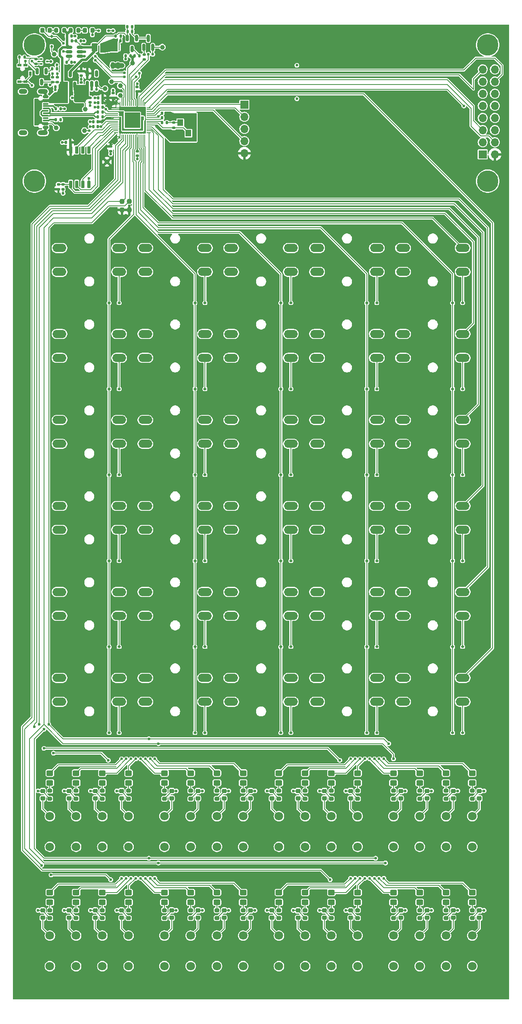
<source format=gbr>
%TF.GenerationSoftware,KiCad,Pcbnew,8.0.7*%
%TF.CreationDate,2025-01-05T21:02:14-05:00*%
%TF.ProjectId,rp2040-programmer-calculator-v2,72703230-3430-42d7-9072-6f6772616d6d,rev?*%
%TF.SameCoordinates,Original*%
%TF.FileFunction,Copper,L1,Top*%
%TF.FilePolarity,Positive*%
%FSLAX46Y46*%
G04 Gerber Fmt 4.6, Leading zero omitted, Abs format (unit mm)*
G04 Created by KiCad (PCBNEW 8.0.7) date 2025-01-05 21:02:14*
%MOMM*%
%LPD*%
G01*
G04 APERTURE LIST*
G04 Aperture macros list*
%AMRoundRect*
0 Rectangle with rounded corners*
0 $1 Rounding radius*
0 $2 $3 $4 $5 $6 $7 $8 $9 X,Y pos of 4 corners*
0 Add a 4 corners polygon primitive as box body*
4,1,4,$2,$3,$4,$5,$6,$7,$8,$9,$2,$3,0*
0 Add four circle primitives for the rounded corners*
1,1,$1+$1,$2,$3*
1,1,$1+$1,$4,$5*
1,1,$1+$1,$6,$7*
1,1,$1+$1,$8,$9*
0 Add four rect primitives between the rounded corners*
20,1,$1+$1,$2,$3,$4,$5,0*
20,1,$1+$1,$4,$5,$6,$7,0*
20,1,$1+$1,$6,$7,$8,$9,0*
20,1,$1+$1,$8,$9,$2,$3,0*%
G04 Aperture macros list end*
%TA.AperFunction,SMDPad,CuDef*%
%ADD10C,1.000000*%
%TD*%
%TA.AperFunction,WasherPad*%
%ADD11C,4.500000*%
%TD*%
%TA.AperFunction,ComponentPad*%
%ADD12R,1.700000X1.700000*%
%TD*%
%TA.AperFunction,ComponentPad*%
%ADD13O,1.700000X1.700000*%
%TD*%
%TA.AperFunction,ComponentPad*%
%ADD14C,1.800000*%
%TD*%
%TA.AperFunction,SMDPad,CuDef*%
%ADD15RoundRect,0.200000X-0.275000X0.200000X-0.275000X-0.200000X0.275000X-0.200000X0.275000X0.200000X0*%
%TD*%
%TA.AperFunction,SMDPad,CuDef*%
%ADD16RoundRect,0.250000X0.450000X-0.325000X0.450000X0.325000X-0.450000X0.325000X-0.450000X-0.325000X0*%
%TD*%
%TA.AperFunction,SMDPad,CuDef*%
%ADD17RoundRect,0.225000X0.250000X-0.225000X0.250000X0.225000X-0.250000X0.225000X-0.250000X-0.225000X0*%
%TD*%
%TA.AperFunction,SMDPad,CuDef*%
%ADD18RoundRect,0.150000X0.512500X0.150000X-0.512500X0.150000X-0.512500X-0.150000X0.512500X-0.150000X0*%
%TD*%
%TA.AperFunction,SMDPad,CuDef*%
%ADD19R,1.200000X1.400000*%
%TD*%
%TA.AperFunction,SMDPad,CuDef*%
%ADD20RoundRect,0.062500X-0.062500X0.587500X-0.062500X-0.587500X0.062500X-0.587500X0.062500X0.587500X0*%
%TD*%
%TA.AperFunction,SMDPad,CuDef*%
%ADD21RoundRect,0.187500X-0.187500X0.462500X-0.187500X-0.462500X0.187500X-0.462500X0.187500X0.462500X0*%
%TD*%
%TA.AperFunction,SMDPad,CuDef*%
%ADD22RoundRect,0.150000X0.150000X-0.650000X0.150000X0.650000X-0.150000X0.650000X-0.150000X-0.650000X0*%
%TD*%
%TA.AperFunction,SMDPad,CuDef*%
%ADD23RoundRect,0.150000X0.150000X-0.512500X0.150000X0.512500X-0.150000X0.512500X-0.150000X-0.512500X0*%
%TD*%
%TA.AperFunction,HeatsinkPad*%
%ADD24R,3.200000X3.200000*%
%TD*%
%TA.AperFunction,SMDPad,CuDef*%
%ADD25RoundRect,0.050000X0.387500X-0.050000X0.387500X0.050000X-0.387500X0.050000X-0.387500X-0.050000X0*%
%TD*%
%TA.AperFunction,SMDPad,CuDef*%
%ADD26RoundRect,0.050000X0.050000X-0.387500X0.050000X0.387500X-0.050000X0.387500X-0.050000X-0.387500X0*%
%TD*%
%TA.AperFunction,SMDPad,CuDef*%
%ADD27R,0.812800X0.508000*%
%TD*%
%TA.AperFunction,SMDPad,CuDef*%
%ADD28R,0.508000X0.889000*%
%TD*%
%TA.AperFunction,SMDPad,CuDef*%
%ADD29RoundRect,0.135000X-0.185000X0.135000X-0.185000X-0.135000X0.185000X-0.135000X0.185000X0.135000X0*%
%TD*%
%TA.AperFunction,SMDPad,CuDef*%
%ADD30RoundRect,0.135000X0.135000X0.185000X-0.135000X0.185000X-0.135000X-0.185000X0.135000X-0.185000X0*%
%TD*%
%TA.AperFunction,SMDPad,CuDef*%
%ADD31RoundRect,0.135000X0.185000X-0.135000X0.185000X0.135000X-0.185000X0.135000X-0.185000X-0.135000X0*%
%TD*%
%TA.AperFunction,SMDPad,CuDef*%
%ADD32RoundRect,0.135000X-0.135000X-0.185000X0.135000X-0.185000X0.135000X0.185000X-0.135000X0.185000X0*%
%TD*%
%TA.AperFunction,SMDPad,CuDef*%
%ADD33RoundRect,0.200000X-0.200000X-0.275000X0.200000X-0.275000X0.200000X0.275000X-0.200000X0.275000X0*%
%TD*%
%TA.AperFunction,SMDPad,CuDef*%
%ADD34RoundRect,0.200000X0.200000X0.275000X-0.200000X0.275000X-0.200000X-0.275000X0.200000X-0.275000X0*%
%TD*%
%TA.AperFunction,SMDPad,CuDef*%
%ADD35RoundRect,0.237500X-0.237500X0.250000X-0.237500X-0.250000X0.237500X-0.250000X0.237500X0.250000X0*%
%TD*%
%TA.AperFunction,SMDPad,CuDef*%
%ADD36RoundRect,0.100000X0.155000X0.100000X-0.155000X0.100000X-0.155000X-0.100000X0.155000X-0.100000X0*%
%TD*%
%TA.AperFunction,SMDPad,CuDef*%
%ADD37RoundRect,0.150000X0.150000X-0.587500X0.150000X0.587500X-0.150000X0.587500X-0.150000X-0.587500X0*%
%TD*%
%TA.AperFunction,SMDPad,CuDef*%
%ADD38RoundRect,0.150000X-0.150000X0.512500X-0.150000X-0.512500X0.150000X-0.512500X0.150000X0.512500X0*%
%TD*%
%TA.AperFunction,SMDPad,CuDef*%
%ADD39RoundRect,0.150000X-0.425000X0.150000X-0.425000X-0.150000X0.425000X-0.150000X0.425000X0.150000X0*%
%TD*%
%TA.AperFunction,SMDPad,CuDef*%
%ADD40RoundRect,0.075000X-0.500000X0.075000X-0.500000X-0.075000X0.500000X-0.075000X0.500000X0.075000X0*%
%TD*%
%TA.AperFunction,ComponentPad*%
%ADD41O,2.100000X1.000000*%
%TD*%
%TA.AperFunction,ComponentPad*%
%ADD42O,1.800000X1.000000*%
%TD*%
%TA.AperFunction,SMDPad,CuDef*%
%ADD43RoundRect,0.112500X-0.112500X0.187500X-0.112500X-0.187500X0.112500X-0.187500X0.112500X0.187500X0*%
%TD*%
%TA.AperFunction,SMDPad,CuDef*%
%ADD44RoundRect,0.112500X-0.187500X-0.112500X0.187500X-0.112500X0.187500X0.112500X-0.187500X0.112500X0*%
%TD*%
%TA.AperFunction,SMDPad,CuDef*%
%ADD45RoundRect,0.218750X0.218750X0.256250X-0.218750X0.256250X-0.218750X-0.256250X0.218750X-0.256250X0*%
%TD*%
%TA.AperFunction,SMDPad,CuDef*%
%ADD46RoundRect,0.218750X-0.218750X-0.256250X0.218750X-0.256250X0.218750X0.256250X-0.218750X0.256250X0*%
%TD*%
%TA.AperFunction,SMDPad,CuDef*%
%ADD47RoundRect,0.250000X1.000000X0.650000X-1.000000X0.650000X-1.000000X-0.650000X1.000000X-0.650000X0*%
%TD*%
%TA.AperFunction,SMDPad,CuDef*%
%ADD48RoundRect,0.140000X0.170000X-0.140000X0.170000X0.140000X-0.170000X0.140000X-0.170000X-0.140000X0*%
%TD*%
%TA.AperFunction,SMDPad,CuDef*%
%ADD49RoundRect,0.140000X-0.140000X-0.170000X0.140000X-0.170000X0.140000X0.170000X-0.140000X0.170000X0*%
%TD*%
%TA.AperFunction,SMDPad,CuDef*%
%ADD50RoundRect,0.140000X0.140000X0.170000X-0.140000X0.170000X-0.140000X-0.170000X0.140000X-0.170000X0*%
%TD*%
%TA.AperFunction,SMDPad,CuDef*%
%ADD51RoundRect,0.140000X-0.170000X0.140000X-0.170000X-0.140000X0.170000X-0.140000X0.170000X0.140000X0*%
%TD*%
%TA.AperFunction,ComponentPad*%
%ADD52RoundRect,0.250000X0.350000X0.625000X-0.350000X0.625000X-0.350000X-0.625000X0.350000X-0.625000X0*%
%TD*%
%TA.AperFunction,ComponentPad*%
%ADD53O,1.200000X1.750000*%
%TD*%
%TA.AperFunction,ComponentPad*%
%ADD54O,2.900000X1.700000*%
%TD*%
%TA.AperFunction,ViaPad*%
%ADD55C,0.600000*%
%TD*%
%TA.AperFunction,Conductor*%
%ADD56C,0.200000*%
%TD*%
%TA.AperFunction,Conductor*%
%ADD57C,0.500000*%
%TD*%
%TA.AperFunction,Conductor*%
%ADD58C,1.000000*%
%TD*%
%TA.AperFunction,Conductor*%
%ADD59C,0.300000*%
%TD*%
%TA.AperFunction,Conductor*%
%ADD60C,0.267000*%
%TD*%
G04 APERTURE END LIST*
D10*
%TO.P,TP11,1,1*%
%TO.N,/Power/~{STDBY}*%
X29150000Y-26650000D03*
%TD*%
D11*
%TO.P,U10,*%
%TO.N,*%
X25000000Y-24750000D03*
X25000000Y-53250000D03*
X120000000Y-24750000D03*
X120000000Y-53250000D03*
D12*
%TO.P,U10,1,VSS*%
%TO.N,GND*%
X118960000Y-47640000D03*
D13*
%TO.P,U10,2,VCC_IN*%
%TO.N,+3V3*%
X121500000Y-47640000D03*
%TO.P,U10,3,NC*%
%TO.N,unconnected-(U10-NC-Pad3)*%
X118960000Y-45100000D03*
%TO.P,U10,4,D0/CLK*%
%TO.N,/LCD_SPI_CLK*%
X121500000Y-45100000D03*
%TO.P,U10,5,D1/DIN*%
%TO.N,/LCD_SPI_DIN*%
X118960000Y-42560000D03*
%TO.P,U10,6,D2*%
%TO.N,unconnected-(U10-D2-Pad6)*%
X121500000Y-42560000D03*
%TO.P,U10,7,D3*%
%TO.N,GND*%
X118960000Y-40020000D03*
%TO.P,U10,8,D4*%
X121500000Y-40020000D03*
%TO.P,U10,9,D5*%
X118960000Y-37480000D03*
%TO.P,U10,10,D6*%
X121500000Y-37480000D03*
%TO.P,U10,11,D7*%
X118960000Y-34940000D03*
%TO.P,U10,12,E/RD#*%
X121500000Y-34940000D03*
%TO.P,U10,13,R/W#*%
X118960000Y-32400000D03*
%TO.P,U10,14,D/C#*%
%TO.N,/LCD_DC*%
X121500000Y-32400000D03*
%TO.P,U10,15,RES#*%
%TO.N,/LCD_RESET*%
X118960000Y-29860000D03*
%TO.P,U10,16,CS#*%
%TO.N,/LCD_SPI_CS*%
X121500000Y-29860000D03*
%TD*%
D14*
%TO.P,SW63,2,2*%
%TO.N,GND*%
X28250000Y-192600000D03*
%TO.P,SW63,1,1*%
%TO.N,/Buttons3/BTN_7*%
X28250000Y-186200000D03*
%TD*%
%TO.P,SW62,2,2*%
%TO.N,GND*%
X33750000Y-192600000D03*
%TO.P,SW62,1,1*%
%TO.N,/Buttons3/BTN_6*%
X33750000Y-186200000D03*
%TD*%
%TO.P,SW61,2,2*%
%TO.N,GND*%
X39250000Y-192600000D03*
%TO.P,SW61,1,1*%
%TO.N,/Buttons3/BTN_5*%
X39250000Y-186200000D03*
%TD*%
%TO.P,SW60,2,2*%
%TO.N,GND*%
X44750000Y-192600001D03*
%TO.P,SW60,1,1*%
%TO.N,/Buttons3/BTN_4*%
X44750000Y-186200001D03*
%TD*%
%TO.P,SW59,2,2*%
%TO.N,GND*%
X52249999Y-192600001D03*
%TO.P,SW59,1,1*%
%TO.N,/Buttons3/BTN_3*%
X52249999Y-186200001D03*
%TD*%
%TO.P,SW58,2,2*%
%TO.N,GND*%
X57750000Y-192600001D03*
%TO.P,SW58,1,1*%
%TO.N,/Buttons3/BTN_2*%
X57750000Y-186200001D03*
%TD*%
%TO.P,SW57,2,2*%
%TO.N,GND*%
X63250000Y-192600001D03*
%TO.P,SW57,1,1*%
%TO.N,/Buttons3/BTN_1*%
X63250000Y-186200001D03*
%TD*%
%TO.P,SW56,2,2*%
%TO.N,GND*%
X68750000Y-192600001D03*
%TO.P,SW56,1,1*%
%TO.N,/Buttons3/BTN_0*%
X68750000Y-186200001D03*
%TD*%
%TO.P,SW55,2,2*%
%TO.N,GND*%
X76250000Y-192600000D03*
%TO.P,SW55,1,1*%
%TO.N,/Buttons2/BTN_7*%
X76250000Y-186200000D03*
%TD*%
%TO.P,SW54,2,2*%
%TO.N,GND*%
X81750000Y-192600000D03*
%TO.P,SW54,1,1*%
%TO.N,/Buttons2/BTN_6*%
X81750000Y-186200000D03*
%TD*%
%TO.P,SW53,2,2*%
%TO.N,GND*%
X87250000Y-192600000D03*
%TO.P,SW53,1,1*%
%TO.N,/Buttons2/BTN_5*%
X87250000Y-186200000D03*
%TD*%
%TO.P,SW52,2,2*%
%TO.N,GND*%
X92750000Y-192600001D03*
%TO.P,SW52,1,1*%
%TO.N,/Buttons2/BTN_4*%
X92750000Y-186200001D03*
%TD*%
%TO.P,SW51,2,2*%
%TO.N,GND*%
X100249999Y-192600001D03*
%TO.P,SW51,1,1*%
%TO.N,/Buttons2/BTN_3*%
X100249999Y-186200001D03*
%TD*%
%TO.P,SW50,2,2*%
%TO.N,GND*%
X105750000Y-192600001D03*
%TO.P,SW50,1,1*%
%TO.N,/Buttons2/BTN_2*%
X105750000Y-186200001D03*
%TD*%
%TO.P,SW49,2,2*%
%TO.N,GND*%
X111250000Y-192600001D03*
%TO.P,SW49,1,1*%
%TO.N,/Buttons2/BTN_1*%
X111250000Y-186200001D03*
%TD*%
%TO.P,SW48,2,2*%
%TO.N,GND*%
X116750000Y-192600001D03*
%TO.P,SW48,1,1*%
%TO.N,/Buttons2/BTN_0*%
X116750000Y-186200001D03*
%TD*%
%TO.P,SW47,2,2*%
%TO.N,GND*%
X28250000Y-217600000D03*
%TO.P,SW47,1,1*%
%TO.N,/Buttons1/BTN_7*%
X28250000Y-211200000D03*
%TD*%
%TO.P,SW46,2,2*%
%TO.N,GND*%
X33750000Y-217600000D03*
%TO.P,SW46,1,1*%
%TO.N,/Buttons1/BTN_6*%
X33750000Y-211200000D03*
%TD*%
%TO.P,SW45,2,2*%
%TO.N,GND*%
X39250000Y-217600000D03*
%TO.P,SW45,1,1*%
%TO.N,/Buttons1/BTN_5*%
X39250000Y-211200000D03*
%TD*%
%TO.P,SW44,2,2*%
%TO.N,GND*%
X44750000Y-217600001D03*
%TO.P,SW44,1,1*%
%TO.N,/Buttons1/BTN_4*%
X44750000Y-211200001D03*
%TD*%
%TO.P,SW43,2,2*%
%TO.N,GND*%
X52249999Y-217600001D03*
%TO.P,SW43,1,1*%
%TO.N,/Buttons1/BTN_3*%
X52249999Y-211200001D03*
%TD*%
%TO.P,SW42,2,2*%
%TO.N,GND*%
X57750000Y-217600001D03*
%TO.P,SW42,1,1*%
%TO.N,/Buttons1/BTN_2*%
X57750000Y-211200001D03*
%TD*%
%TO.P,SW41,2,2*%
%TO.N,GND*%
X63250000Y-217600001D03*
%TO.P,SW41,1,1*%
%TO.N,/Buttons1/BTN_1*%
X63250000Y-211200001D03*
%TD*%
%TO.P,SW40,2,2*%
%TO.N,GND*%
X68750000Y-217600001D03*
%TO.P,SW40,1,1*%
%TO.N,/Buttons1/BTN_0*%
X68750000Y-211200001D03*
%TD*%
D15*
%TO.P,R34,2*%
%TO.N,GND*%
X28250000Y-182525000D03*
%TO.P,R34,1*%
%TO.N,Net-(D62-K)*%
X28250000Y-180875000D03*
%TD*%
%TO.P,R33,2*%
%TO.N,GND*%
X33750000Y-182525000D03*
%TO.P,R33,1*%
%TO.N,Net-(D61-K)*%
X33750000Y-180875000D03*
%TD*%
%TO.P,R32,2*%
%TO.N,GND*%
X39250000Y-182525000D03*
%TO.P,R32,1*%
%TO.N,Net-(D60-K)*%
X39250000Y-180875000D03*
%TD*%
%TO.P,R31,2*%
%TO.N,GND*%
X44750000Y-182525000D03*
%TO.P,R31,1*%
%TO.N,Net-(D59-K)*%
X44750000Y-180875000D03*
%TD*%
%TO.P,R30,2*%
%TO.N,GND*%
X52250000Y-182525001D03*
%TO.P,R30,1*%
%TO.N,Net-(D58-K)*%
X52250000Y-180875001D03*
%TD*%
%TO.P,R29,2*%
%TO.N,GND*%
X57750000Y-182525001D03*
%TO.P,R29,1*%
%TO.N,Net-(D57-K)*%
X57750000Y-180875001D03*
%TD*%
%TO.P,R28,2*%
%TO.N,GND*%
X63250000Y-182525001D03*
%TO.P,R28,1*%
%TO.N,Net-(D56-K)*%
X63250000Y-180875001D03*
%TD*%
%TO.P,R27,2*%
%TO.N,GND*%
X68750000Y-182525001D03*
%TO.P,R27,1*%
%TO.N,Net-(D55-K)*%
X68750000Y-180875001D03*
%TD*%
%TO.P,R26,2*%
%TO.N,GND*%
X76250000Y-182525000D03*
%TO.P,R26,1*%
%TO.N,Net-(D54-K)*%
X76250000Y-180875000D03*
%TD*%
%TO.P,R25,2*%
%TO.N,GND*%
X81750000Y-182525000D03*
%TO.P,R25,1*%
%TO.N,Net-(D53-K)*%
X81750000Y-180875000D03*
%TD*%
%TO.P,R24,2*%
%TO.N,GND*%
X87250000Y-182525000D03*
%TO.P,R24,1*%
%TO.N,Net-(D52-K)*%
X87250000Y-180875000D03*
%TD*%
%TO.P,R23,2*%
%TO.N,GND*%
X92750000Y-182525000D03*
%TO.P,R23,1*%
%TO.N,Net-(D51-K)*%
X92750000Y-180875000D03*
%TD*%
%TO.P,R22,2*%
%TO.N,GND*%
X100250000Y-182525001D03*
%TO.P,R22,1*%
%TO.N,Net-(D50-K)*%
X100250000Y-180875001D03*
%TD*%
%TO.P,R21,2*%
%TO.N,GND*%
X105750000Y-182525001D03*
%TO.P,R21,1*%
%TO.N,Net-(D49-K)*%
X105750000Y-180875001D03*
%TD*%
%TO.P,R20,2*%
%TO.N,GND*%
X111250000Y-182525001D03*
%TO.P,R20,1*%
%TO.N,Net-(D48-K)*%
X111250000Y-180875001D03*
%TD*%
%TO.P,R19,2*%
%TO.N,GND*%
X116750000Y-182525001D03*
%TO.P,R19,1*%
%TO.N,Net-(D47-K)*%
X116750000Y-180875001D03*
%TD*%
%TO.P,R18,2*%
%TO.N,GND*%
X28250000Y-207525000D03*
%TO.P,R18,1*%
%TO.N,Net-(D46-K)*%
X28250000Y-205875000D03*
%TD*%
%TO.P,R17,2*%
%TO.N,GND*%
X33750000Y-207525000D03*
%TO.P,R17,1*%
%TO.N,Net-(D45-K)*%
X33750000Y-205875000D03*
%TD*%
%TO.P,R16,2*%
%TO.N,GND*%
X39250000Y-207525000D03*
%TO.P,R16,1*%
%TO.N,Net-(D44-K)*%
X39250000Y-205875000D03*
%TD*%
%TO.P,R15,2*%
%TO.N,GND*%
X44750000Y-207525000D03*
%TO.P,R15,1*%
%TO.N,Net-(D43-K)*%
X44750000Y-205875000D03*
%TD*%
%TO.P,R14,2*%
%TO.N,GND*%
X52250000Y-207525001D03*
%TO.P,R14,1*%
%TO.N,Net-(D42-K)*%
X52250000Y-205875001D03*
%TD*%
%TO.P,R13,2*%
%TO.N,GND*%
X57750000Y-207525001D03*
%TO.P,R13,1*%
%TO.N,Net-(D41-K)*%
X57750000Y-205875001D03*
%TD*%
%TO.P,R12,2*%
%TO.N,GND*%
X63250000Y-207525001D03*
%TO.P,R12,1*%
%TO.N,Net-(D40-K)*%
X63250000Y-205875001D03*
%TD*%
%TO.P,R11,2*%
%TO.N,GND*%
X68750000Y-207525001D03*
%TO.P,R11,1*%
%TO.N,Net-(D39-K)*%
X68750000Y-205875001D03*
%TD*%
D16*
%TO.P,D62,2,A*%
%TO.N,/Buttons3/LED_7*%
X28250000Y-177175001D03*
%TO.P,D62,1,K*%
%TO.N,Net-(D62-K)*%
X28250000Y-179225001D03*
%TD*%
%TO.P,D61,2,A*%
%TO.N,/Buttons3/LED_6*%
X33750000Y-177175001D03*
%TO.P,D61,1,K*%
%TO.N,Net-(D61-K)*%
X33750000Y-179225001D03*
%TD*%
%TO.P,D60,2,A*%
%TO.N,/Buttons3/LED_5*%
X39250000Y-177175001D03*
%TO.P,D60,1,K*%
%TO.N,Net-(D60-K)*%
X39250000Y-179225001D03*
%TD*%
%TO.P,D59,2,A*%
%TO.N,/Buttons3/LED_4*%
X44750000Y-177175001D03*
%TO.P,D59,1,K*%
%TO.N,Net-(D59-K)*%
X44750000Y-179225001D03*
%TD*%
%TO.P,D58,2,A*%
%TO.N,/Buttons3/LED_3*%
X52250000Y-177175002D03*
%TO.P,D58,1,K*%
%TO.N,Net-(D58-K)*%
X52250000Y-179225002D03*
%TD*%
%TO.P,D57,2,A*%
%TO.N,/Buttons3/LED_2*%
X57750000Y-177175002D03*
%TO.P,D57,1,K*%
%TO.N,Net-(D57-K)*%
X57750000Y-179225002D03*
%TD*%
%TO.P,D56,2,A*%
%TO.N,/Buttons3/LED_1*%
X63250000Y-177175002D03*
%TO.P,D56,1,K*%
%TO.N,Net-(D56-K)*%
X63250000Y-179225002D03*
%TD*%
%TO.P,D55,2,A*%
%TO.N,/Buttons3/LED_0*%
X68750000Y-177175002D03*
%TO.P,D55,1,K*%
%TO.N,Net-(D55-K)*%
X68750000Y-179225002D03*
%TD*%
%TO.P,D54,2,A*%
%TO.N,/Buttons2/LED_7*%
X76250000Y-177175001D03*
%TO.P,D54,1,K*%
%TO.N,Net-(D54-K)*%
X76250000Y-179225001D03*
%TD*%
%TO.P,D53,2,A*%
%TO.N,/Buttons2/LED_6*%
X81750000Y-177175001D03*
%TO.P,D53,1,K*%
%TO.N,Net-(D53-K)*%
X81750000Y-179225001D03*
%TD*%
%TO.P,D52,2,A*%
%TO.N,/Buttons2/LED_5*%
X87250000Y-177175001D03*
%TO.P,D52,1,K*%
%TO.N,Net-(D52-K)*%
X87250000Y-179225001D03*
%TD*%
%TO.P,D51,2,A*%
%TO.N,/Buttons2/LED_4*%
X92750000Y-177175001D03*
%TO.P,D51,1,K*%
%TO.N,Net-(D51-K)*%
X92750000Y-179225001D03*
%TD*%
%TO.P,D50,2,A*%
%TO.N,/Buttons2/LED_3*%
X100250000Y-177175002D03*
%TO.P,D50,1,K*%
%TO.N,Net-(D50-K)*%
X100250000Y-179225002D03*
%TD*%
%TO.P,D49,2,A*%
%TO.N,/Buttons2/LED_2*%
X105750000Y-177175002D03*
%TO.P,D49,1,K*%
%TO.N,Net-(D49-K)*%
X105750000Y-179225002D03*
%TD*%
%TO.P,D48,2,A*%
%TO.N,/Buttons2/LED_1*%
X111250000Y-177175002D03*
%TO.P,D48,1,K*%
%TO.N,Net-(D48-K)*%
X111250000Y-179225002D03*
%TD*%
%TO.P,D47,2,A*%
%TO.N,/Buttons2/LED_0*%
X116750000Y-177175002D03*
%TO.P,D47,1,K*%
%TO.N,Net-(D47-K)*%
X116750000Y-179225002D03*
%TD*%
%TO.P,D46,2,A*%
%TO.N,/Buttons1/LED_7*%
X28250000Y-202175001D03*
%TO.P,D46,1,K*%
%TO.N,Net-(D46-K)*%
X28250000Y-204225001D03*
%TD*%
%TO.P,D45,2,A*%
%TO.N,/Buttons1/LED_6*%
X33750000Y-202175001D03*
%TO.P,D45,1,K*%
%TO.N,Net-(D45-K)*%
X33750000Y-204225001D03*
%TD*%
%TO.P,D44,2,A*%
%TO.N,/Buttons1/LED_5*%
X39250000Y-202175001D03*
%TO.P,D44,1,K*%
%TO.N,Net-(D44-K)*%
X39250000Y-204225001D03*
%TD*%
%TO.P,D43,2,A*%
%TO.N,/Buttons1/LED_4*%
X44750000Y-202175001D03*
%TO.P,D43,1,K*%
%TO.N,Net-(D43-K)*%
X44750000Y-204225001D03*
%TD*%
%TO.P,D42,2,A*%
%TO.N,/Buttons1/LED_3*%
X52250000Y-202175002D03*
%TO.P,D42,1,K*%
%TO.N,Net-(D42-K)*%
X52250000Y-204225002D03*
%TD*%
%TO.P,D41,2,A*%
%TO.N,/Buttons1/LED_2*%
X57750000Y-202175002D03*
%TO.P,D41,1,K*%
%TO.N,Net-(D41-K)*%
X57750000Y-204225002D03*
%TD*%
%TO.P,D40,2,A*%
%TO.N,/Buttons1/LED_1*%
X63250000Y-202175002D03*
%TO.P,D40,1,K*%
%TO.N,Net-(D40-K)*%
X63250000Y-204225002D03*
%TD*%
%TO.P,D39,2,A*%
%TO.N,/Buttons1/LED_0*%
X68750000Y-202175002D03*
%TO.P,D39,1,K*%
%TO.N,Net-(D39-K)*%
X68750000Y-204225002D03*
%TD*%
D17*
%TO.P,C36,2*%
%TO.N,GND*%
X26750000Y-180925000D03*
%TO.P,C36,1*%
%TO.N,/Buttons3/BTN_7*%
X26750000Y-182475000D03*
%TD*%
%TO.P,C35,2*%
%TO.N,GND*%
X32250000Y-180925000D03*
%TO.P,C35,1*%
%TO.N,/Buttons3/BTN_6*%
X32250000Y-182475000D03*
%TD*%
%TO.P,C34,2*%
%TO.N,GND*%
X37750000Y-180925000D03*
%TO.P,C34,1*%
%TO.N,/Buttons3/BTN_5*%
X37750000Y-182475000D03*
%TD*%
%TO.P,C33,2*%
%TO.N,GND*%
X43250000Y-180925000D03*
%TO.P,C33,1*%
%TO.N,/Buttons3/BTN_4*%
X43250000Y-182475000D03*
%TD*%
%TO.P,C32,2*%
%TO.N,GND*%
X53750000Y-180925001D03*
%TO.P,C32,1*%
%TO.N,/Buttons3/BTN_3*%
X53750000Y-182475001D03*
%TD*%
%TO.P,C31,2*%
%TO.N,GND*%
X59250000Y-180925001D03*
%TO.P,C31,1*%
%TO.N,/Buttons3/BTN_2*%
X59250000Y-182475001D03*
%TD*%
%TO.P,C30,2*%
%TO.N,GND*%
X64750000Y-180925001D03*
%TO.P,C30,1*%
%TO.N,/Buttons3/BTN_1*%
X64750000Y-182475001D03*
%TD*%
%TO.P,C28,2*%
%TO.N,GND*%
X70250000Y-180925001D03*
%TO.P,C28,1*%
%TO.N,/Buttons3/BTN_0*%
X70250000Y-182475001D03*
%TD*%
%TO.P,C27,2*%
%TO.N,GND*%
X74750000Y-180925000D03*
%TO.P,C27,1*%
%TO.N,/Buttons2/BTN_7*%
X74750000Y-182475000D03*
%TD*%
%TO.P,C26,2*%
%TO.N,GND*%
X80250000Y-180925000D03*
%TO.P,C26,1*%
%TO.N,/Buttons2/BTN_6*%
X80250000Y-182475000D03*
%TD*%
%TO.P,C25,2*%
%TO.N,GND*%
X85750000Y-180925000D03*
%TO.P,C25,1*%
%TO.N,/Buttons2/BTN_5*%
X85750000Y-182475000D03*
%TD*%
%TO.P,C24,2*%
%TO.N,GND*%
X91250000Y-180925000D03*
%TO.P,C24,1*%
%TO.N,/Buttons2/BTN_4*%
X91250000Y-182475000D03*
%TD*%
%TO.P,C23,2*%
%TO.N,GND*%
X101750000Y-180925001D03*
%TO.P,C23,1*%
%TO.N,/Buttons2/BTN_3*%
X101750000Y-182475001D03*
%TD*%
%TO.P,C22,2*%
%TO.N,GND*%
X107250000Y-180925001D03*
%TO.P,C22,1*%
%TO.N,/Buttons2/BTN_2*%
X107250000Y-182475001D03*
%TD*%
%TO.P,C21,2*%
%TO.N,GND*%
X112750000Y-180925001D03*
%TO.P,C21,1*%
%TO.N,/Buttons2/BTN_1*%
X112750000Y-182475001D03*
%TD*%
%TO.P,C19,2*%
%TO.N,GND*%
X118250000Y-180925001D03*
%TO.P,C19,1*%
%TO.N,/Buttons2/BTN_0*%
X118250000Y-182475001D03*
%TD*%
%TO.P,C18,2*%
%TO.N,GND*%
X26750000Y-205925000D03*
%TO.P,C18,1*%
%TO.N,/Buttons1/BTN_7*%
X26750000Y-207475000D03*
%TD*%
%TO.P,C17,2*%
%TO.N,GND*%
X32250000Y-205925000D03*
%TO.P,C17,1*%
%TO.N,/Buttons1/BTN_6*%
X32250000Y-207475000D03*
%TD*%
%TO.P,C16,2*%
%TO.N,GND*%
X37750000Y-205925000D03*
%TO.P,C16,1*%
%TO.N,/Buttons1/BTN_5*%
X37750000Y-207475000D03*
%TD*%
%TO.P,C15,2*%
%TO.N,GND*%
X43250000Y-205925000D03*
%TO.P,C15,1*%
%TO.N,/Buttons1/BTN_4*%
X43250000Y-207475000D03*
%TD*%
%TO.P,C14,2*%
%TO.N,GND*%
X53750000Y-205925001D03*
%TO.P,C14,1*%
%TO.N,/Buttons1/BTN_3*%
X53750000Y-207475001D03*
%TD*%
%TO.P,C13,2*%
%TO.N,GND*%
X59250000Y-205925001D03*
%TO.P,C13,1*%
%TO.N,/Buttons1/BTN_2*%
X59250000Y-207475001D03*
%TD*%
%TO.P,C12,2*%
%TO.N,GND*%
X64750000Y-205925001D03*
%TO.P,C12,1*%
%TO.N,/Buttons1/BTN_1*%
X64750000Y-207475001D03*
%TD*%
%TO.P,C10,2*%
%TO.N,GND*%
X70250000Y-205925001D03*
%TO.P,C10,1*%
%TO.N,/Buttons1/BTN_0*%
X70250000Y-207475001D03*
%TD*%
%TO.P,C9,2*%
%TO.N,GND*%
X74750000Y-205925001D03*
%TO.P,C9,1*%
%TO.N,/Buttons0/BTN_7*%
X74750000Y-207475001D03*
%TD*%
%TO.P,C8,2*%
%TO.N,GND*%
X80250000Y-205925001D03*
%TO.P,C8,1*%
%TO.N,/Buttons0/BTN_6*%
X80250000Y-207475001D03*
%TD*%
%TO.P,C7,2*%
%TO.N,GND*%
X85750000Y-205925001D03*
%TO.P,C7,1*%
%TO.N,/Buttons0/BTN_5*%
X85750000Y-207475001D03*
%TD*%
%TO.P,C6,2*%
%TO.N,GND*%
X91250000Y-205925001D03*
%TO.P,C6,1*%
%TO.N,/Buttons0/BTN_4*%
X91250000Y-207475001D03*
%TD*%
%TO.P,C5,2*%
%TO.N,GND*%
X101750000Y-205925001D03*
%TO.P,C5,1*%
%TO.N,/Buttons0/BTN_3*%
X101750000Y-207475001D03*
%TD*%
%TO.P,C4,2*%
%TO.N,GND*%
X107250000Y-205925001D03*
%TO.P,C4,1*%
%TO.N,/Buttons0/BTN_2*%
X107250000Y-207475001D03*
%TD*%
%TO.P,C3,2*%
%TO.N,GND*%
X112750000Y-205925001D03*
%TO.P,C3,1*%
%TO.N,/Buttons0/BTN_1*%
X112750000Y-207475001D03*
%TD*%
%TO.P,C1,2*%
%TO.N,GND*%
X118250000Y-205925001D03*
%TO.P,C1,1*%
%TO.N,/Buttons0/BTN_0*%
X118250000Y-207475001D03*
%TD*%
D18*
%TO.P,U8,1,~{CHRG}*%
%TO.N,/Power/TP4057_~{CHRG}*%
X34525000Y-27100000D03*
%TO.P,U8,2,GND*%
%TO.N,GND*%
X34525000Y-26150000D03*
%TO.P,U8,3,BAT*%
%TO.N,/Power/BAT+*%
X34525000Y-25200000D03*
%TO.P,U8,4,V_{CC}*%
%TO.N,VBUS*%
X32250000Y-25200000D03*
%TO.P,U8,5,STDBY*%
%TO.N,/Power/TP4057_~{STDBY}*%
X32250000Y-26150000D03*
%TO.P,U8,6,PROG*%
%TO.N,Net-(U8-PROG)*%
X32250000Y-27100000D03*
%TD*%
D19*
%TO.P,Y1,4,4*%
%TO.N,GND*%
X55570000Y-43200000D03*
%TO.P,Y1,3,3*%
%TO.N,Net-(C39-Pad2)*%
X55570000Y-41000000D03*
%TO.P,Y1,2,2*%
%TO.N,GND*%
X57270000Y-41000000D03*
%TO.P,Y1,1,1*%
%TO.N,/Crystal/XIN*%
X57270000Y-43200000D03*
%TD*%
D20*
%TO.P,U9,1,VDD*%
%TO.N,Net-(U9-VDD)*%
X42745000Y-25250000D03*
%TO.P,U9,2,GND*%
%TO.N,/Power/BAT-*%
X42215000Y-25250000D03*
%TO.P,U9,3,GND*%
X41155000Y-25250000D03*
D21*
%TO.P,U9,4,VM*%
%TO.N,GND*%
X41420000Y-29050000D03*
%TO.P,U9,5,VM*%
X42480000Y-29050000D03*
%TD*%
D22*
%TO.P,U6,1,~{CS}*%
%TO.N,/Flash/QSPI_SS*%
X32590000Y-53900000D03*
%TO.P,U6,2,DO(IO1)*%
%TO.N,/Flash/QSPI_SD1*%
X33860000Y-53900000D03*
%TO.P,U6,3,IO2*%
%TO.N,/Flash/QSPI_SD2*%
X35130000Y-53900000D03*
%TO.P,U6,4,GND*%
%TO.N,GND*%
X36400000Y-53900000D03*
%TO.P,U6,5,DI(IO0)*%
%TO.N,/Flash/QSPI_SD0*%
X36400000Y-46700000D03*
%TO.P,U6,6,CLK*%
%TO.N,/Flash/QSPI_SCLK*%
X35130000Y-46700000D03*
%TO.P,U6,7,IO3*%
%TO.N,/Flash/QSPI_SD3*%
X33860000Y-46700000D03*
%TO.P,U6,8,VCC*%
%TO.N,+3V3*%
X32590000Y-46700000D03*
%TD*%
D23*
%TO.P,U7,5,OUT*%
%TO.N,+3V3*%
X36100000Y-30700000D03*
%TO.P,U7,4,NC*%
%TO.N,unconnected-(U7-NC-Pad4)*%
X38000000Y-30700000D03*
%TO.P,U7,3,EN*%
%TO.N,/Power/LDO_EN*%
X38000000Y-32975000D03*
%TO.P,U7,2,GND*%
%TO.N,GND*%
X37050000Y-32975000D03*
%TO.P,U7,1,IN*%
%TO.N,/Power/LOAD*%
X36100000Y-32975000D03*
%TD*%
D24*
%TO.P,U1,57,GND*%
%TO.N,GND*%
X45532500Y-40500000D03*
D25*
%TO.P,U1,56,QSPI_SS*%
%TO.N,/Flash/QSPI_SS*%
X42095000Y-43100000D03*
%TO.P,U1,55,QSPI_SD1*%
%TO.N,/Flash/QSPI_SD1*%
X42095000Y-42700000D03*
%TO.P,U1,54,QSPI_SD2*%
%TO.N,/Flash/QSPI_SD2*%
X42095000Y-42300000D03*
%TO.P,U1,53,QSPI_SD0*%
%TO.N,/Flash/QSPI_SD0*%
X42095000Y-41900000D03*
%TO.P,U1,52,QSPI_SCLK*%
%TO.N,/Flash/QSPI_SCLK*%
X42095000Y-41500000D03*
%TO.P,U1,51,QSPI_SD3*%
%TO.N,/Flash/QSPI_SD3*%
X42095000Y-41100000D03*
%TO.P,U1,50,DVDD*%
%TO.N,+1V1*%
X42095000Y-40700000D03*
%TO.P,U1,49,IOVDD*%
%TO.N,+3V3*%
X42095000Y-40300000D03*
%TO.P,U1,48,USB_VDD*%
X42095000Y-39900000D03*
%TO.P,U1,47,USB_DP*%
%TO.N,/USB/USB_DP*%
X42095000Y-39500000D03*
%TO.P,U1,46,USB_DM*%
%TO.N,/USB/USB_DM*%
X42095000Y-39100000D03*
%TO.P,U1,45,VREG_VOUT*%
%TO.N,+1V1*%
X42095000Y-38700000D03*
%TO.P,U1,44,VREG_IN*%
%TO.N,+3V3*%
X42095000Y-38300000D03*
%TO.P,U1,43,ADC_AVDD*%
X42095000Y-37900000D03*
D26*
%TO.P,U1,42,IOVDD*%
X42932500Y-37062500D03*
%TO.P,U1,41,GPIO29_ADC3*%
%TO.N,Net-(U1-GPIO29_ADC3)*%
X43332500Y-37062500D03*
%TO.P,U1,40,GPIO28_ADC2*%
%TO.N,Net-(U1-GPIO28_ADC2)*%
X43732500Y-37062500D03*
%TO.P,U1,39,GPIO27_ADC1*%
%TO.N,Net-(U1-GPIO27_ADC1)*%
X44132500Y-37062500D03*
%TO.P,U1,38,GPIO26_ADC0*%
%TO.N,/BAT_ADC*%
X44532500Y-37062500D03*
%TO.P,U1,37,GPIO25*%
%TO.N,/BAT_ADC_EN*%
X44932500Y-37062500D03*
%TO.P,U1,36,GPIO24*%
%TO.N,/CHRG*%
X45332500Y-37062500D03*
%TO.P,U1,35,GPIO23*%
%TO.N,/PWR_BTN*%
X45732500Y-37062500D03*
%TO.P,U1,34,GPIO22*%
%TO.N,/PWR_EN*%
X46132500Y-37062500D03*
%TO.P,U1,33,IOVDD*%
%TO.N,+3V3*%
X46532500Y-37062500D03*
%TO.P,U1,32,GPIO21*%
%TO.N,/LCD_DC*%
X46932500Y-37062500D03*
%TO.P,U1,31,GPIO20*%
%TO.N,/LCD_RESET*%
X47332500Y-37062500D03*
%TO.P,U1,30,GPIO19*%
%TO.N,/LCD_SPI_DIN*%
X47732500Y-37062500D03*
%TO.P,U1,29,GPIO18*%
%TO.N,/LCD_SPI_CLK*%
X48132500Y-37062500D03*
D25*
%TO.P,U1,28,GPIO17*%
%TO.N,/LCD_SPI_CS*%
X48970000Y-37900000D03*
%TO.P,U1,27,GPIO16*%
%TO.N,/KEYS_ROW_6*%
X48970000Y-38300000D03*
%TO.P,U1,26,RUN*%
%TO.N,/RUN*%
X48970000Y-38700000D03*
%TO.P,U1,25,SWD*%
%TO.N,/SWD*%
X48970000Y-39100000D03*
%TO.P,U1,24,SWCLK*%
%TO.N,/SWCLK*%
X48970000Y-39500000D03*
%TO.P,U1,23,DVDD*%
%TO.N,+1V1*%
X48970000Y-39900000D03*
%TO.P,U1,22,IOVDD*%
%TO.N,+3V3*%
X48970000Y-40300000D03*
%TO.P,U1,21,XOUT*%
%TO.N,/Crystal/XOUT*%
X48970000Y-40700000D03*
%TO.P,U1,20,XIN*%
%TO.N,/Crystal/XIN*%
X48970000Y-41100000D03*
%TO.P,U1,19,TESTEN*%
%TO.N,GND*%
X48970000Y-41500000D03*
%TO.P,U1,18,GPIO15*%
%TO.N,/KEYS_ROW_5*%
X48970000Y-41900000D03*
%TO.P,U1,17,GPIO14*%
%TO.N,/KEYS_ROW_4*%
X48970000Y-42300000D03*
%TO.P,U1,16,GPIO13*%
%TO.N,/KEYS_ROW_3*%
X48970000Y-42700000D03*
%TO.P,U1,15,GPIO12*%
%TO.N,/KEYS_ROW_2*%
X48970000Y-43100000D03*
D26*
%TO.P,U1,14,GPIO11*%
%TO.N,/KEYS_ROW_1*%
X48132500Y-43937500D03*
%TO.P,U1,13,GPIO10*%
%TO.N,/KEYS_COL_5*%
X47732500Y-43937500D03*
%TO.P,U1,12,GPIO9*%
%TO.N,/KEYS_COL_4*%
X47332500Y-43937500D03*
%TO.P,U1,11,GPIO8*%
%TO.N,/KEYS_COL_3*%
X46932500Y-43937500D03*
%TO.P,U1,10,IOVDD*%
%TO.N,+3V3*%
X46532500Y-43937500D03*
%TO.P,U1,9,GPIO7*%
%TO.N,/KEYS_COL_2*%
X46132500Y-43937500D03*
%TO.P,U1,8,GPIO6*%
%TO.N,/KEYS_COL_1*%
X45732500Y-43937500D03*
%TO.P,U1,7,GPIO5*%
%TO.N,/I2C_SCL*%
X45332500Y-43937500D03*
%TO.P,U1,6,GPIO4*%
%TO.N,/I2C_SDA*%
X44932500Y-43937500D03*
%TO.P,U1,5,GPIO3*%
%TO.N,/BTN_3_INT*%
X44532500Y-43937500D03*
%TO.P,U1,4,GPIO2*%
%TO.N,/BTN_2_INT*%
X44132500Y-43937500D03*
%TO.P,U1,3,GPIO1*%
%TO.N,/BTN_1_INT*%
X43732500Y-43937500D03*
%TO.P,U1,2,GPIO0*%
%TO.N,/BTN_0_INT*%
X43332500Y-43937500D03*
%TO.P,U1,1,IOVDD*%
%TO.N,+3V3*%
X42932500Y-43937500D03*
%TD*%
D10*
%TO.P,TP10,1,1*%
%TO.N,/Power/LOAD*%
X35700000Y-38200000D03*
%TD*%
%TO.P,TP9,1,1*%
%TO.N,/Power/LDO_EN*%
X39800000Y-33900000D03*
%TD*%
%TO.P,TP8,1,1*%
%TO.N,GND*%
X51800000Y-25200000D03*
%TD*%
%TO.P,TP7,1,1*%
%TO.N,/BAT_ADC*%
X45600000Y-28500000D03*
%TD*%
%TO.P,TP6,1,1*%
%TO.N,VBUS*%
X29600000Y-42100000D03*
%TD*%
%TO.P,TP5,1,1*%
%TO.N,+1V1*%
X35500000Y-42700000D03*
%TD*%
%TO.P,TP4,1,1*%
%TO.N,+3V3*%
X40200000Y-49200000D03*
%TD*%
%TO.P,TP3,1,1*%
%TO.N,Net-(U1-GPIO29_ADC3)*%
X43000000Y-35300000D03*
%TD*%
%TO.P,TP2,1,1*%
%TO.N,Net-(U1-GPIO28_ADC2)*%
X43000000Y-33300000D03*
%TD*%
%TO.P,TP1,1,1*%
%TO.N,Net-(U1-GPIO27_ADC1)*%
X41200000Y-32400000D03*
%TD*%
D27*
%TO.P,SW65,G,G*%
%TO.N,GND*%
X23099998Y-28999998D03*
D28*
%TO.P,SW65,B3,B3*%
%TO.N,/Power/LOAD*%
X24149998Y-30700000D03*
D27*
%TO.P,SW65,B2,B2*%
X23099998Y-32400002D03*
%TO.P,SW65,B1,B1*%
X21900000Y-32400002D03*
%TO.P,SW65,A,A*%
%TO.N,Net-(R52-Pad1)*%
X21900000Y-28999998D03*
%TD*%
D14*
%TO.P,SW39,1,1*%
%TO.N,/Buttons0/BTN_7*%
X76250000Y-211200001D03*
%TO.P,SW39,2,2*%
%TO.N,GND*%
X76250000Y-217600001D03*
%TD*%
%TO.P,SW35,1,1*%
%TO.N,/Buttons0/BTN_3*%
X100250000Y-211200001D03*
%TO.P,SW35,2,2*%
%TO.N,GND*%
X100250000Y-217600001D03*
%TD*%
%TO.P,SW38,1,1*%
%TO.N,/Buttons0/BTN_6*%
X81750000Y-211200001D03*
%TO.P,SW38,2,2*%
%TO.N,GND*%
X81750000Y-217600001D03*
%TD*%
%TO.P,SW34,1,1*%
%TO.N,/Buttons0/BTN_2*%
X105750000Y-211200001D03*
%TO.P,SW34,2,2*%
%TO.N,GND*%
X105750000Y-217600001D03*
%TD*%
%TO.P,SW37,1,1*%
%TO.N,/Buttons0/BTN_5*%
X87250000Y-211200001D03*
%TO.P,SW37,2,2*%
%TO.N,GND*%
X87250000Y-217600001D03*
%TD*%
%TO.P,SW33,1,1*%
%TO.N,/Buttons0/BTN_1*%
X111250000Y-211200001D03*
%TO.P,SW33,2,2*%
%TO.N,GND*%
X111250000Y-217600001D03*
%TD*%
%TO.P,SW36,1,1*%
%TO.N,/Buttons0/BTN_4*%
X92750000Y-211200001D03*
%TO.P,SW36,2,2*%
%TO.N,GND*%
X92750000Y-217600001D03*
%TD*%
%TO.P,SW32,1,1*%
%TO.N,/Buttons0/BTN_0*%
X116750000Y-211200001D03*
%TO.P,SW32,2,2*%
%TO.N,GND*%
X116750000Y-217600001D03*
%TD*%
D29*
%TO.P,R55,1*%
%TO.N,Net-(Q4-G)*%
X25310000Y-27680000D03*
%TO.P,R55,2*%
%TO.N,GND*%
X25310000Y-28700000D03*
%TD*%
D30*
%TO.P,R54,1*%
%TO.N,/PWR_EN*%
X29720000Y-29700000D03*
%TO.P,R54,2*%
%TO.N,Net-(D68-Pad1)*%
X28700000Y-29700000D03*
%TD*%
D31*
%TO.P,R53,2*%
%TO.N,GND*%
X28800000Y-31500000D03*
%TO.P,R53,1*%
%TO.N,/Power/LDO_EN*%
X28800000Y-32520000D03*
%TD*%
D32*
%TO.P,R52,1*%
%TO.N,Net-(R52-Pad1)*%
X21900000Y-27300000D03*
%TO.P,R52,2*%
%TO.N,Net-(Q4-G)*%
X22920000Y-27300000D03*
%TD*%
D30*
%TO.P,R51,1*%
%TO.N,/BAT_ADC*%
X45150000Y-27000000D03*
%TO.P,R51,2*%
%TO.N,GND*%
X44130000Y-27000000D03*
%TD*%
%TO.P,R50,1*%
%TO.N,Net-(Q2-D)*%
X47020000Y-27000000D03*
%TO.P,R50,2*%
%TO.N,/BAT_ADC*%
X46000000Y-27000000D03*
%TD*%
D31*
%TO.P,R49,2*%
%TO.N,Net-(Q3-B)*%
X48050000Y-26750000D03*
%TO.P,R49,1*%
%TO.N,/BAT_ADC_EN*%
X48050000Y-27770000D03*
%TD*%
D30*
%TO.P,R48,1*%
%TO.N,Net-(U9-VDD)*%
X43070000Y-22900000D03*
%TO.P,R48,2*%
%TO.N,/Power/BAT+*%
X42050000Y-22900000D03*
%TD*%
D32*
%TO.P,R47,1*%
%TO.N,/Power/BAT+*%
X44500000Y-20950000D03*
%TO.P,R47,2*%
%TO.N,Net-(Q2-G)*%
X45520000Y-20950000D03*
%TD*%
D33*
%TO.P,R46,1*%
%TO.N,VBUS*%
X32575000Y-21700000D03*
%TO.P,R46,2*%
%TO.N,Net-(D65-A)*%
X34225000Y-21700000D03*
%TD*%
D34*
%TO.P,R45,1*%
%TO.N,VBUS*%
X31250000Y-21650000D03*
%TO.P,R45,2*%
%TO.N,Net-(D64-A)*%
X29600000Y-21650000D03*
%TD*%
D32*
%TO.P,R44,1*%
%TO.N,Net-(U8-PROG)*%
X31750000Y-28350000D03*
%TO.P,R44,2*%
%TO.N,GND*%
X32770000Y-28350000D03*
%TD*%
%TO.P,R43,1*%
%TO.N,VBUS*%
X31850000Y-23900000D03*
%TO.P,R43,2*%
%TO.N,/Power/BAT+*%
X32870000Y-23900000D03*
%TD*%
D30*
%TO.P,R42,2*%
%TO.N,GND*%
X29380000Y-33500000D03*
%TO.P,R42,1*%
%TO.N,VBUS*%
X30400000Y-33500000D03*
%TD*%
%TO.P,R41,1*%
%TO.N,Net-(C39-Pad2)*%
X52790000Y-41000000D03*
%TO.P,R41,2*%
%TO.N,/Crystal/XOUT*%
X51770000Y-41000000D03*
%TD*%
D32*
%TO.P,R40,1*%
%TO.N,/USB/USB_D+*%
X38275000Y-39800000D03*
%TO.P,R40,2*%
%TO.N,/USB/USB_DP*%
X39295000Y-39800000D03*
%TD*%
%TO.P,R39,1*%
%TO.N,/USB/USB_D-*%
X38275000Y-38800000D03*
%TO.P,R39,2*%
%TO.N,/USB/USB_DM*%
X39295000Y-38800000D03*
%TD*%
%TO.P,R38,1*%
%TO.N,Net-(J2-CC2)*%
X29500000Y-40400000D03*
%TO.P,R38,2*%
%TO.N,GND*%
X30520000Y-40400000D03*
%TD*%
%TO.P,R37,1*%
%TO.N,Net-(J2-CC1)*%
X29490000Y-38100000D03*
%TO.P,R37,2*%
%TO.N,GND*%
X30510000Y-38100000D03*
%TD*%
D31*
%TO.P,R36,1*%
%TO.N,Net-(R36-Pad1)*%
X31032500Y-54920000D03*
%TO.P,R36,2*%
%TO.N,/Flash/QSPI_SS*%
X31032500Y-53900000D03*
%TD*%
%TO.P,R35,1*%
%TO.N,+3V3*%
X30032500Y-54920000D03*
%TO.P,R35,2*%
%TO.N,/Flash/QSPI_SS*%
X30032500Y-53900000D03*
%TD*%
D15*
%TO.P,R10,2*%
%TO.N,GND*%
X76250000Y-207525001D03*
%TO.P,R10,1*%
%TO.N,Net-(D38-K)*%
X76250000Y-205875001D03*
%TD*%
%TO.P,R9,2*%
%TO.N,GND*%
X81750000Y-207525001D03*
%TO.P,R9,1*%
%TO.N,Net-(D37-K)*%
X81750000Y-205875001D03*
%TD*%
%TO.P,R8,2*%
%TO.N,GND*%
X87250000Y-207525001D03*
%TO.P,R8,1*%
%TO.N,Net-(D36-K)*%
X87250000Y-205875001D03*
%TD*%
%TO.P,R7,2*%
%TO.N,GND*%
X92750000Y-207525001D03*
%TO.P,R7,1*%
%TO.N,Net-(D35-K)*%
X92750000Y-205875001D03*
%TD*%
%TO.P,R6,2*%
%TO.N,GND*%
X100250000Y-207525001D03*
%TO.P,R6,1*%
%TO.N,Net-(D34-K)*%
X100250000Y-205875001D03*
%TD*%
%TO.P,R5,2*%
%TO.N,GND*%
X105750000Y-207525001D03*
%TO.P,R5,1*%
%TO.N,Net-(D33-K)*%
X105750000Y-205875001D03*
%TD*%
%TO.P,R4,2*%
%TO.N,GND*%
X111250000Y-207525001D03*
%TO.P,R4,1*%
%TO.N,Net-(D32-K)*%
X111250000Y-205875001D03*
%TD*%
%TO.P,R3,2*%
%TO.N,GND*%
X116750000Y-207525001D03*
%TO.P,R3,1*%
%TO.N,Net-(D31-K)*%
X116750000Y-205875001D03*
%TD*%
D35*
%TO.P,R2,1*%
%TO.N,/I2C_SDA*%
X43400000Y-57475000D03*
%TO.P,R2,2*%
%TO.N,+3V3*%
X43400000Y-59300000D03*
%TD*%
%TO.P,R1,2*%
%TO.N,+3V3*%
X44900000Y-59300000D03*
%TO.P,R1,1*%
%TO.N,/I2C_SCL*%
X44900000Y-57475000D03*
%TD*%
D36*
%TO.P,Q4,1,G*%
%TO.N,Net-(Q4-G)*%
X26410000Y-27700000D03*
%TO.P,Q4,2,S*%
%TO.N,GND*%
X26410000Y-28700000D03*
%TO.P,Q4,3,D*%
%TO.N,/PWR_BTN*%
X27700000Y-28200000D03*
%TD*%
D37*
%TO.P,Q3,1,B*%
%TO.N,Net-(Q3-B)*%
X47900000Y-25225000D03*
%TO.P,Q3,2,E*%
%TO.N,GND*%
X49800000Y-25225000D03*
%TO.P,Q3,3,C*%
%TO.N,Net-(Q2-G)*%
X48850000Y-23350000D03*
%TD*%
D38*
%TO.P,Q2,1,G*%
%TO.N,Net-(Q2-G)*%
X46400000Y-23325000D03*
%TO.P,Q2,2,S*%
%TO.N,/Power/BAT+*%
X44500000Y-23325000D03*
%TO.P,Q2,3,D*%
%TO.N,Net-(Q2-D)*%
X45450000Y-25600000D03*
%TD*%
D23*
%TO.P,Q1,3,D*%
%TO.N,/Power/BAT+*%
X32550000Y-30825000D03*
%TO.P,Q1,2,S*%
%TO.N,/Power/LOAD*%
X33500000Y-33100000D03*
%TO.P,Q1,1,G*%
%TO.N,VBUS*%
X31600000Y-33100000D03*
%TD*%
D39*
%TO.P,J2,A1,GND*%
%TO.N,GND*%
X27355000Y-35600000D03*
%TO.P,J2,A4,VBUS*%
%TO.N,VBUS*%
X27355000Y-36400000D03*
D40*
%TO.P,J2,A5,CC1*%
%TO.N,Net-(J2-CC1)*%
X27355000Y-37550000D03*
%TO.P,J2,A6,D+*%
%TO.N,/USB/USB_D+*%
X27355000Y-38550000D03*
%TO.P,J2,A7,D-*%
%TO.N,/USB/USB_D-*%
X27355000Y-39050000D03*
%TO.P,J2,A8,SBU1*%
%TO.N,unconnected-(J2-SBU1-PadA8)*%
X27355000Y-40050000D03*
D39*
%TO.P,J2,A9,VBUS*%
%TO.N,VBUS*%
X27355000Y-41200000D03*
%TO.P,J2,A12,GND*%
%TO.N,GND*%
X27355000Y-42000000D03*
%TO.P,J2,B1,GND*%
X27355000Y-42000000D03*
%TO.P,J2,B4,VBUS*%
%TO.N,VBUS*%
X27355000Y-41200000D03*
D40*
%TO.P,J2,B5,CC2*%
%TO.N,Net-(J2-CC2)*%
X27355000Y-40550000D03*
%TO.P,J2,B6,D+*%
%TO.N,/USB/USB_D+*%
X27355000Y-39550000D03*
%TO.P,J2,B7,D-*%
%TO.N,/USB/USB_D-*%
X27355000Y-38050000D03*
%TO.P,J2,B8,SBU2*%
%TO.N,unconnected-(J2-SBU2-PadB8)*%
X27355000Y-37050000D03*
D39*
%TO.P,J2,B9,VBUS*%
%TO.N,VBUS*%
X27355000Y-36400000D03*
%TO.P,J2,B12,GND*%
%TO.N,GND*%
X27355000Y-35600000D03*
D41*
%TO.P,J2,S1,SHIELD*%
X26780000Y-34480000D03*
D42*
X22600000Y-34480000D03*
D41*
X26780000Y-43120000D03*
D42*
X22600000Y-43120000D03*
%TD*%
D13*
%TO.P,J1,5,Pin_5*%
%TO.N,+3V3*%
X69000000Y-47410000D03*
%TO.P,J1,4,Pin_4*%
%TO.N,/SWCLK*%
X69000000Y-44870000D03*
%TO.P,J1,3,Pin_3*%
%TO.N,GND*%
X69000000Y-42330000D03*
%TO.P,J1,2,Pin_2*%
%TO.N,/SWD*%
X69000000Y-39790000D03*
D12*
%TO.P,J1,1,Pin_1*%
%TO.N,/RUN*%
X69000000Y-37250000D03*
%TD*%
D38*
%TO.P,D68,1*%
%TO.N,Net-(D68-Pad1)*%
X27450000Y-30225000D03*
%TO.P,D68,2*%
%TO.N,Net-(Q4-G)*%
X25550000Y-30225000D03*
%TO.P,D68,3*%
%TO.N,/Power/LDO_EN*%
X26500000Y-32500000D03*
%TD*%
D43*
%TO.P,D67,1,K*%
%TO.N,/Power/TP4057_~{STDBY}*%
X28600000Y-22950000D03*
%TO.P,D67,2,A*%
%TO.N,/Power/~{STDBY}*%
X28600000Y-25050000D03*
%TD*%
D44*
%TO.P,D66,1,K*%
%TO.N,/Power/TP4057_~{CHRG}*%
X38450000Y-21750000D03*
%TO.P,D66,2,A*%
%TO.N,/CHRG*%
X40550000Y-21750000D03*
%TD*%
D45*
%TO.P,D65,2,A*%
%TO.N,Net-(D65-A)*%
X35575000Y-21700000D03*
%TO.P,D65,1,K*%
%TO.N,/Power/TP4057_~{CHRG}*%
X37150000Y-21700000D03*
%TD*%
D46*
%TO.P,D64,1,K*%
%TO.N,/Power/TP4057_~{STDBY}*%
X26675000Y-21650000D03*
%TO.P,D64,2,A*%
%TO.N,Net-(D64-A)*%
X28250000Y-21650000D03*
%TD*%
D47*
%TO.P,D63,2,A*%
%TO.N,VBUS*%
X30600000Y-35800000D03*
%TO.P,D63,1,K*%
%TO.N,/Power/LOAD*%
X34600000Y-35800000D03*
%TD*%
D16*
%TO.P,D38,1,K*%
%TO.N,Net-(D38-K)*%
X76250000Y-204225001D03*
%TO.P,D38,2,A*%
%TO.N,/Buttons0/LED_7*%
X76250000Y-202175001D03*
%TD*%
%TO.P,D37,2,A*%
%TO.N,/Buttons0/LED_6*%
X81750000Y-202175001D03*
%TO.P,D37,1,K*%
%TO.N,Net-(D37-K)*%
X81750000Y-204225001D03*
%TD*%
%TO.P,D36,2,A*%
%TO.N,/Buttons0/LED_5*%
X87250000Y-202175001D03*
%TO.P,D36,1,K*%
%TO.N,Net-(D36-K)*%
X87250000Y-204225001D03*
%TD*%
%TO.P,D35,2,A*%
%TO.N,/Buttons0/LED_4*%
X92750000Y-202175001D03*
%TO.P,D35,1,K*%
%TO.N,Net-(D35-K)*%
X92750000Y-204225001D03*
%TD*%
%TO.P,D34,2,A*%
%TO.N,/Buttons0/LED_3*%
X100250000Y-202175001D03*
%TO.P,D34,1,K*%
%TO.N,Net-(D34-K)*%
X100250000Y-204225001D03*
%TD*%
%TO.P,D33,2,A*%
%TO.N,/Buttons0/LED_2*%
X105750000Y-202175001D03*
%TO.P,D33,1,K*%
%TO.N,Net-(D33-K)*%
X105750000Y-204225001D03*
%TD*%
%TO.P,D32,2,A*%
%TO.N,/Buttons0/LED_1*%
X111250000Y-202175001D03*
%TO.P,D32,1,K*%
%TO.N,Net-(D32-K)*%
X111250000Y-204225001D03*
%TD*%
%TO.P,D31,2,A*%
%TO.N,/Buttons0/LED_0*%
X116750000Y-202175001D03*
%TO.P,D31,1,K*%
%TO.N,Net-(D31-K)*%
X116750000Y-204225001D03*
%TD*%
D44*
%TO.P,D30,1,K*%
%TO.N,/KEYS_COL_5*%
X112650000Y-168750000D03*
%TO.P,D30,2,A*%
%TO.N,Net-(D30-A)*%
X114750000Y-168750000D03*
%TD*%
%TO.P,D29,1,K*%
%TO.N,/KEYS_COL_4*%
X94650000Y-168750000D03*
%TO.P,D29,2,A*%
%TO.N,Net-(D29-A)*%
X96750000Y-168750000D03*
%TD*%
%TO.P,D28,1,K*%
%TO.N,/KEYS_COL_3*%
X76650000Y-168750000D03*
%TO.P,D28,2,A*%
%TO.N,Net-(D28-A)*%
X78750000Y-168750000D03*
%TD*%
%TO.P,D27,1,K*%
%TO.N,/KEYS_COL_2*%
X58650000Y-168750000D03*
%TO.P,D27,2,A*%
%TO.N,Net-(D27-A)*%
X60750000Y-168750000D03*
%TD*%
%TO.P,D26,1,K*%
%TO.N,/KEYS_COL_1*%
X40650000Y-168750000D03*
%TO.P,D26,2,A*%
%TO.N,Net-(D26-A)*%
X42750000Y-168750000D03*
%TD*%
%TO.P,D25,1,K*%
%TO.N,/KEYS_COL_5*%
X112650000Y-150750000D03*
%TO.P,D25,2,A*%
%TO.N,Net-(D25-A)*%
X114750000Y-150750000D03*
%TD*%
%TO.P,D24,1,K*%
%TO.N,/KEYS_COL_4*%
X94650000Y-150750000D03*
%TO.P,D24,2,A*%
%TO.N,Net-(D24-A)*%
X96750000Y-150750000D03*
%TD*%
%TO.P,D23,1,K*%
%TO.N,/KEYS_COL_3*%
X76650000Y-150750000D03*
%TO.P,D23,2,A*%
%TO.N,Net-(D23-A)*%
X78750000Y-150750000D03*
%TD*%
%TO.P,D22,1,K*%
%TO.N,/KEYS_COL_2*%
X58650000Y-150750000D03*
%TO.P,D22,2,A*%
%TO.N,Net-(D22-A)*%
X60750000Y-150750000D03*
%TD*%
%TO.P,D21,1,K*%
%TO.N,/KEYS_COL_1*%
X40650000Y-150750000D03*
%TO.P,D21,2,A*%
%TO.N,Net-(D21-A)*%
X42750000Y-150750000D03*
%TD*%
%TO.P,D20,1,K*%
%TO.N,/KEYS_COL_5*%
X112650000Y-132750000D03*
%TO.P,D20,2,A*%
%TO.N,Net-(D20-A)*%
X114750000Y-132750000D03*
%TD*%
%TO.P,D19,1,K*%
%TO.N,/KEYS_COL_4*%
X94650000Y-132750000D03*
%TO.P,D19,2,A*%
%TO.N,Net-(D19-A)*%
X96750000Y-132750000D03*
%TD*%
%TO.P,D18,1,K*%
%TO.N,/KEYS_COL_3*%
X76650000Y-132750000D03*
%TO.P,D18,2,A*%
%TO.N,Net-(D18-A)*%
X78750000Y-132750000D03*
%TD*%
%TO.P,D17,1,K*%
%TO.N,/KEYS_COL_2*%
X58650000Y-132750000D03*
%TO.P,D17,2,A*%
%TO.N,Net-(D17-A)*%
X60750000Y-132750000D03*
%TD*%
%TO.P,D16,1,K*%
%TO.N,/KEYS_COL_1*%
X40650000Y-132750000D03*
%TO.P,D16,2,A*%
%TO.N,Net-(D16-A)*%
X42750000Y-132750000D03*
%TD*%
%TO.P,D15,1,K*%
%TO.N,/KEYS_COL_5*%
X112650000Y-114750000D03*
%TO.P,D15,2,A*%
%TO.N,Net-(D15-A)*%
X114750000Y-114750000D03*
%TD*%
%TO.P,D14,1,K*%
%TO.N,/KEYS_COL_4*%
X94650000Y-114750000D03*
%TO.P,D14,2,A*%
%TO.N,Net-(D14-A)*%
X96750000Y-114750000D03*
%TD*%
%TO.P,D13,1,K*%
%TO.N,/KEYS_COL_3*%
X76650000Y-114750000D03*
%TO.P,D13,2,A*%
%TO.N,Net-(D13-A)*%
X78750000Y-114750000D03*
%TD*%
%TO.P,D12,1,K*%
%TO.N,/KEYS_COL_2*%
X58650000Y-114750000D03*
%TO.P,D12,2,A*%
%TO.N,Net-(D12-A)*%
X60750000Y-114750000D03*
%TD*%
%TO.P,D11,1,K*%
%TO.N,/KEYS_COL_1*%
X40650000Y-114750000D03*
%TO.P,D11,2,A*%
%TO.N,Net-(D11-A)*%
X42750000Y-114750000D03*
%TD*%
%TO.P,D10,1,K*%
%TO.N,/KEYS_COL_5*%
X112650000Y-96750000D03*
%TO.P,D10,2,A*%
%TO.N,Net-(D10-A)*%
X114750000Y-96750000D03*
%TD*%
%TO.P,D9,1,K*%
%TO.N,/KEYS_COL_4*%
X94650000Y-96750000D03*
%TO.P,D9,2,A*%
%TO.N,Net-(D9-A)*%
X96750000Y-96750000D03*
%TD*%
%TO.P,D8,1,K*%
%TO.N,/KEYS_COL_3*%
X76650000Y-96750000D03*
%TO.P,D8,2,A*%
%TO.N,Net-(D8-A)*%
X78750000Y-96750000D03*
%TD*%
%TO.P,D7,1,K*%
%TO.N,/KEYS_COL_2*%
X58650000Y-96750000D03*
%TO.P,D7,2,A*%
%TO.N,Net-(D7-A)*%
X60750000Y-96750000D03*
%TD*%
%TO.P,D6,1,K*%
%TO.N,/KEYS_COL_1*%
X40650000Y-96750000D03*
%TO.P,D6,2,A*%
%TO.N,Net-(D6-A)*%
X42750000Y-96750000D03*
%TD*%
%TO.P,D5,1,K*%
%TO.N,/KEYS_COL_5*%
X112650000Y-78750000D03*
%TO.P,D5,2,A*%
%TO.N,Net-(D5-A)*%
X114750000Y-78750000D03*
%TD*%
%TO.P,D4,1,K*%
%TO.N,/KEYS_COL_4*%
X94650000Y-78750000D03*
%TO.P,D4,2,A*%
%TO.N,Net-(D4-A)*%
X96750000Y-78750000D03*
%TD*%
%TO.P,D3,1,K*%
%TO.N,/KEYS_COL_3*%
X76650000Y-78750000D03*
%TO.P,D3,2,A*%
%TO.N,Net-(D3-A)*%
X78750000Y-78750000D03*
%TD*%
%TO.P,D2,1,K*%
%TO.N,/KEYS_COL_2*%
X58650000Y-78750000D03*
%TO.P,D2,2,A*%
%TO.N,Net-(D2-A)*%
X60750000Y-78750000D03*
%TD*%
%TO.P,D1,1,K*%
%TO.N,/KEYS_COL_1*%
X40650000Y-78750000D03*
%TO.P,D1,2,A*%
%TO.N,Net-(D1-A)*%
X42750000Y-78750000D03*
%TD*%
D48*
%TO.P,C58,1*%
%TO.N,+3V3*%
X46530000Y-34500000D03*
%TO.P,C58,2*%
%TO.N,GND*%
X46530000Y-33540000D03*
%TD*%
D49*
%TO.P,C57,1*%
%TO.N,+3V3*%
X51770000Y-40000000D03*
%TO.P,C57,2*%
%TO.N,GND*%
X52730000Y-40000000D03*
%TD*%
D50*
%TO.P,C56,1*%
%TO.N,+3V3*%
X39295000Y-35800000D03*
%TO.P,C56,2*%
%TO.N,GND*%
X38335000Y-35800000D03*
%TD*%
%TO.P,C55,1*%
%TO.N,+3V3*%
X39295000Y-36800000D03*
%TO.P,C55,2*%
%TO.N,GND*%
X38335000Y-36800000D03*
%TD*%
%TO.P,C54,1*%
%TO.N,+1V1*%
X39295000Y-37800000D03*
%TO.P,C54,2*%
%TO.N,GND*%
X38335000Y-37800000D03*
%TD*%
D48*
%TO.P,C53,1*%
%TO.N,/Power/LDO_EN*%
X29800000Y-32500000D03*
%TO.P,C53,2*%
%TO.N,GND*%
X29800000Y-31540000D03*
%TD*%
D51*
%TO.P,C52,1*%
%TO.N,+3V3*%
X46600000Y-47000000D03*
%TO.P,C52,2*%
%TO.N,GND*%
X46600000Y-47960000D03*
%TD*%
%TO.P,C51,1*%
%TO.N,+3V3*%
X41000000Y-46000000D03*
%TO.P,C51,2*%
%TO.N,GND*%
X41000000Y-46960000D03*
%TD*%
D50*
%TO.P,C50,1*%
%TO.N,+3V3*%
X38300000Y-40800000D03*
%TO.P,C50,2*%
%TO.N,GND*%
X37340000Y-40800000D03*
%TD*%
D48*
%TO.P,C49,1*%
%TO.N,+3V3*%
X41500000Y-35800000D03*
%TO.P,C49,2*%
%TO.N,GND*%
X41500000Y-34840000D03*
%TD*%
D49*
%TO.P,C48,1*%
%TO.N,+1V1*%
X51770000Y-39000000D03*
%TO.P,C48,2*%
%TO.N,GND*%
X52730000Y-39000000D03*
%TD*%
D50*
%TO.P,C47,1*%
%TO.N,+1V1*%
X38300000Y-41800000D03*
%TO.P,C47,2*%
%TO.N,GND*%
X37340000Y-41800000D03*
%TD*%
%TO.P,C46,2*%
%TO.N,/Power/BAT-*%
X42050000Y-23850000D03*
%TO.P,C46,1*%
%TO.N,Net-(U9-VDD)*%
X43010000Y-23850000D03*
%TD*%
D49*
%TO.P,C45,1*%
%TO.N,/Power/BAT+*%
X44550000Y-21920000D03*
%TO.P,C45,2*%
%TO.N,Net-(Q2-G)*%
X45510000Y-21920000D03*
%TD*%
D48*
%TO.P,C44,2*%
%TO.N,GND*%
X34800000Y-32640000D03*
%TO.P,C44,1*%
%TO.N,/Power/LOAD*%
X34800000Y-33600000D03*
%TD*%
D49*
%TO.P,C43,1*%
%TO.N,/Power/BAT+*%
X33750000Y-23900000D03*
%TO.P,C43,2*%
%TO.N,GND*%
X34710000Y-23900000D03*
%TD*%
D51*
%TO.P,C42,2*%
%TO.N,GND*%
X36700000Y-36760000D03*
%TO.P,C42,1*%
%TO.N,/Power/LOAD*%
X36700000Y-35800000D03*
%TD*%
%TO.P,C41,2*%
%TO.N,GND*%
X34800000Y-31160000D03*
%TO.P,C41,1*%
%TO.N,+3V3*%
X34800000Y-30200000D03*
%TD*%
D49*
%TO.P,C40,1*%
%TO.N,VBUS*%
X31850000Y-22900000D03*
%TO.P,C40,2*%
%TO.N,GND*%
X32810000Y-22900000D03*
%TD*%
D51*
%TO.P,C39,2*%
%TO.N,Net-(C39-Pad2)*%
X54170000Y-41000000D03*
%TO.P,C39,1*%
%TO.N,GND*%
X54170000Y-40040000D03*
%TD*%
D48*
%TO.P,C38,2*%
%TO.N,/Crystal/XIN*%
X54170000Y-42100000D03*
%TO.P,C38,1*%
%TO.N,GND*%
X54170000Y-43060000D03*
%TD*%
D50*
%TO.P,C37,1*%
%TO.N,+3V3*%
X32532500Y-45160000D03*
%TO.P,C37,2*%
%TO.N,GND*%
X31572500Y-45160000D03*
%TD*%
D52*
%TO.P,BT1,1,+*%
%TO.N,/Power/BAT+*%
X37600000Y-25250000D03*
D53*
%TO.P,BT1,2,-*%
%TO.N,/Power/BAT-*%
X39600000Y-25250000D03*
%TD*%
D54*
%TO.P,SW31,2,2*%
%TO.N,Net-(D30-A)*%
X114750000Y-162250000D03*
X102250000Y-162250000D03*
%TO.P,SW31,1,1*%
%TO.N,/KEYS_ROW_6*%
X114750000Y-157250000D03*
X102250000Y-157250000D03*
%TD*%
%TO.P,SW30,2,2*%
%TO.N,Net-(D29-A)*%
X96750000Y-162250000D03*
X84250000Y-162250000D03*
%TO.P,SW30,1,1*%
%TO.N,/KEYS_ROW_6*%
X96750000Y-157250000D03*
X84250000Y-157250000D03*
%TD*%
%TO.P,SW29,2,2*%
%TO.N,Net-(D28-A)*%
X78750000Y-162250000D03*
X66250000Y-162250000D03*
%TO.P,SW29,1,1*%
%TO.N,/KEYS_ROW_6*%
X78750000Y-157250000D03*
X66250000Y-157250000D03*
%TD*%
%TO.P,SW28,2,2*%
%TO.N,Net-(D27-A)*%
X60750000Y-162250000D03*
X48250000Y-162250000D03*
%TO.P,SW28,1,1*%
%TO.N,/KEYS_ROW_6*%
X60750000Y-157250000D03*
X48250000Y-157250000D03*
%TD*%
%TO.P,SW27,2,2*%
%TO.N,Net-(D26-A)*%
X42750000Y-162250000D03*
X30250000Y-162250000D03*
%TO.P,SW27,1,1*%
%TO.N,/KEYS_ROW_6*%
X42750000Y-157250000D03*
X30250000Y-157250000D03*
%TD*%
%TO.P,SW26,2,2*%
%TO.N,Net-(D25-A)*%
X114750000Y-144250000D03*
X102250000Y-144250000D03*
%TO.P,SW26,1,1*%
%TO.N,/KEYS_ROW_5*%
X114750000Y-139250000D03*
X102250000Y-139250000D03*
%TD*%
%TO.P,SW25,2,2*%
%TO.N,Net-(D24-A)*%
X96750000Y-144250000D03*
X84250000Y-144250000D03*
%TO.P,SW25,1,1*%
%TO.N,/KEYS_ROW_5*%
X96750000Y-139250000D03*
X84250000Y-139250000D03*
%TD*%
%TO.P,SW24,2,2*%
%TO.N,Net-(D23-A)*%
X78750000Y-144250000D03*
X66250000Y-144250000D03*
%TO.P,SW24,1,1*%
%TO.N,/KEYS_ROW_5*%
X78750000Y-139250000D03*
X66250000Y-139250000D03*
%TD*%
%TO.P,SW23,2,2*%
%TO.N,Net-(D22-A)*%
X60750000Y-144250000D03*
X48250000Y-144250000D03*
%TO.P,SW23,1,1*%
%TO.N,/KEYS_ROW_5*%
X60750000Y-139250000D03*
X48250000Y-139250000D03*
%TD*%
%TO.P,SW22,2,2*%
%TO.N,Net-(D21-A)*%
X42750000Y-144250000D03*
X30250000Y-144250000D03*
%TO.P,SW22,1,1*%
%TO.N,/KEYS_ROW_5*%
X42750000Y-139250000D03*
X30250000Y-139250000D03*
%TD*%
%TO.P,SW21,2,2*%
%TO.N,Net-(D20-A)*%
X114750000Y-126250000D03*
X102250000Y-126250000D03*
%TO.P,SW21,1,1*%
%TO.N,/KEYS_ROW_4*%
X114750000Y-121250000D03*
X102250000Y-121250000D03*
%TD*%
%TO.P,SW20,2,2*%
%TO.N,Net-(D19-A)*%
X96750000Y-126250000D03*
X84250000Y-126250000D03*
%TO.P,SW20,1,1*%
%TO.N,/KEYS_ROW_4*%
X96750000Y-121250000D03*
X84250000Y-121250000D03*
%TD*%
%TO.P,SW19,2,2*%
%TO.N,Net-(D18-A)*%
X78750000Y-126250000D03*
X66250000Y-126250000D03*
%TO.P,SW19,1,1*%
%TO.N,/KEYS_ROW_4*%
X78750000Y-121250000D03*
X66250000Y-121250000D03*
%TD*%
%TO.P,SW18,2,2*%
%TO.N,Net-(D17-A)*%
X60750000Y-126250000D03*
X48250000Y-126250000D03*
%TO.P,SW18,1,1*%
%TO.N,/KEYS_ROW_4*%
X60750000Y-121250000D03*
X48250000Y-121250000D03*
%TD*%
%TO.P,SW17,2,2*%
%TO.N,Net-(D16-A)*%
X42750000Y-126250000D03*
X30250000Y-126250000D03*
%TO.P,SW17,1,1*%
%TO.N,/KEYS_ROW_4*%
X42750000Y-121250000D03*
X30250000Y-121250000D03*
%TD*%
%TO.P,SW16,2,2*%
%TO.N,Net-(D15-A)*%
X114750000Y-108250000D03*
X102250000Y-108250000D03*
%TO.P,SW16,1,1*%
%TO.N,/KEYS_ROW_3*%
X114750000Y-103250000D03*
X102250000Y-103250000D03*
%TD*%
%TO.P,SW15,2,2*%
%TO.N,Net-(D14-A)*%
X96750000Y-108250000D03*
X84250000Y-108250000D03*
%TO.P,SW15,1,1*%
%TO.N,/KEYS_ROW_3*%
X96750000Y-103250000D03*
X84250000Y-103250000D03*
%TD*%
%TO.P,SW14,2,2*%
%TO.N,Net-(D13-A)*%
X78750000Y-108250000D03*
X66250000Y-108250000D03*
%TO.P,SW14,1,1*%
%TO.N,/KEYS_ROW_3*%
X78750000Y-103250000D03*
X66250000Y-103250000D03*
%TD*%
%TO.P,SW13,2,2*%
%TO.N,Net-(D12-A)*%
X60750000Y-108250000D03*
X48250000Y-108250000D03*
%TO.P,SW13,1,1*%
%TO.N,/KEYS_ROW_3*%
X60750000Y-103250000D03*
X48250000Y-103250000D03*
%TD*%
%TO.P,SW12,2,2*%
%TO.N,Net-(D11-A)*%
X42750000Y-108250000D03*
X30250000Y-108250000D03*
%TO.P,SW12,1,1*%
%TO.N,/KEYS_ROW_3*%
X42750000Y-103250000D03*
X30250000Y-103250000D03*
%TD*%
%TO.P,SW11,2,2*%
%TO.N,Net-(D10-A)*%
X114750000Y-90250000D03*
X102250000Y-90250000D03*
%TO.P,SW11,1,1*%
%TO.N,/KEYS_ROW_2*%
X114750000Y-85250000D03*
X102250000Y-85250000D03*
%TD*%
%TO.P,SW10,2,2*%
%TO.N,Net-(D9-A)*%
X96750000Y-90250000D03*
X84250000Y-90250000D03*
%TO.P,SW10,1,1*%
%TO.N,/KEYS_ROW_2*%
X96750000Y-85250000D03*
X84250000Y-85250000D03*
%TD*%
%TO.P,SW9,2,2*%
%TO.N,Net-(D8-A)*%
X78750000Y-90250000D03*
X66250000Y-90250000D03*
%TO.P,SW9,1,1*%
%TO.N,/KEYS_ROW_2*%
X78750000Y-85250000D03*
X66250000Y-85250000D03*
%TD*%
%TO.P,SW8,2,2*%
%TO.N,Net-(D7-A)*%
X60750000Y-90250000D03*
X48250000Y-90250000D03*
%TO.P,SW8,1,1*%
%TO.N,/KEYS_ROW_2*%
X60750000Y-85250000D03*
X48250000Y-85250000D03*
%TD*%
%TO.P,SW7,2,2*%
%TO.N,Net-(D6-A)*%
X42750000Y-90250000D03*
X30250000Y-90250000D03*
%TO.P,SW7,1,1*%
%TO.N,/KEYS_ROW_2*%
X42750000Y-85250000D03*
X30250000Y-85250000D03*
%TD*%
%TO.P,SW6,2,2*%
%TO.N,Net-(D5-A)*%
X114750000Y-72250000D03*
X102250000Y-72250000D03*
%TO.P,SW6,1,1*%
%TO.N,/KEYS_ROW_1*%
X114750000Y-67250000D03*
X102250000Y-67250000D03*
%TD*%
%TO.P,SW5,2,2*%
%TO.N,Net-(D4-A)*%
X96750000Y-72250000D03*
X84250000Y-72250000D03*
%TO.P,SW5,1,1*%
%TO.N,/KEYS_ROW_1*%
X96750000Y-67250000D03*
X84250000Y-67250000D03*
%TD*%
%TO.P,SW4,2,2*%
%TO.N,Net-(D3-A)*%
X78750000Y-72250000D03*
X66250000Y-72250000D03*
%TO.P,SW4,1,1*%
%TO.N,/KEYS_ROW_1*%
X78750000Y-67250000D03*
X66250000Y-67250000D03*
%TD*%
%TO.P,SW3,2,2*%
%TO.N,Net-(D2-A)*%
X60750000Y-72250000D03*
X48250000Y-72250000D03*
%TO.P,SW3,1,1*%
%TO.N,/KEYS_ROW_1*%
X60750000Y-67250000D03*
X48250000Y-67250000D03*
%TD*%
%TO.P,SW2,2,2*%
%TO.N,Net-(D1-A)*%
X42750000Y-72250000D03*
X30250000Y-72250000D03*
%TO.P,SW2,1,1*%
%TO.N,/KEYS_ROW_1*%
X42750000Y-67250000D03*
X30250000Y-67250000D03*
%TD*%
D55*
%TO.N,+3V3*%
X35600000Y-40400000D03*
X39500000Y-31900000D03*
%TO.N,/PWR_BTN*%
X43900000Y-31400000D03*
X46300000Y-31400000D03*
%TO.N,/PWR_EN*%
X47024265Y-30624265D03*
X43900000Y-30600000D03*
%TO.N,/CHRG*%
X48900000Y-26700000D03*
%TO.N,/PWR_BTN*%
X37774265Y-27974265D03*
%TO.N,/PWR_EN*%
X37800000Y-27100000D03*
%TO.N,+1V1*%
X36500000Y-42700000D03*
%TO.N,*%
X80000000Y-29000000D03*
X80000000Y-36000000D03*
%TO.N,GND*%
X49800000Y-26700000D03*
X44100000Y-27650000D03*
%TO.N,/CHRG*%
X41500000Y-21750000D03*
%TO.N,/Power/LOAD*%
X32950000Y-35800000D03*
X24500000Y-33200000D03*
%TO.N,/Power/TP4057_~{STDBY}*%
X31100000Y-24400000D03*
%TO.N,/Power/TP4057_~{CHRG}*%
X37150000Y-22650000D03*
%TO.N,GND*%
X37050000Y-34050000D03*
X43350000Y-29050000D03*
X35550000Y-26150000D03*
%TO.N,/Power/TP4057_~{CHRG}*%
X35525000Y-27075000D03*
%TO.N,/Power/TP4057_~{STDBY}*%
X31100000Y-26100000D03*
%TO.N,/PWR_BTN*%
X28500000Y-28200000D03*
%TO.N,/PWR_EN*%
X29700000Y-28900000D03*
%TO.N,/Power/LDO_EN*%
X38000000Y-34050000D03*
X28300000Y-33100000D03*
%TO.N,GND*%
X29800000Y-30700000D03*
X28800000Y-30700000D03*
X24524265Y-28124265D03*
X29400000Y-34150000D03*
X23100250Y-28118977D03*
X36700000Y-37400000D03*
X35425000Y-23900000D03*
X34800000Y-31900000D03*
X33430000Y-28350000D03*
X33550000Y-22900000D03*
%TO.N,/LCD_SPI_CS*%
X115000000Y-37500000D03*
%TO.N,+1V1*%
X47632502Y-40150000D03*
X50997053Y-39700000D03*
X43200000Y-39100000D03*
%TO.N,GND*%
X54000000Y-44500000D03*
X58500000Y-43250000D03*
X58500000Y-40750000D03*
X56000000Y-39500000D03*
X58500000Y-39500000D03*
X58500000Y-42000000D03*
X58500000Y-44500000D03*
X57000000Y-44500000D03*
%TO.N,/BTN_1_INT*%
X41000000Y-199500000D03*
%TO.N,/BTN_0_INT*%
X87000000Y-199500000D03*
%TO.N,/BTN_1_INT*%
X28500000Y-198500000D03*
X26500000Y-196500000D03*
%TO.N,/BTN_2_INT*%
X89000000Y-174500000D03*
%TO.N,+3V3*%
X99000000Y-180000000D03*
%TO.N,/BTN_2_INT*%
X27000000Y-172000000D03*
X25000000Y-167500000D03*
%TO.N,+3V3*%
X51000000Y-180000000D03*
%TO.N,/BTN_3_INT*%
X40500000Y-174500000D03*
X29000000Y-173000000D03*
X26000000Y-167000000D03*
%TO.N,/I2C_SCL*%
X27000000Y-168000000D03*
X28000000Y-167000000D03*
X96500000Y-195000000D03*
%TO.N,/I2C_SDA*%
X98600000Y-196000000D03*
%TO.N,/I2C_SCL*%
X49000000Y-195000000D03*
%TO.N,/I2C_SDA*%
X51000000Y-196000000D03*
X51000000Y-171000000D03*
%TO.N,/I2C_SCL*%
X49000000Y-170000000D03*
%TO.N,/I2C_SDA*%
X100250000Y-174200001D03*
%TO.N,/I2C_SCL*%
X99250000Y-171000000D03*
%TO.N,+3V3*%
X44900000Y-60200000D03*
X43400000Y-60200000D03*
%TO.N,GND*%
X50691273Y-41708727D03*
X57270000Y-39500000D03*
X55570000Y-44500000D03*
X53250000Y-43000000D03*
%TO.N,+1V1*%
X39000000Y-41800000D03*
%TO.N,GND*%
X46540000Y-32820000D03*
X41000000Y-47600000D03*
X46832500Y-41800000D03*
X44232500Y-41800000D03*
X45532500Y-41800000D03*
X44232500Y-39200000D03*
X46832500Y-39200000D03*
X45532500Y-39200000D03*
X44232500Y-40500000D03*
X46832500Y-40500000D03*
X45532500Y-40500000D03*
X46600000Y-48600000D03*
X31300000Y-38100000D03*
%TO.N,Net-(R36-Pad1)*%
X31032500Y-55800000D03*
%TO.N,GND*%
X30872500Y-45160000D03*
X53370000Y-39000000D03*
X53370000Y-40000000D03*
X54170000Y-39400000D03*
X37695000Y-35800000D03*
X36395000Y-52700000D03*
X36700000Y-41800000D03*
X36700000Y-40800000D03*
X41500000Y-34200000D03*
X37695000Y-37800000D03*
X37695000Y-36800000D03*
%TO.N,+1V1*%
X39995000Y-38200000D03*
%TO.N,+3V3*%
X38450000Y-190350001D03*
X58550000Y-190350001D03*
X53500000Y-177800001D03*
%TO.N,/Buttons3/LED_7*%
X43250000Y-174200001D03*
%TO.N,/Buttons3/LED_6*%
X44250000Y-174200001D03*
%TO.N,/Buttons3/LED_5*%
X45250000Y-174200001D03*
%TO.N,/Buttons3/LED_4*%
X46250000Y-174200001D03*
%TO.N,/Buttons3/LED_3*%
X47250000Y-174200001D03*
%TO.N,/Buttons3/LED_2*%
X48250000Y-174200001D03*
%TO.N,/Buttons3/LED_1*%
X49250000Y-174200001D03*
%TO.N,/Buttons3/LED_0*%
X50250000Y-174200001D03*
%TO.N,GND*%
X42275000Y-180925001D03*
X36775000Y-180900001D03*
X31275000Y-180900001D03*
X25775000Y-180900001D03*
X54725000Y-180900001D03*
X60225000Y-180900001D03*
X65725000Y-180900001D03*
X71225000Y-180900001D03*
%TO.N,+3V3*%
X86450000Y-190350001D03*
X106550000Y-190350001D03*
X101500000Y-177800001D03*
%TO.N,/Buttons2/LED_7*%
X91250000Y-174200001D03*
%TO.N,/Buttons2/LED_6*%
X92250000Y-174200001D03*
%TO.N,/Buttons2/LED_5*%
X93250000Y-174200001D03*
%TO.N,/Buttons2/LED_4*%
X94250000Y-174200001D03*
%TO.N,/Buttons2/LED_3*%
X95250000Y-174200001D03*
%TO.N,/Buttons2/LED_2*%
X96250000Y-174200001D03*
%TO.N,/Buttons2/LED_1*%
X97250000Y-174200001D03*
%TO.N,/Buttons2/LED_0*%
X98250000Y-174200001D03*
%TO.N,GND*%
X90275000Y-180925001D03*
X84775000Y-180900001D03*
X79275000Y-180900001D03*
X73775000Y-180900001D03*
X102725000Y-180900001D03*
X108225000Y-180900001D03*
X113725000Y-180900001D03*
X119225000Y-180900001D03*
%TO.N,+3V3*%
X38450000Y-215350001D03*
X58550000Y-215350001D03*
X53500000Y-202800001D03*
%TO.N,/Buttons1/LED_7*%
X43250000Y-199200001D03*
%TO.N,/Buttons1/LED_6*%
X44250000Y-199200001D03*
%TO.N,/Buttons1/LED_5*%
X45250000Y-199200001D03*
%TO.N,/Buttons1/LED_4*%
X46250000Y-199200001D03*
%TO.N,/Buttons1/LED_3*%
X47250000Y-199200001D03*
%TO.N,/Buttons1/LED_2*%
X48250000Y-199200001D03*
%TO.N,/Buttons1/LED_1*%
X49250000Y-199200001D03*
%TO.N,/Buttons1/LED_0*%
X50250000Y-199200001D03*
%TO.N,GND*%
X42275000Y-205925001D03*
X36775000Y-205900001D03*
X31275000Y-205900001D03*
X25775000Y-205900001D03*
X54725000Y-205900001D03*
X60225000Y-205900001D03*
X65725000Y-205900001D03*
X71225000Y-205900001D03*
X119225000Y-205900001D03*
X113725000Y-205900001D03*
X108225000Y-205900001D03*
X102725000Y-205900001D03*
X73775000Y-205900001D03*
X79275000Y-205900001D03*
X84775000Y-205900001D03*
X90275000Y-205925001D03*
%TO.N,/Buttons0/LED_0*%
X98250000Y-199200001D03*
%TO.N,/Buttons0/LED_1*%
X97250000Y-199200001D03*
%TO.N,/Buttons0/LED_2*%
X96250000Y-199200001D03*
%TO.N,/Buttons0/LED_3*%
X95250000Y-199200001D03*
%TO.N,/Buttons0/LED_4*%
X94250000Y-199200001D03*
%TO.N,/Buttons0/LED_5*%
X93250000Y-199200001D03*
%TO.N,/Buttons0/LED_6*%
X92250000Y-199200001D03*
%TO.N,/Buttons0/LED_7*%
X91250000Y-199200001D03*
%TO.N,+3V3*%
X101500000Y-202800001D03*
X106550000Y-215350001D03*
X86450000Y-215350001D03*
%TD*%
D56*
%TO.N,/Power/LDO_EN*%
X38000000Y-32975000D02*
X38925000Y-33900000D01*
X38925000Y-33900000D02*
X39800000Y-33900000D01*
%TO.N,Net-(U1-GPIO27_ADC1)*%
X43231371Y-32400000D02*
X41200000Y-32400000D01*
X44132500Y-33301129D02*
X43231371Y-32400000D01*
X44132500Y-37062500D02*
X44132500Y-33301129D01*
%TO.N,Net-(U1-GPIO28_ADC2)*%
X43800000Y-35631371D02*
X43800000Y-34100000D01*
X43800000Y-34100000D02*
X43000000Y-33300000D01*
X43732500Y-35698871D02*
X43800000Y-35631371D01*
X43732500Y-37062500D02*
X43732500Y-35698871D01*
%TO.N,Net-(U1-GPIO29_ADC3)*%
X43332500Y-35632500D02*
X43000000Y-35300000D01*
X43332500Y-37062500D02*
X43332500Y-35632500D01*
%TO.N,/PWR_EN*%
X41300000Y-30600000D02*
X43900000Y-30600000D01*
X37800000Y-27100000D02*
X41300000Y-30600000D01*
%TO.N,/PWR_BTN*%
X41200000Y-31400000D02*
X43900000Y-31400000D01*
X37774265Y-27974265D02*
X41200000Y-31400000D01*
%TO.N,/PWR_EN*%
X45920000Y-35920000D02*
X46132500Y-36132500D01*
X45920000Y-32591471D02*
X45920000Y-35920000D01*
X46328529Y-32220000D02*
X46291471Y-32220000D01*
X46132500Y-36132500D02*
X46132500Y-37062500D01*
X47024265Y-31524264D02*
X46328529Y-32220000D01*
X47024265Y-30624265D02*
X47024265Y-31524264D01*
X46291471Y-32220000D02*
X45920000Y-32591471D01*
%TO.N,/PWR_BTN*%
X45513500Y-36051052D02*
X45732500Y-36270052D01*
X45732500Y-36270052D02*
X45732500Y-37062500D01*
X45513500Y-32186500D02*
X45513500Y-36051052D01*
X46300000Y-31400000D02*
X45513500Y-32186500D01*
%TO.N,/CHRG*%
X45186500Y-31613500D02*
X48900000Y-27900000D01*
X48900000Y-27900000D02*
X48900000Y-26700000D01*
X45186500Y-36186500D02*
X45186500Y-31613500D01*
X45332500Y-36332500D02*
X45186500Y-36186500D01*
X45332500Y-37062500D02*
X45332500Y-36332500D01*
%TO.N,/BAT_ADC_EN*%
X44859500Y-36455640D02*
X44932500Y-36528640D01*
X44859500Y-30960500D02*
X44859500Y-36455640D01*
X48050000Y-27770000D02*
X44859500Y-30960500D01*
X44932500Y-36528640D02*
X44932500Y-37062500D01*
D57*
%TO.N,/BAT_ADC*%
X45600000Y-27400000D02*
X45600000Y-27450000D01*
X46000000Y-27000000D02*
X45600000Y-27400000D01*
X45600000Y-27450000D02*
X45150000Y-27000000D01*
X45600000Y-28500000D02*
X45600000Y-27450000D01*
D56*
X45600000Y-28500000D02*
X44532500Y-29567500D01*
X44532500Y-29567500D02*
X44532500Y-37062500D01*
%TO.N,/Power/LOAD*%
X35700000Y-36900000D02*
X34600000Y-35800000D01*
X35700000Y-38200000D02*
X35700000Y-36900000D01*
%TO.N,VBUS*%
X28700000Y-41200000D02*
X29600000Y-42100000D01*
X27355000Y-41200000D02*
X28700000Y-41200000D01*
%TO.N,+1V1*%
X36500000Y-42700000D02*
X35500000Y-42700000D01*
%TO.N,GND*%
X49825000Y-25200000D02*
X49800000Y-25225000D01*
X51800000Y-25200000D02*
X49825000Y-25200000D01*
%TO.N,/KEYS_ROW_6*%
X49503860Y-38300000D02*
X48970000Y-38300000D01*
X52800000Y-35000000D02*
X49707500Y-38092500D01*
X94000000Y-35000000D02*
X52800000Y-35000000D01*
X121000000Y-62000000D02*
X94000000Y-35000000D01*
X121000000Y-151000000D02*
X121000000Y-62000000D01*
X49707500Y-38092500D02*
X49707500Y-38096360D01*
X49707500Y-38096360D02*
X49503860Y-38300000D01*
X114750000Y-157250000D02*
X121000000Y-151000000D01*
%TO.N,/RUN*%
X68950000Y-37200000D02*
X69000000Y-37250000D01*
X51262448Y-37200000D02*
X68950000Y-37200000D01*
X49762448Y-38700000D02*
X51262448Y-37200000D01*
X48970000Y-38700000D02*
X49762448Y-38700000D01*
%TO.N,/SWD*%
X67110000Y-37900000D02*
X69000000Y-39790000D01*
X51262448Y-37900000D02*
X67110000Y-37900000D01*
X50062448Y-39100000D02*
X51262448Y-37900000D01*
X48970000Y-39100000D02*
X50062448Y-39100000D01*
%TO.N,/SWCLK*%
X62520000Y-38390000D02*
X69000000Y-44870000D01*
X51443866Y-38390000D02*
X62520000Y-38390000D01*
X48970000Y-39500000D02*
X50333866Y-39500000D01*
X50333866Y-39500000D02*
X51443866Y-38390000D01*
%TO.N,/LCD_SPI_CS*%
X52870000Y-34000000D02*
X48970000Y-37900000D01*
X111500000Y-34000000D02*
X52870000Y-34000000D01*
X115000000Y-37500000D02*
X111500000Y-34000000D01*
%TO.N,/LCD_SPI_CLK*%
X118573654Y-43800000D02*
X120200000Y-43800000D01*
X120200000Y-43800000D02*
X121500000Y-45100000D01*
X116500000Y-38000000D02*
X116500000Y-41726346D01*
X116500000Y-41726346D02*
X118573654Y-43800000D01*
X111500000Y-33000000D02*
X116500000Y-38000000D01*
X52195000Y-33000000D02*
X111500000Y-33000000D01*
X48132500Y-37062500D02*
X52195000Y-33000000D01*
%TO.N,/LCD_SPI_DIN*%
X111500000Y-32000000D02*
X117000000Y-37500000D01*
X52261140Y-32000000D02*
X111500000Y-32000000D01*
X47732500Y-36528640D02*
X52261140Y-32000000D01*
X117000000Y-37500000D02*
X117000000Y-40600000D01*
X117000000Y-40600000D02*
X118960000Y-42560000D01*
X47732500Y-37062500D02*
X47732500Y-36528640D01*
%TO.N,/LCD_RESET*%
X117000000Y-34000000D02*
X117000000Y-31820000D01*
X117000000Y-31820000D02*
X118960000Y-29860000D01*
X114000000Y-31000000D02*
X117000000Y-34000000D01*
X52399346Y-31000000D02*
X114000000Y-31000000D01*
X47332500Y-37062500D02*
X47332500Y-36066846D01*
X47332500Y-36066846D02*
X52399346Y-31000000D01*
%TO.N,/LCD_DC*%
X121500000Y-27500000D02*
X123000000Y-29000000D01*
X117500000Y-27500000D02*
X121500000Y-27500000D01*
X123000000Y-29000000D02*
X123000000Y-30900000D01*
X115000000Y-30000000D02*
X117500000Y-27500000D01*
X123000000Y-30900000D02*
X121500000Y-32400000D01*
X46932500Y-35567500D02*
X52500000Y-30000000D01*
X52500000Y-30000000D02*
X115000000Y-30000000D01*
X46932500Y-37062500D02*
X46932500Y-35567500D01*
%TO.N,Net-(U8-PROG)*%
X32250000Y-27850000D02*
X31750000Y-28350000D01*
X32250000Y-27100000D02*
X32250000Y-27850000D01*
%TO.N,Net-(D68-Pad1)*%
X28175000Y-30225000D02*
X28700000Y-29700000D01*
X27450000Y-30225000D02*
X28175000Y-30225000D01*
%TO.N,GND*%
X49800000Y-25225000D02*
X49800000Y-26700000D01*
%TO.N,Net-(Q3-B)*%
X48050000Y-25375000D02*
X47900000Y-25225000D01*
X48050000Y-26750000D02*
X48050000Y-25375000D01*
%TO.N,Net-(Q2-D)*%
X45620000Y-25600000D02*
X47020000Y-27000000D01*
X45450000Y-25600000D02*
X45620000Y-25600000D01*
%TO.N,GND*%
X44130000Y-27620000D02*
X44100000Y-27650000D01*
X44130000Y-27000000D02*
X44130000Y-27620000D01*
%TO.N,/CHRG*%
X40550000Y-21750000D02*
X41500000Y-21750000D01*
%TO.N,/Power/BAT+*%
X43780000Y-22280000D02*
X44500000Y-23000000D01*
X42670000Y-22280000D02*
X43780000Y-22280000D01*
X42050000Y-22900000D02*
X42670000Y-22280000D01*
X44500000Y-23000000D02*
X44500000Y-23325000D01*
X44500000Y-20950000D02*
X44500000Y-23325000D01*
X44500000Y-21870000D02*
X44550000Y-21920000D01*
X44500000Y-20950000D02*
X44500000Y-21870000D01*
%TO.N,Net-(Q2-G)*%
X45510000Y-22435000D02*
X46400000Y-23325000D01*
X45510000Y-21920000D02*
X45510000Y-22435000D01*
X45520000Y-21910000D02*
X45510000Y-21920000D01*
X45520000Y-20950000D02*
X45520000Y-21910000D01*
X48825000Y-23325000D02*
X48850000Y-23350000D01*
X46400000Y-23325000D02*
X48825000Y-23325000D01*
%TO.N,/Power/TP4057_~{CHRG}*%
X38400000Y-21700000D02*
X38450000Y-21750000D01*
X37150000Y-21700000D02*
X38400000Y-21700000D01*
%TO.N,GND*%
X29380000Y-34130000D02*
X29380000Y-33500000D01*
X29400000Y-34150000D02*
X29380000Y-34130000D01*
%TO.N,/Power/LDO_EN*%
X28800000Y-32600000D02*
X28800000Y-32520000D01*
X28300000Y-33100000D02*
X28800000Y-32600000D01*
%TO.N,/Power/LOAD*%
X32950000Y-35800000D02*
X34600000Y-35800000D01*
X23700002Y-32400002D02*
X24500000Y-33200000D01*
X23099998Y-32400002D02*
X23700002Y-32400002D01*
%TO.N,/Power/~{STDBY}*%
X28600000Y-26100000D02*
X29150000Y-26650000D01*
X28600000Y-25050000D02*
X28600000Y-26100000D01*
D57*
%TO.N,VBUS*%
X30350000Y-25789339D02*
X30939339Y-25200000D01*
X30350000Y-27000000D02*
X30350000Y-25789339D01*
X30800000Y-32950000D02*
X30800000Y-27450000D01*
X30800000Y-27450000D02*
X30350000Y-27000000D01*
X30939339Y-25200000D02*
X32250000Y-25200000D01*
X30950000Y-33100000D02*
X30800000Y-32950000D01*
X31600000Y-33100000D02*
X30950000Y-33100000D01*
D56*
%TO.N,/Power/TP4057_~{STDBY}*%
X27975000Y-22950000D02*
X26675000Y-21650000D01*
X28600000Y-22950000D02*
X27975000Y-22950000D01*
X29650000Y-22950000D02*
X28600000Y-22950000D01*
X31100000Y-24400000D02*
X29650000Y-22950000D01*
X27035314Y-21650000D02*
X26675000Y-21650000D01*
%TO.N,Net-(D65-A)*%
X34225000Y-21700000D02*
X35575000Y-21700000D01*
%TO.N,Net-(D64-A)*%
X28250000Y-21650000D02*
X29600000Y-21650000D01*
D57*
%TO.N,VBUS*%
X31850000Y-22250000D02*
X31250000Y-21650000D01*
X31850000Y-22900000D02*
X31850000Y-22250000D01*
X31850000Y-22425000D02*
X32575000Y-21700000D01*
X31850000Y-22900000D02*
X31850000Y-22425000D01*
X31850000Y-24800000D02*
X31850000Y-22900000D01*
X32250000Y-25200000D02*
X31850000Y-24800000D01*
D56*
%TO.N,/Power/TP4057_~{CHRG}*%
X37150000Y-22650000D02*
X37150000Y-21700000D01*
D57*
%TO.N,+3V3*%
X35600000Y-30200000D02*
X34800000Y-30200000D01*
X36100000Y-30700000D02*
X35600000Y-30200000D01*
%TO.N,/Power/BAT+*%
X37600000Y-26060661D02*
X37600000Y-25250000D01*
X35000000Y-27850000D02*
X35810661Y-27850000D01*
X32550000Y-30300000D02*
X35000000Y-27850000D01*
X35810661Y-27850000D02*
X37600000Y-26060661D01*
X32550000Y-30825000D02*
X32550000Y-30300000D01*
D56*
%TO.N,/Power/TP4057_~{CHRG}*%
X34550000Y-27075000D02*
X34525000Y-27100000D01*
X35525000Y-27075000D02*
X34550000Y-27075000D01*
%TO.N,/Power/LOAD*%
X34600000Y-34200000D02*
X33500000Y-33100000D01*
X34600000Y-35800000D02*
X34600000Y-34200000D01*
X34600000Y-34475000D02*
X36100000Y-32975000D01*
X34600000Y-35800000D02*
X34600000Y-34475000D01*
X34600000Y-33800000D02*
X34800000Y-33600000D01*
X34600000Y-35800000D02*
X34600000Y-33800000D01*
X34600000Y-35800000D02*
X36700000Y-35800000D01*
D57*
%TO.N,/Power/BAT+*%
X34575000Y-25250000D02*
X34525000Y-25200000D01*
X37600000Y-25250000D02*
X34575000Y-25250000D01*
D56*
%TO.N,GND*%
X34800000Y-31160000D02*
X34800000Y-32640000D01*
D57*
X37050000Y-32975000D02*
X37050000Y-34050000D01*
D58*
X42480000Y-29050000D02*
X43350000Y-29050000D01*
X41420000Y-29050000D02*
X42480000Y-29050000D01*
D56*
%TO.N,/Power/BAT+*%
X39950000Y-22900000D02*
X42050000Y-22900000D01*
X37600000Y-25250000D02*
X39950000Y-22900000D01*
%TO.N,Net-(U9-VDD)*%
X42745000Y-24115000D02*
X42745000Y-25250000D01*
X43010000Y-23850000D02*
X42745000Y-24115000D01*
X43070000Y-23790000D02*
X43010000Y-23850000D01*
X43070000Y-22900000D02*
X43070000Y-23790000D01*
D57*
%TO.N,GND*%
X34525000Y-26150000D02*
X35550000Y-26150000D01*
D56*
%TO.N,/Power/TP4057_~{STDBY}*%
X31150000Y-26150000D02*
X31100000Y-26100000D01*
X32250000Y-26150000D02*
X31150000Y-26150000D01*
%TO.N,/PWR_BTN*%
X27700000Y-28200000D02*
X28500000Y-28200000D01*
%TO.N,/PWR_EN*%
X29720000Y-28920000D02*
X29700000Y-28900000D01*
X29720000Y-29700000D02*
X29720000Y-28920000D01*
%TO.N,VBUS*%
X30600000Y-35800000D02*
X30600000Y-34100000D01*
X30600000Y-34100000D02*
X31600000Y-33100000D01*
X30600000Y-33700000D02*
X30400000Y-33500000D01*
X30600000Y-35800000D02*
X30600000Y-33700000D01*
X28450000Y-35800000D02*
X30600000Y-35800000D01*
X27850000Y-36400000D02*
X28450000Y-35800000D01*
X27355000Y-36400000D02*
X27850000Y-36400000D01*
%TO.N,/Power/LDO_EN*%
X38000000Y-34050000D02*
X38000000Y-32975000D01*
X26500000Y-32500000D02*
X29800000Y-32500000D01*
%TO.N,GND*%
X29800000Y-31540000D02*
X29800000Y-30700000D01*
X28800000Y-31500000D02*
X28800000Y-30700000D01*
%TO.N,Net-(Q4-G)*%
X24300000Y-27500000D02*
X25130000Y-27500000D01*
X23900000Y-27900000D02*
X24300000Y-27500000D01*
X23900000Y-28575000D02*
X23900000Y-27900000D01*
X25550000Y-30225000D02*
X23900000Y-28575000D01*
%TO.N,GND*%
X25100000Y-28700000D02*
X24524265Y-28124265D01*
X25310000Y-28700000D02*
X25100000Y-28700000D01*
%TO.N,Net-(Q4-G)*%
X25130000Y-27500000D02*
X25310000Y-27680000D01*
X23120000Y-27500000D02*
X25130000Y-27500000D01*
X22920000Y-27300000D02*
X23120000Y-27500000D01*
%TO.N,Net-(R52-Pad1)*%
X21900000Y-28999998D02*
X21900000Y-27300000D01*
%TO.N,GND*%
X23099998Y-28119229D02*
X23100250Y-28118977D01*
X23099998Y-28999998D02*
X23099998Y-28119229D01*
X36700000Y-36760000D02*
X36700000Y-37400000D01*
X25309998Y-28699998D02*
X25310000Y-28700000D01*
%TO.N,/Power/LOAD*%
X24104199Y-31350002D02*
X24104199Y-30700000D01*
X23054199Y-32400002D02*
X24104199Y-31350002D01*
X23044600Y-32409601D02*
X23054199Y-32400002D01*
X21863800Y-32409601D02*
X23044600Y-32409601D01*
X21854201Y-32400002D02*
X21863800Y-32409601D01*
%TO.N,GND*%
X34710000Y-23900000D02*
X35425000Y-23900000D01*
X25310000Y-28700000D02*
X26410000Y-28700000D01*
X25360000Y-28750000D02*
X25310000Y-28700000D01*
%TO.N,/Power/BAT+*%
X34525000Y-24675000D02*
X33750000Y-23900000D01*
X34525000Y-25150000D02*
X34525000Y-24675000D01*
X33750000Y-23900000D02*
X32870000Y-23900000D01*
%TO.N,GND*%
X32750000Y-28350000D02*
X33430000Y-28350000D01*
%TO.N,/Power/TP4057_~{STDBY}*%
X26650000Y-21625000D02*
X26675000Y-21650000D01*
%TO.N,GND*%
X32810000Y-22900000D02*
X33550000Y-22900000D01*
%TO.N,/Power/BAT+*%
X34637500Y-25100000D02*
X34587500Y-25150000D01*
%TO.N,/BTN_2_INT*%
X44132500Y-45373724D02*
X44132500Y-43937500D01*
X43000000Y-53250000D02*
X43000000Y-46506224D01*
X28787552Y-59462448D02*
X36787552Y-59462448D01*
X25500000Y-166500000D02*
X25500000Y-62750000D01*
X36787552Y-59462448D02*
X43000000Y-53250000D01*
X25000000Y-167000000D02*
X25500000Y-166500000D01*
X43000000Y-46506224D02*
X44132500Y-45373724D01*
X25000000Y-167500000D02*
X25000000Y-167000000D01*
X25500000Y-62750000D02*
X28787552Y-59462448D01*
%TO.N,/BTN_1_INT*%
X43732500Y-44729948D02*
X43732500Y-43937500D01*
X42500000Y-53000000D02*
X42500000Y-45962448D01*
X42500000Y-45962448D02*
X43732500Y-44729948D01*
X36500000Y-59000000D02*
X42500000Y-53000000D01*
X28500000Y-59000000D02*
X36500000Y-59000000D01*
X25000000Y-62500000D02*
X28500000Y-59000000D01*
X23000000Y-168000000D02*
X25000000Y-166000000D01*
X23000000Y-193000000D02*
X23000000Y-168000000D01*
X25000000Y-166000000D02*
X25000000Y-62500000D01*
X26500000Y-196500000D02*
X23000000Y-193000000D01*
%TO.N,/BTN_0_INT*%
X43128860Y-44675000D02*
X43332500Y-44471360D01*
X43332500Y-44471360D02*
X43332500Y-43937500D01*
X42000000Y-45800000D02*
X43125000Y-44675000D01*
X36250000Y-58500000D02*
X42000000Y-52750000D01*
X24500000Y-62250000D02*
X28250000Y-58500000D01*
X43125000Y-44675000D02*
X43128860Y-44675000D01*
X22500000Y-193348529D02*
X22500000Y-167500000D01*
X24500000Y-165500000D02*
X24500000Y-62250000D01*
X26651471Y-197500000D02*
X22500000Y-193348529D01*
X85000000Y-197500000D02*
X26651471Y-197500000D01*
X22500000Y-167500000D02*
X24500000Y-165500000D01*
X28250000Y-58500000D02*
X36250000Y-58500000D01*
X42000000Y-52750000D02*
X42000000Y-45800000D01*
X87000000Y-199500000D02*
X85000000Y-197500000D01*
%TO.N,/Flash/QSPI_SD3*%
X33860000Y-46240000D02*
X33860000Y-46700000D01*
X37600000Y-42500000D02*
X33860000Y-46240000D01*
X40600000Y-41100000D02*
X39200000Y-42500000D01*
X39200000Y-42500000D02*
X37600000Y-42500000D01*
X42095000Y-41100000D02*
X40600000Y-41100000D01*
%TO.N,/Flash/QSPI_SCLK*%
X35130000Y-46270000D02*
X35130000Y-46700000D01*
X38300000Y-43100000D02*
X35130000Y-46270000D01*
X39295000Y-43100000D02*
X38300000Y-43100000D01*
X40895000Y-41500000D02*
X39295000Y-43100000D01*
X42095000Y-41500000D02*
X40895000Y-41500000D01*
%TO.N,/Flash/QSPI_SD0*%
X36400000Y-46200000D02*
X36400000Y-46700000D01*
X38900000Y-43700000D02*
X36400000Y-46200000D01*
X42095000Y-41900000D02*
X41095000Y-41900000D01*
X41095000Y-41900000D02*
X39295000Y-43700000D01*
X39295000Y-43700000D02*
X38900000Y-43700000D01*
D57*
%TO.N,GND*%
X27355000Y-42545000D02*
X26780000Y-43120000D01*
X27355000Y-42000000D02*
X27355000Y-42545000D01*
X27355000Y-35055000D02*
X26780000Y-34480000D01*
X27355000Y-35600000D02*
X27355000Y-35055000D01*
D56*
%TO.N,+3V3*%
X46532500Y-36532500D02*
X46530000Y-36530000D01*
X46532500Y-37062500D02*
X46532500Y-36532500D01*
X46530000Y-36530000D02*
X46530000Y-34500000D01*
X42950000Y-38300000D02*
X43070000Y-38180000D01*
X42095000Y-38300000D02*
X42950000Y-38300000D01*
X42980000Y-37900000D02*
X42095000Y-37900000D01*
X42932500Y-37852500D02*
X42980000Y-37900000D01*
X42932500Y-37062500D02*
X42932500Y-37852500D01*
X46532500Y-38052500D02*
X46550000Y-38070000D01*
X46532500Y-37062500D02*
X46532500Y-38052500D01*
X48970000Y-40300000D02*
X48290000Y-40300000D01*
X46532500Y-43167500D02*
X46560000Y-43140000D01*
X46532500Y-43937500D02*
X46532500Y-43167500D01*
X42970000Y-40300000D02*
X42980000Y-40290000D01*
X42095000Y-40300000D02*
X42970000Y-40300000D01*
X42760000Y-39900000D02*
X42930000Y-40070000D01*
X42095000Y-39900000D02*
X42760000Y-39900000D01*
X42932500Y-43077500D02*
X42960000Y-43050000D01*
X42932500Y-43937500D02*
X42932500Y-43077500D01*
%TO.N,+1V1*%
X51070000Y-39700000D02*
X51770000Y-39000000D01*
X50997053Y-39700000D02*
X51070000Y-39700000D01*
X50797053Y-39900000D02*
X50997053Y-39700000D01*
X48970000Y-39900000D02*
X50797053Y-39900000D01*
X42650000Y-38700000D02*
X42750000Y-38800000D01*
X42095000Y-38700000D02*
X42650000Y-38700000D01*
%TO.N,GND*%
X53250000Y-43000000D02*
X54110000Y-43000000D01*
X54110000Y-43000000D02*
X54170000Y-43060000D01*
X57270000Y-39500000D02*
X57270000Y-41000000D01*
X55570000Y-44500000D02*
X55570000Y-43200000D01*
%TO.N,/BTN_2_INT*%
X86500000Y-172000000D02*
X27000000Y-172000000D01*
X89000000Y-174500000D02*
X86500000Y-172000000D01*
%TO.N,/BTN_3_INT*%
X39000000Y-173000000D02*
X40500000Y-174500000D01*
X29000000Y-173000000D02*
X39000000Y-173000000D01*
%TO.N,/BTN_1_INT*%
X40000000Y-198500000D02*
X28500000Y-198500000D01*
X41000000Y-199500000D02*
X40000000Y-198500000D01*
%TO.N,/I2C_SDA*%
X27000000Y-196000000D02*
X98600000Y-196000000D01*
%TO.N,/I2C_SCL*%
X96500000Y-195000000D02*
X27000000Y-195000000D01*
%TO.N,/I2C_SDA*%
X24000000Y-193000000D02*
X27000000Y-196000000D01*
X24000000Y-170000000D02*
X24000000Y-193000000D01*
%TO.N,/I2C_SCL*%
X25000000Y-193000000D02*
X27000000Y-195000000D01*
X25000000Y-170000000D02*
X25000000Y-193000000D01*
X27000000Y-168000000D02*
X25000000Y-170000000D01*
%TO.N,/I2C_SDA*%
X27000000Y-167000000D02*
X24000000Y-170000000D01*
%TO.N,/I2C_SCL*%
X43975000Y-58400000D02*
X44900000Y-57475000D01*
X40600000Y-58400000D02*
X43975000Y-58400000D01*
X29050000Y-61950000D02*
X37050000Y-61950000D01*
X28000000Y-63000000D02*
X29050000Y-61950000D01*
X28000000Y-167000000D02*
X28000000Y-63000000D01*
X31000000Y-170000000D02*
X28000000Y-167000000D01*
X98250000Y-170000000D02*
X31000000Y-170000000D01*
X37050000Y-61950000D02*
X40600000Y-58400000D01*
X99250000Y-171000000D02*
X98250000Y-170000000D01*
%TO.N,/I2C_SDA*%
X100250000Y-173250000D02*
X98000000Y-171000000D01*
X98000000Y-171000000D02*
X51000000Y-171000000D01*
X100250000Y-174200001D02*
X100250000Y-173250000D01*
X31000000Y-171000000D02*
X51000000Y-171000000D01*
X27000000Y-167000000D02*
X31000000Y-171000000D01*
%TO.N,+3V3*%
X41000000Y-45870000D02*
X42932500Y-43937500D01*
X41000000Y-46000000D02*
X41000000Y-45870000D01*
%TO.N,/I2C_SDA*%
X44000000Y-56875000D02*
X43400000Y-57475000D01*
X44932500Y-46067500D02*
X44000000Y-47000000D01*
X44000000Y-47000000D02*
X44000000Y-56875000D01*
X44932500Y-43937500D02*
X44932500Y-46067500D01*
%TO.N,/I2C_SCL*%
X45332500Y-46267500D02*
X45332500Y-43937500D01*
X45000000Y-46600000D02*
X45332500Y-46267500D01*
X45000000Y-57375000D02*
X45000000Y-46600000D01*
X44900000Y-57475000D02*
X45000000Y-57375000D01*
%TO.N,+3V3*%
X44900000Y-59300000D02*
X44900000Y-60200000D01*
X43400000Y-59300000D02*
X43400000Y-60200000D01*
%TO.N,/KEYS_COL_1*%
X45663000Y-49163000D02*
X45800000Y-49300000D01*
%TO.N,GND*%
X50482546Y-41500000D02*
X50691273Y-41708727D01*
X48970000Y-41500000D02*
X50482546Y-41500000D01*
%TO.N,/Crystal/XIN*%
X50931076Y-41100000D02*
X51931076Y-42100000D01*
X51931076Y-42100000D02*
X54170000Y-42100000D01*
X48970000Y-41100000D02*
X50931076Y-41100000D01*
%TO.N,/KEYS_ROW_5*%
X52000000Y-44271244D02*
X49628756Y-41900000D01*
X54000000Y-57000000D02*
X52000000Y-55000000D01*
X52000000Y-55000000D02*
X52000000Y-44271244D01*
X49628756Y-41900000D02*
X48970000Y-41900000D01*
X120000000Y-63000000D02*
X114000000Y-57000000D01*
X120000000Y-134000000D02*
X120000000Y-63000000D01*
X114000000Y-57000000D02*
X54000000Y-57000000D01*
X114750000Y-139250000D02*
X120000000Y-134000000D01*
%TO.N,/KEYS_ROW_4*%
X51000000Y-55000000D02*
X51000000Y-43733692D01*
X51000000Y-43733692D02*
X49566308Y-42300000D01*
X54000000Y-58000000D02*
X51000000Y-55000000D01*
X119000000Y-64000000D02*
X113000000Y-58000000D01*
X49566308Y-42300000D02*
X48970000Y-42300000D01*
X119000000Y-117000000D02*
X119000000Y-64000000D01*
X113000000Y-58000000D02*
X54000000Y-58000000D01*
X114750000Y-121250000D02*
X119000000Y-117000000D01*
%TO.N,/KEYS_ROW_3*%
X49503860Y-42700000D02*
X48970000Y-42700000D01*
X50000000Y-43196140D02*
X49503860Y-42700000D01*
X50000000Y-55000000D02*
X50000000Y-43196140D01*
X54000000Y-59000000D02*
X50000000Y-55000000D01*
X118000000Y-65000000D02*
X112000000Y-59000000D01*
X118000000Y-100000000D02*
X118000000Y-65000000D01*
X112000000Y-59000000D02*
X54000000Y-59000000D01*
X114750000Y-103250000D02*
X118000000Y-100000000D01*
%TO.N,/KEYS_ROW_2*%
X49000000Y-43130000D02*
X48970000Y-43100000D01*
X49000000Y-55000000D02*
X49000000Y-43130000D01*
X111000000Y-60000000D02*
X54000000Y-60000000D01*
X117000000Y-66000000D02*
X111000000Y-60000000D01*
X117000000Y-83000000D02*
X117000000Y-66000000D01*
X114750000Y-85250000D02*
X117000000Y-83000000D01*
X54000000Y-60000000D02*
X49000000Y-55000000D01*
%TO.N,/KEYS_ROW_1*%
X48132500Y-46000000D02*
X48132500Y-43937500D01*
X48191000Y-46058500D02*
X48132500Y-46000000D01*
X48191000Y-55191000D02*
X48191000Y-46058500D01*
X108500000Y-61000000D02*
X54000000Y-61000000D01*
X54000000Y-61000000D02*
X48191000Y-55191000D01*
X114750000Y-67250000D02*
X108500000Y-61000000D01*
%TO.N,/KEYS_COL_2*%
X58650000Y-72650000D02*
X58650000Y-78750000D01*
X46300000Y-60300000D02*
X58650000Y-72650000D01*
X45990000Y-48838529D02*
X46300000Y-49148529D01*
X45990000Y-46673866D02*
X45990000Y-48838529D01*
X46132500Y-46531366D02*
X45990000Y-46673866D01*
X46300000Y-49148529D02*
X46300000Y-60300000D01*
X46132500Y-43937500D02*
X46132500Y-46531366D01*
%TO.N,/KEYS_COL_1*%
X45800000Y-60200000D02*
X40650000Y-65350000D01*
X45800000Y-49300000D02*
X45800000Y-60200000D01*
X40650000Y-65350000D02*
X40650000Y-78750000D01*
X45732500Y-46468918D02*
X45663000Y-46538418D01*
X45663000Y-46538418D02*
X45663000Y-49163000D01*
X45732500Y-43937500D02*
X45732500Y-46468918D01*
%TO.N,/KEYS_COL_5*%
X47732500Y-46271470D02*
X47732500Y-43937500D01*
X47864000Y-46402970D02*
X47732500Y-46271470D01*
X47732500Y-58732500D02*
X47732500Y-49567500D01*
X47732500Y-49567500D02*
X47864000Y-49436000D01*
X47864000Y-49436000D02*
X47864000Y-46402970D01*
X102000000Y-62000000D02*
X51000000Y-62000000D01*
X51000000Y-62000000D02*
X47732500Y-58732500D01*
X112650000Y-72650000D02*
X102000000Y-62000000D01*
X112650000Y-78750000D02*
X112650000Y-72650000D01*
%TO.N,/KEYS_COL_4*%
X94650000Y-72650000D02*
X94650000Y-78750000D01*
X85000000Y-63000000D02*
X94650000Y-72650000D01*
X47300000Y-49400000D02*
X47300000Y-59300000D01*
X47537000Y-49163000D02*
X47300000Y-49400000D01*
X51000000Y-63000000D02*
X85000000Y-63000000D01*
X47537000Y-46538418D02*
X47537000Y-49163000D01*
X47332500Y-46333918D02*
X47537000Y-46538418D01*
X47300000Y-59300000D02*
X51000000Y-63000000D01*
X47332500Y-43937500D02*
X47332500Y-46333918D01*
%TO.N,/KEYS_COL_3*%
X46932500Y-46396366D02*
X46932500Y-43937500D01*
X47210000Y-46673866D02*
X46932500Y-46396366D01*
X47210000Y-48838529D02*
X47210000Y-46673866D01*
X46800000Y-49248529D02*
X47210000Y-48838529D01*
X46800000Y-59800000D02*
X46800000Y-49248529D01*
X51000000Y-64000000D02*
X46800000Y-59800000D01*
X55019424Y-63996000D02*
X53980576Y-63996000D01*
X55023424Y-64000000D02*
X55019424Y-63996000D01*
X53976576Y-64000000D02*
X51000000Y-64000000D01*
X68000000Y-64000000D02*
X55023424Y-64000000D01*
X76650000Y-72650000D02*
X68000000Y-64000000D01*
X53980576Y-63996000D02*
X53976576Y-64000000D01*
X76650000Y-78750000D02*
X76650000Y-72650000D01*
%TO.N,/Flash/QSPI_SS*%
X32590000Y-54699999D02*
X32590000Y-53900000D01*
X37000000Y-55600000D02*
X33490001Y-55600000D01*
X38300000Y-46895000D02*
X38300000Y-54300000D01*
X42095000Y-43100000D02*
X38300000Y-46895000D01*
X38300000Y-54300000D02*
X37000000Y-55600000D01*
X33490001Y-55600000D02*
X32590000Y-54699999D01*
%TO.N,/Flash/QSPI_SD2*%
X35130000Y-52865000D02*
X35130000Y-53900000D01*
X37200000Y-50795000D02*
X35130000Y-52865000D01*
X37200000Y-46395000D02*
X37200000Y-50795000D01*
X41295000Y-42300000D02*
X37200000Y-46395000D01*
X42095000Y-42300000D02*
X41295000Y-42300000D01*
%TO.N,+1V1*%
X40100000Y-40700000D02*
X39000000Y-41800000D01*
X42095000Y-40700000D02*
X40100000Y-40700000D01*
%TO.N,+3V3*%
X38427000Y-40773000D02*
X39427000Y-40773000D01*
X39427000Y-40773000D02*
X40100000Y-40100000D01*
X38400000Y-40800000D02*
X38427000Y-40773000D01*
X40100000Y-40100000D02*
X41400000Y-40100000D01*
X38300000Y-40800000D02*
X38400000Y-40800000D01*
X41600000Y-39900000D02*
X41400000Y-40100000D01*
X42095000Y-39900000D02*
X41600000Y-39900000D01*
X41600000Y-40300000D02*
X41400000Y-40100000D01*
X42095000Y-40300000D02*
X41600000Y-40300000D01*
%TO.N,+1V1*%
X38300000Y-41800000D02*
X39000000Y-41800000D01*
%TO.N,+3V3*%
X42932500Y-37062500D02*
X42762500Y-37062500D01*
X42762500Y-37062500D02*
X41500000Y-35800000D01*
%TO.N,GND*%
X46530000Y-33540000D02*
X46530000Y-32830000D01*
X46530000Y-32830000D02*
X46540000Y-32820000D01*
%TO.N,+3V3*%
X46532500Y-34502500D02*
X46530000Y-34500000D01*
D59*
%TO.N,Net-(J2-CC2)*%
X27355000Y-40550000D02*
X28033120Y-40550000D01*
X28033120Y-40550000D02*
X28183120Y-40400000D01*
X28183120Y-40400000D02*
X29500000Y-40400000D01*
D56*
%TO.N,GND*%
X41000000Y-46960000D02*
X41000000Y-47600000D01*
%TO.N,+3V3*%
X46532500Y-46932500D02*
X46600000Y-47000000D01*
X46532500Y-43937500D02*
X46532500Y-46932500D01*
%TO.N,GND*%
X46600000Y-47960000D02*
X46600000Y-48600000D01*
X30510000Y-38100000D02*
X31300000Y-38100000D01*
D60*
%TO.N,/USB/USB_D-*%
X28217501Y-39050000D02*
X27355000Y-39050000D01*
X28284001Y-39116500D02*
X28217501Y-39050000D01*
X37794999Y-38800000D02*
X37478499Y-39116500D01*
X38275000Y-38800000D02*
X37794999Y-38800000D01*
%TO.N,/USB/USB_D+*%
X28284001Y-39483500D02*
X28217501Y-39550000D01*
X37478499Y-39483500D02*
X28284001Y-39483500D01*
X37794999Y-39800000D02*
X37478499Y-39483500D01*
X28217501Y-39550000D02*
X27355000Y-39550000D01*
%TO.N,/USB/USB_D-*%
X37478499Y-39116500D02*
X28284001Y-39116500D01*
%TO.N,/USB/USB_D+*%
X38275000Y-39800000D02*
X37794999Y-39800000D01*
D59*
%TO.N,/USB/USB_D-*%
X28280000Y-38296880D02*
X28033120Y-38050000D01*
X28280000Y-38803120D02*
X28280000Y-38296880D01*
X28033120Y-39050000D02*
X28280000Y-38803120D01*
X28033120Y-38050000D02*
X27355000Y-38050000D01*
X27355000Y-39050000D02*
X28033120Y-39050000D01*
%TO.N,/USB/USB_D+*%
X26430000Y-38796880D02*
X26676880Y-38550000D01*
X26430000Y-39303120D02*
X26430000Y-38796880D01*
X26676880Y-39550000D02*
X26430000Y-39303120D01*
X26676880Y-38550000D02*
X27355000Y-38550000D01*
X27355000Y-39550000D02*
X26676880Y-39550000D01*
D56*
%TO.N,+3V3*%
X32532500Y-46642500D02*
X32590000Y-46700000D01*
X32532500Y-45160000D02*
X32532500Y-46642500D01*
%TO.N,Net-(R36-Pad1)*%
X31032500Y-55800000D02*
X31032500Y-54920000D01*
%TO.N,+3V3*%
X32575000Y-45202500D02*
X32532500Y-45160000D01*
%TO.N,/Flash/QSPI_SS*%
X30032500Y-53900000D02*
X32590000Y-53900000D01*
%TO.N,GND*%
X31572500Y-45160000D02*
X30872500Y-45160000D01*
%TO.N,Net-(C39-Pad2)*%
X52790000Y-41000000D02*
X54170000Y-41000000D01*
%TO.N,GND*%
X52730000Y-39000000D02*
X53370000Y-39000000D01*
X52730000Y-40000000D02*
X53370000Y-40000000D01*
%TO.N,+3V3*%
X48970000Y-40300000D02*
X51470000Y-40300000D01*
X51470000Y-40300000D02*
X51770000Y-40000000D01*
%TO.N,/Crystal/XOUT*%
X48970000Y-40700000D02*
X51470000Y-40700000D01*
X51470000Y-40700000D02*
X51770000Y-41000000D01*
%TO.N,/Crystal/XIN*%
X56270000Y-42100000D02*
X54170000Y-42100000D01*
X57270000Y-43200000D02*
X57270000Y-43100000D01*
X57270000Y-43100000D02*
X56270000Y-42100000D01*
%TO.N,Net-(C39-Pad2)*%
X54170000Y-41000000D02*
X55570000Y-41000000D01*
%TO.N,GND*%
X54170000Y-40040000D02*
X54170000Y-39400000D01*
%TO.N,+3V3*%
X41395000Y-37900000D02*
X39295000Y-35800000D01*
X42095000Y-37900000D02*
X41395000Y-37900000D01*
%TO.N,GND*%
X38335000Y-35800000D02*
X37695000Y-35800000D01*
X36400000Y-52705000D02*
X36395000Y-52700000D01*
X36400000Y-53900000D02*
X36400000Y-52705000D01*
X37340000Y-41800000D02*
X36700000Y-41800000D01*
X37340000Y-40800000D02*
X36700000Y-40800000D01*
X41500000Y-34840000D02*
X41500000Y-34200000D01*
X38335000Y-37800000D02*
X37695000Y-37800000D01*
X38335000Y-36800000D02*
X37695000Y-36800000D01*
%TO.N,+3V3*%
X39495000Y-36800000D02*
X39295000Y-36800000D01*
X40995000Y-38300000D02*
X39495000Y-36800000D01*
X42095000Y-38300000D02*
X40995000Y-38300000D01*
%TO.N,+1V1*%
X39595000Y-37800000D02*
X39995000Y-38200000D01*
X40495000Y-38700000D02*
X42095000Y-38700000D01*
X39995000Y-38200000D02*
X40495000Y-38700000D01*
X39295000Y-37800000D02*
X39595000Y-37800000D01*
%TO.N,/USB/USB_DM*%
X39995000Y-39100000D02*
X39695000Y-38800000D01*
X39695000Y-38800000D02*
X39295000Y-38800000D01*
X42095000Y-39100000D02*
X39995000Y-39100000D01*
%TO.N,/USB/USB_DP*%
X39695000Y-39800000D02*
X39295000Y-39800000D01*
X39995000Y-39500000D02*
X39695000Y-39800000D01*
X42095000Y-39500000D02*
X39995000Y-39500000D01*
%TO.N,+3V3*%
X38280000Y-40800000D02*
X38300000Y-40800000D01*
%TO.N,GND*%
X43250000Y-181025001D02*
X44750000Y-182525001D01*
X37750000Y-181025001D02*
X39250000Y-182525001D01*
X32250000Y-181025001D02*
X33750000Y-182525001D01*
X32250000Y-180925001D02*
X32250000Y-181025001D01*
X26750000Y-181025001D02*
X28250000Y-182525001D01*
X26750000Y-180925001D02*
X26750000Y-181025001D01*
X53750000Y-180925001D02*
X53750000Y-181025001D01*
X53750000Y-181025001D02*
X52250000Y-182525001D01*
X59250000Y-180925001D02*
X59250000Y-181025001D01*
X59250000Y-181025001D02*
X57750000Y-182525001D01*
%TO.N,/Buttons3/BTN_7*%
X28250000Y-186200001D02*
X26750000Y-184700001D01*
X26750000Y-184700001D02*
X26750000Y-182475001D01*
%TO.N,/Buttons3/BTN_6*%
X32250000Y-182475001D02*
X32250000Y-184700001D01*
X32250000Y-184700001D02*
X33750000Y-186200001D01*
%TO.N,/Buttons3/BTN_5*%
X37750000Y-182475001D02*
X37750000Y-184700001D01*
X37750000Y-184700001D02*
X39250000Y-186200001D01*
%TO.N,/Buttons3/BTN_4*%
X43250000Y-182475001D02*
X43250000Y-184700001D01*
X43250000Y-184700001D02*
X44750000Y-186200001D01*
%TO.N,/Buttons3/BTN_3*%
X53750000Y-182475001D02*
X53750000Y-184700001D01*
X53750000Y-184700001D02*
X52250000Y-186200001D01*
%TO.N,/Buttons3/BTN_2*%
X59250000Y-182475001D02*
X59250000Y-184700001D01*
X59250000Y-184700001D02*
X57750000Y-186200001D01*
%TO.N,/Buttons3/BTN_1*%
X64750000Y-182475001D02*
X64750000Y-184700001D01*
X64750000Y-184700001D02*
X63250000Y-186200001D01*
%TO.N,/Buttons3/BTN_0*%
X70250000Y-182475001D02*
X70250000Y-184700001D01*
X70250000Y-184700001D02*
X68750000Y-186200001D01*
%TO.N,GND*%
X70250000Y-180925001D02*
X70250000Y-181025001D01*
X70250000Y-181025001D02*
X68750000Y-182525001D01*
%TO.N,Net-(D55-K)*%
X68750000Y-180875001D02*
X68750000Y-179225001D01*
%TO.N,GND*%
X64750000Y-180925001D02*
X64750000Y-181025001D01*
X64750000Y-181025001D02*
X63250000Y-182525001D01*
%TO.N,Net-(D56-K)*%
X63250000Y-180875001D02*
X63250000Y-179225001D01*
%TO.N,Net-(D57-K)*%
X57750000Y-180875001D02*
X57750000Y-179225001D01*
%TO.N,Net-(D58-K)*%
X52250000Y-180875001D02*
X52250000Y-179225001D01*
%TO.N,GND*%
X43250000Y-180925001D02*
X43250000Y-181025001D01*
%TO.N,Net-(D59-K)*%
X44750000Y-180875001D02*
X44750000Y-179225001D01*
%TO.N,GND*%
X37750000Y-180925001D02*
X37750000Y-181025001D01*
%TO.N,Net-(D60-K)*%
X39250000Y-180875001D02*
X39250000Y-179225001D01*
%TO.N,Net-(D61-K)*%
X33750000Y-180875001D02*
X33750000Y-179225001D01*
%TO.N,Net-(D62-K)*%
X28250000Y-180875001D02*
X28250000Y-179225001D01*
%TO.N,/Buttons3/LED_7*%
X42000000Y-175450001D02*
X29975000Y-175450001D01*
X43250000Y-174200001D02*
X42000000Y-175450001D01*
X29975000Y-175450001D02*
X28250000Y-177175001D01*
%TO.N,/Buttons3/LED_6*%
X34725000Y-176200001D02*
X33750000Y-177175001D01*
X44250000Y-174200001D02*
X42250000Y-176200001D01*
X42250000Y-176200001D02*
X34725000Y-176200001D01*
%TO.N,/Buttons3/LED_5*%
X42250000Y-177200001D02*
X39275000Y-177200001D01*
X45250000Y-174200001D02*
X42250000Y-177200001D01*
X39275000Y-177200001D02*
X39250000Y-177175001D01*
%TO.N,/Buttons3/LED_4*%
X46250000Y-174200001D02*
X46225000Y-174200001D01*
X44750000Y-175675001D02*
X44750000Y-177175001D01*
X46225000Y-174200001D02*
X44750000Y-175675001D01*
%TO.N,/Buttons3/LED_2*%
X48250000Y-174200001D02*
X50250000Y-176200001D01*
X50250000Y-176200001D02*
X56775000Y-176200001D01*
X56775000Y-176200001D02*
X57750000Y-177175001D01*
%TO.N,/Buttons3/LED_3*%
X47250000Y-174200001D02*
X50225000Y-177175001D01*
X50225000Y-177175001D02*
X52250000Y-177175001D01*
%TO.N,/Buttons3/LED_1*%
X49250000Y-174200001D02*
X50750000Y-175700001D01*
X50750000Y-175700001D02*
X61775000Y-175700001D01*
X61775000Y-175700001D02*
X63250000Y-177175001D01*
%TO.N,/Buttons3/LED_0*%
X50250000Y-174200001D02*
X51250000Y-175200001D01*
X51250000Y-175200001D02*
X66775000Y-175200001D01*
X66775000Y-175200001D02*
X68750000Y-177175001D01*
%TO.N,GND*%
X43250000Y-180925001D02*
X42275000Y-180925001D01*
X37750000Y-180900001D02*
X36775000Y-180900001D01*
X32250000Y-180900001D02*
X31275000Y-180900001D01*
X26750000Y-180900001D02*
X25775000Y-180900001D01*
X53750000Y-180900001D02*
X54725000Y-180900001D01*
X59250000Y-180900001D02*
X60225000Y-180900001D01*
X64750000Y-180900001D02*
X65725000Y-180900001D01*
X70250000Y-180900001D02*
X71225000Y-180900001D01*
X91250000Y-181025001D02*
X92750000Y-182525001D01*
X85750000Y-181025001D02*
X87250000Y-182525001D01*
X80250000Y-181025001D02*
X81750000Y-182525001D01*
X80250000Y-180925001D02*
X80250000Y-181025001D01*
X74750000Y-181025001D02*
X76250000Y-182525001D01*
X74750000Y-180925001D02*
X74750000Y-181025001D01*
X101750000Y-180925001D02*
X101750000Y-181025001D01*
X101750000Y-181025001D02*
X100250000Y-182525001D01*
X107250000Y-180925001D02*
X107250000Y-181025001D01*
X107250000Y-181025001D02*
X105750000Y-182525001D01*
%TO.N,/Buttons2/BTN_7*%
X76250000Y-186200001D02*
X74750000Y-184700001D01*
X74750000Y-184700001D02*
X74750000Y-182475001D01*
%TO.N,/Buttons2/BTN_6*%
X80250000Y-182475001D02*
X80250000Y-184700001D01*
X80250000Y-184700001D02*
X81750000Y-186200001D01*
%TO.N,/Buttons2/BTN_5*%
X85750000Y-182475001D02*
X85750000Y-184700001D01*
X85750000Y-184700001D02*
X87250000Y-186200001D01*
%TO.N,/Buttons2/BTN_4*%
X91250000Y-182475001D02*
X91250000Y-184700001D01*
X91250000Y-184700001D02*
X92750000Y-186200001D01*
%TO.N,/Buttons2/BTN_3*%
X101750000Y-182475001D02*
X101750000Y-184700001D01*
X101750000Y-184700001D02*
X100250000Y-186200001D01*
%TO.N,/Buttons2/BTN_2*%
X107250000Y-182475001D02*
X107250000Y-184700001D01*
X107250000Y-184700001D02*
X105750000Y-186200001D01*
%TO.N,/Buttons2/BTN_1*%
X112750000Y-182475001D02*
X112750000Y-184700001D01*
X112750000Y-184700001D02*
X111250000Y-186200001D01*
%TO.N,/Buttons2/BTN_0*%
X118250000Y-182475001D02*
X118250000Y-184700001D01*
X118250000Y-184700001D02*
X116750000Y-186200001D01*
%TO.N,GND*%
X118250000Y-180925001D02*
X118250000Y-181025001D01*
X118250000Y-181025001D02*
X116750000Y-182525001D01*
%TO.N,Net-(D47-K)*%
X116750000Y-180875001D02*
X116750000Y-179225001D01*
%TO.N,GND*%
X112750000Y-180925001D02*
X112750000Y-181025001D01*
X112750000Y-181025001D02*
X111250000Y-182525001D01*
%TO.N,Net-(D48-K)*%
X111250000Y-180875001D02*
X111250000Y-179225001D01*
%TO.N,Net-(D49-K)*%
X105750000Y-180875001D02*
X105750000Y-179225001D01*
%TO.N,Net-(D50-K)*%
X100250000Y-180875001D02*
X100250000Y-179225001D01*
%TO.N,GND*%
X91250000Y-180925001D02*
X91250000Y-181025001D01*
%TO.N,Net-(D51-K)*%
X92750000Y-180875001D02*
X92750000Y-179225001D01*
%TO.N,GND*%
X85750000Y-180925001D02*
X85750000Y-181025001D01*
%TO.N,Net-(D52-K)*%
X87250000Y-180875001D02*
X87250000Y-179225001D01*
%TO.N,Net-(D53-K)*%
X81750000Y-180875001D02*
X81750000Y-179225001D01*
%TO.N,Net-(D54-K)*%
X76250000Y-180875001D02*
X76250000Y-179225001D01*
%TO.N,/Buttons2/LED_7*%
X90000000Y-175450001D02*
X77975000Y-175450001D01*
X91250000Y-174200001D02*
X90000000Y-175450001D01*
X77975000Y-175450001D02*
X76250000Y-177175001D01*
%TO.N,/Buttons2/LED_6*%
X82725000Y-176200001D02*
X81750000Y-177175001D01*
X92250000Y-174200001D02*
X90250000Y-176200001D01*
X90250000Y-176200001D02*
X82725000Y-176200001D01*
%TO.N,/Buttons2/LED_5*%
X90250000Y-177200001D02*
X87275000Y-177200001D01*
X93250000Y-174200001D02*
X90250000Y-177200001D01*
X87275000Y-177200001D02*
X87250000Y-177175001D01*
%TO.N,/Buttons2/LED_4*%
X94250000Y-174200001D02*
X94225000Y-174200001D01*
X92750000Y-175675001D02*
X92750000Y-177175001D01*
X94225000Y-174200001D02*
X92750000Y-175675001D01*
%TO.N,/Buttons2/LED_2*%
X96250000Y-174200001D02*
X98250000Y-176200001D01*
X98250000Y-176200001D02*
X104775000Y-176200001D01*
X104775000Y-176200001D02*
X105750000Y-177175001D01*
%TO.N,/Buttons2/LED_3*%
X95250000Y-174200001D02*
X98225000Y-177175001D01*
X98225000Y-177175001D02*
X100250000Y-177175001D01*
%TO.N,/Buttons2/LED_1*%
X97250000Y-174200001D02*
X98750000Y-175700001D01*
X98750000Y-175700001D02*
X109775000Y-175700001D01*
X109775000Y-175700001D02*
X111250000Y-177175001D01*
%TO.N,/Buttons2/LED_0*%
X98250000Y-174200001D02*
X99250000Y-175200001D01*
X99250000Y-175200001D02*
X114775000Y-175200001D01*
X114775000Y-175200001D02*
X116750000Y-177175001D01*
%TO.N,GND*%
X91250000Y-180925001D02*
X90275000Y-180925001D01*
X85750000Y-180900001D02*
X84775000Y-180900001D01*
X80250000Y-180900001D02*
X79275000Y-180900001D01*
X74750000Y-180900001D02*
X73775000Y-180900001D01*
X101750000Y-180900001D02*
X102725000Y-180900001D01*
X107250000Y-180900001D02*
X108225000Y-180900001D01*
X112750000Y-180900001D02*
X113725000Y-180900001D01*
X118250000Y-180900001D02*
X119225000Y-180900001D01*
X43250000Y-206025001D02*
X44750000Y-207525001D01*
X37750000Y-206025001D02*
X39250000Y-207525001D01*
X32250000Y-206025001D02*
X33750000Y-207525001D01*
X32250000Y-205925001D02*
X32250000Y-206025001D01*
X26750000Y-206025001D02*
X28250000Y-207525001D01*
X26750000Y-205925001D02*
X26750000Y-206025001D01*
X53750000Y-205925001D02*
X53750000Y-206025001D01*
X53750000Y-206025001D02*
X52250000Y-207525001D01*
X59250000Y-205925001D02*
X59250000Y-206025001D01*
X59250000Y-206025001D02*
X57750000Y-207525001D01*
%TO.N,/Buttons1/BTN_7*%
X28250000Y-211200001D02*
X26750000Y-209700001D01*
X26750000Y-209700001D02*
X26750000Y-207475001D01*
%TO.N,/Buttons1/BTN_6*%
X32250000Y-207475001D02*
X32250000Y-209700001D01*
X32250000Y-209700001D02*
X33750000Y-211200001D01*
%TO.N,/Buttons1/BTN_5*%
X37750000Y-207475001D02*
X37750000Y-209700001D01*
X37750000Y-209700001D02*
X39250000Y-211200001D01*
%TO.N,/Buttons1/BTN_4*%
X43250000Y-207475001D02*
X43250000Y-209700001D01*
X43250000Y-209700001D02*
X44750000Y-211200001D01*
%TO.N,/Buttons1/BTN_3*%
X53750000Y-207475001D02*
X53750000Y-209700001D01*
X53750000Y-209700001D02*
X52250000Y-211200001D01*
%TO.N,/Buttons1/BTN_2*%
X59250000Y-207475001D02*
X59250000Y-209700001D01*
X59250000Y-209700001D02*
X57750000Y-211200001D01*
%TO.N,/Buttons1/BTN_1*%
X64750000Y-207475001D02*
X64750000Y-209700001D01*
X64750000Y-209700001D02*
X63250000Y-211200001D01*
%TO.N,/Buttons1/BTN_0*%
X70250000Y-207475001D02*
X70250000Y-209700001D01*
X70250000Y-209700001D02*
X68750000Y-211200001D01*
%TO.N,GND*%
X70250000Y-205925001D02*
X70250000Y-206025001D01*
X70250000Y-206025001D02*
X68750000Y-207525001D01*
%TO.N,Net-(D39-K)*%
X68750000Y-205875001D02*
X68750000Y-204225001D01*
%TO.N,GND*%
X64750000Y-205925001D02*
X64750000Y-206025001D01*
X64750000Y-206025001D02*
X63250000Y-207525001D01*
%TO.N,Net-(D40-K)*%
X63250000Y-205875001D02*
X63250000Y-204225001D01*
%TO.N,Net-(D41-K)*%
X57750000Y-205875001D02*
X57750000Y-204225001D01*
%TO.N,Net-(D42-K)*%
X52250000Y-205875001D02*
X52250000Y-204225001D01*
%TO.N,GND*%
X43250000Y-205925001D02*
X43250000Y-206025001D01*
%TO.N,Net-(D43-K)*%
X44750000Y-205875001D02*
X44750000Y-204225001D01*
%TO.N,GND*%
X37750000Y-205925001D02*
X37750000Y-206025001D01*
%TO.N,Net-(D44-K)*%
X39250000Y-205875001D02*
X39250000Y-204225001D01*
%TO.N,Net-(D45-K)*%
X33750000Y-205875001D02*
X33750000Y-204225001D01*
%TO.N,Net-(D46-K)*%
X28250000Y-205875001D02*
X28250000Y-204225001D01*
%TO.N,/Buttons1/LED_7*%
X42000000Y-200450001D02*
X29975000Y-200450001D01*
X43250000Y-199200001D02*
X42000000Y-200450001D01*
X29975000Y-200450001D02*
X28250000Y-202175001D01*
%TO.N,/Buttons1/LED_6*%
X34725000Y-201200001D02*
X33750000Y-202175001D01*
X44250000Y-199200001D02*
X42250000Y-201200001D01*
X42250000Y-201200001D02*
X34725000Y-201200001D01*
%TO.N,/Buttons1/LED_5*%
X42250000Y-202200001D02*
X39275000Y-202200001D01*
X45250000Y-199200001D02*
X42250000Y-202200001D01*
X39275000Y-202200001D02*
X39250000Y-202175001D01*
%TO.N,/Buttons1/LED_4*%
X46250000Y-199200001D02*
X46225000Y-199200001D01*
X44750000Y-200675001D02*
X44750000Y-202175001D01*
X46225000Y-199200001D02*
X44750000Y-200675001D01*
%TO.N,/Buttons1/LED_2*%
X48250000Y-199200001D02*
X50250000Y-201200001D01*
X50250000Y-201200001D02*
X56775000Y-201200001D01*
X56775000Y-201200001D02*
X57750000Y-202175001D01*
%TO.N,/Buttons1/LED_3*%
X47250000Y-199200001D02*
X50225000Y-202175001D01*
X50225000Y-202175001D02*
X52250000Y-202175001D01*
%TO.N,/Buttons1/LED_1*%
X49250000Y-199200001D02*
X50750000Y-200700001D01*
X50750000Y-200700001D02*
X61775000Y-200700001D01*
X61775000Y-200700001D02*
X63250000Y-202175001D01*
%TO.N,/Buttons1/LED_0*%
X50250000Y-199200001D02*
X51250000Y-200200001D01*
X51250000Y-200200001D02*
X66775000Y-200200001D01*
X66775000Y-200200001D02*
X68750000Y-202175001D01*
%TO.N,GND*%
X43250000Y-205925001D02*
X42275000Y-205925001D01*
X37750000Y-205900001D02*
X36775000Y-205900001D01*
X32250000Y-205900001D02*
X31275000Y-205900001D01*
X26750000Y-205900001D02*
X25775000Y-205900001D01*
X53750000Y-205900001D02*
X54725000Y-205900001D01*
X59250000Y-205900001D02*
X60225000Y-205900001D01*
X64750000Y-205900001D02*
X65725000Y-205900001D01*
X70250000Y-205900001D02*
X71225000Y-205900001D01*
X118250000Y-205900001D02*
X119225000Y-205900001D01*
X112750000Y-205900001D02*
X113725000Y-205900001D01*
X107250000Y-205900001D02*
X108225000Y-205900001D01*
X101750000Y-205900001D02*
X102725000Y-205900001D01*
X74750000Y-205900001D02*
X73775000Y-205900001D01*
X80250000Y-205900001D02*
X79275000Y-205900001D01*
X85750000Y-205900001D02*
X84775000Y-205900001D01*
X91250000Y-205925001D02*
X90275000Y-205925001D01*
%TO.N,/Buttons0/LED_0*%
X114775000Y-200200001D02*
X116750000Y-202175001D01*
X99250000Y-200200001D02*
X114775000Y-200200001D01*
X98250000Y-199200001D02*
X99250000Y-200200001D01*
%TO.N,/Buttons0/LED_1*%
X109775000Y-200700001D02*
X111250000Y-202175001D01*
X98750000Y-200700001D02*
X109775000Y-200700001D01*
X97250000Y-199200001D02*
X98750000Y-200700001D01*
%TO.N,/Buttons0/LED_3*%
X98225000Y-202175001D02*
X100250000Y-202175001D01*
X95250000Y-199200001D02*
X98225000Y-202175001D01*
%TO.N,/Buttons0/LED_2*%
X104775000Y-201200001D02*
X105750000Y-202175001D01*
X98250000Y-201200001D02*
X104775000Y-201200001D01*
X96250000Y-199200001D02*
X98250000Y-201200001D01*
%TO.N,/Buttons0/LED_4*%
X94225000Y-199200001D02*
X92750000Y-200675001D01*
X92750000Y-200675001D02*
X92750000Y-202175001D01*
X94250000Y-199200001D02*
X94225000Y-199200001D01*
%TO.N,/Buttons0/LED_5*%
X87275000Y-202200001D02*
X87250000Y-202175001D01*
X93250000Y-199200001D02*
X90250000Y-202200001D01*
X90250000Y-202200001D02*
X87275000Y-202200001D01*
%TO.N,/Buttons0/LED_6*%
X90250000Y-201200001D02*
X82725000Y-201200001D01*
X92250000Y-199200001D02*
X90250000Y-201200001D01*
X82725000Y-201200001D02*
X81750000Y-202175001D01*
%TO.N,/Buttons0/LED_7*%
X77975000Y-200450001D02*
X76250000Y-202175001D01*
X91250000Y-199200001D02*
X90000000Y-200450001D01*
X90000000Y-200450001D02*
X77975000Y-200450001D01*
%TO.N,Net-(D38-K)*%
X76250000Y-205875001D02*
X76250000Y-204225001D01*
%TO.N,Net-(D37-K)*%
X81750000Y-205875001D02*
X81750000Y-204225001D01*
%TO.N,Net-(D36-K)*%
X87250000Y-205875001D02*
X87250000Y-204225001D01*
%TO.N,GND*%
X85750000Y-205925001D02*
X85750000Y-206025001D01*
%TO.N,Net-(D35-K)*%
X92750000Y-205875001D02*
X92750000Y-204225001D01*
%TO.N,GND*%
X91250000Y-205925001D02*
X91250000Y-206025001D01*
%TO.N,Net-(D34-K)*%
X100250000Y-205875001D02*
X100250000Y-204225001D01*
%TO.N,Net-(D33-K)*%
X105750000Y-205875001D02*
X105750000Y-204225001D01*
%TO.N,Net-(D32-K)*%
X111250000Y-205875001D02*
X111250000Y-204225001D01*
%TO.N,GND*%
X112750000Y-206025001D02*
X111250000Y-207525001D01*
X112750000Y-205925001D02*
X112750000Y-206025001D01*
%TO.N,Net-(D31-K)*%
X116750000Y-205875001D02*
X116750000Y-204225001D01*
%TO.N,GND*%
X118250000Y-206025001D02*
X116750000Y-207525001D01*
X118250000Y-205925001D02*
X118250000Y-206025001D01*
%TO.N,/Buttons0/BTN_0*%
X118250000Y-209700001D02*
X116750000Y-211200001D01*
X118250000Y-207475001D02*
X118250000Y-209700001D01*
%TO.N,/Buttons0/BTN_1*%
X112750000Y-209700001D02*
X111250000Y-211200001D01*
X112750000Y-207475001D02*
X112750000Y-209700001D01*
%TO.N,/Buttons0/BTN_2*%
X107250000Y-209700001D02*
X105750000Y-211200001D01*
X107250000Y-207475001D02*
X107250000Y-209700001D01*
%TO.N,/Buttons0/BTN_3*%
X101750000Y-209700001D02*
X100250000Y-211200001D01*
X101750000Y-207475001D02*
X101750000Y-209700001D01*
%TO.N,/Buttons0/BTN_4*%
X91250000Y-209700001D02*
X92750000Y-211200001D01*
X91250000Y-207475001D02*
X91250000Y-209700001D01*
%TO.N,/Buttons0/BTN_5*%
X85750000Y-209700001D02*
X87250000Y-211200001D01*
X85750000Y-207475001D02*
X85750000Y-209700001D01*
%TO.N,/Buttons0/BTN_6*%
X80250000Y-209700001D02*
X81750000Y-211200001D01*
X80250000Y-207475001D02*
X80250000Y-209700001D01*
%TO.N,/Buttons0/BTN_7*%
X74750000Y-209700001D02*
X74750000Y-207475001D01*
X76250000Y-211200001D02*
X74750000Y-209700001D01*
%TO.N,Net-(D7-A)*%
X60750000Y-90250000D02*
X60750000Y-96750000D01*
%TO.N,Net-(D12-A)*%
X60750000Y-108250000D02*
X60750000Y-114750000D01*
%TO.N,Net-(D17-A)*%
X60750000Y-126250000D02*
X60750000Y-132750000D01*
%TO.N,Net-(D22-A)*%
X60750000Y-144250000D02*
X60750000Y-150750000D01*
%TO.N,Net-(D27-A)*%
X60750000Y-162250000D02*
X60750000Y-168750000D01*
%TO.N,Net-(D28-A)*%
X78750000Y-162250000D02*
X78750000Y-168750000D01*
%TO.N,Net-(D29-A)*%
X96750000Y-162250000D02*
X96750000Y-168750000D01*
%TO.N,Net-(D30-A)*%
X114750000Y-162250000D02*
X114750000Y-168750000D01*
%TO.N,Net-(D26-A)*%
X42750000Y-162250000D02*
X42750000Y-168750000D01*
%TO.N,Net-(D25-A)*%
X114750000Y-144250000D02*
X114750000Y-150750000D01*
%TO.N,/KEYS_COL_3*%
X76650000Y-150750000D02*
X76650000Y-168750000D01*
%TO.N,/KEYS_COL_2*%
X58650000Y-150750000D02*
X58650000Y-168750000D01*
%TO.N,Net-(D21-A)*%
X42750000Y-144250000D02*
X42750000Y-150750000D01*
%TO.N,/KEYS_COL_1*%
X40650000Y-150750000D02*
X40650000Y-168750000D01*
%TO.N,Net-(D23-A)*%
X78750000Y-144250000D02*
X78750000Y-150750000D01*
%TO.N,/KEYS_COL_4*%
X94650000Y-150750000D02*
X94650000Y-168750000D01*
%TO.N,/KEYS_COL_5*%
X112650000Y-150750000D02*
X112650000Y-168750000D01*
%TO.N,Net-(D24-A)*%
X96750000Y-144250000D02*
X96750000Y-150750000D01*
%TO.N,Net-(D16-A)*%
X42750000Y-126250000D02*
X42750000Y-132750000D01*
%TO.N,/KEYS_COL_1*%
X40650000Y-132750000D02*
X40650000Y-150750000D01*
%TO.N,Net-(D20-A)*%
X114750000Y-126250000D02*
X114750000Y-132750000D01*
%TO.N,Net-(D18-A)*%
X78750000Y-126250000D02*
X78750000Y-132750000D01*
%TO.N,/KEYS_COL_5*%
X112650000Y-132750000D02*
X112650000Y-150750000D01*
%TO.N,Net-(D19-A)*%
X96750000Y-126250000D02*
X96750000Y-132750000D01*
%TO.N,/KEYS_COL_4*%
X94650000Y-132750000D02*
X94650000Y-150750000D01*
%TO.N,/KEYS_COL_2*%
X58650000Y-132750000D02*
X58650000Y-150750000D01*
%TO.N,/KEYS_COL_3*%
X76650000Y-132750000D02*
X76650000Y-150750000D01*
%TO.N,Net-(D11-A)*%
X42750000Y-108250000D02*
X42750000Y-114750000D01*
%TO.N,/KEYS_COL_5*%
X112650000Y-114750000D02*
X112650000Y-132750000D01*
%TO.N,/KEYS_COL_3*%
X76650000Y-114750000D02*
X76650000Y-132750000D01*
%TO.N,/KEYS_COL_1*%
X40650000Y-114750000D02*
X40650000Y-132750000D01*
%TO.N,Net-(D15-A)*%
X114750000Y-108250000D02*
X114750000Y-114750000D01*
%TO.N,Net-(D14-A)*%
X96750000Y-108250000D02*
X96750000Y-114750000D01*
%TO.N,/KEYS_COL_2*%
X58650000Y-114750000D02*
X58650000Y-132750000D01*
%TO.N,Net-(D13-A)*%
X78750000Y-108250000D02*
X78750000Y-114750000D01*
%TO.N,/KEYS_COL_4*%
X94650000Y-114750000D02*
X94650000Y-132750000D01*
%TO.N,/KEYS_COL_2*%
X58650000Y-96750000D02*
X58650000Y-114750000D01*
%TO.N,Net-(D8-A)*%
X78750000Y-90250000D02*
X78750000Y-96750000D01*
%TO.N,Net-(D10-A)*%
X114750000Y-90250000D02*
X114750000Y-96750000D01*
%TO.N,Net-(D9-A)*%
X96750000Y-90250000D02*
X96750000Y-96750000D01*
%TO.N,/KEYS_COL_4*%
X94650000Y-96750000D02*
X94650000Y-114750000D01*
%TO.N,/KEYS_COL_5*%
X112650000Y-96750000D02*
X112650000Y-114750000D01*
%TO.N,/KEYS_COL_3*%
X76650000Y-96750000D02*
X76650000Y-114750000D01*
%TO.N,Net-(D6-A)*%
X42750000Y-90250000D02*
X42750000Y-96750000D01*
%TO.N,/KEYS_COL_1*%
X40650000Y-96750000D02*
X40650000Y-114750000D01*
%TO.N,Net-(D5-A)*%
X114750000Y-72250000D02*
X114750000Y-78750000D01*
%TO.N,/KEYS_COL_5*%
X112650000Y-78750000D02*
X112650000Y-96750000D01*
%TO.N,Net-(D4-A)*%
X96750000Y-72250000D02*
X96750000Y-78750000D01*
%TO.N,/KEYS_COL_4*%
X94650000Y-78750000D02*
X94650000Y-96750000D01*
%TO.N,/KEYS_COL_3*%
X76650000Y-78750000D02*
X76650000Y-96750000D01*
%TO.N,Net-(D3-A)*%
X78750000Y-72250000D02*
X78750000Y-78750000D01*
%TO.N,Net-(D2-A)*%
X60750000Y-72250000D02*
X60750000Y-78750000D01*
%TO.N,/KEYS_COL_2*%
X58650000Y-78750000D02*
X58650000Y-96750000D01*
%TO.N,/KEYS_COL_1*%
X40650000Y-78750000D02*
X40650000Y-96750000D01*
%TO.N,Net-(D1-A)*%
X42750000Y-72250000D02*
X42750000Y-78750000D01*
%TO.N,GND*%
X107250000Y-206025001D02*
X105750000Y-207525001D01*
X107250000Y-205925001D02*
X107250000Y-206025001D01*
X101750000Y-206025001D02*
X100250000Y-207525001D01*
X101750000Y-205925001D02*
X101750000Y-206025001D01*
X74750000Y-205925001D02*
X74750000Y-206025001D01*
X74750000Y-206025001D02*
X76250000Y-207525001D01*
X80250000Y-205925001D02*
X80250000Y-206025001D01*
X80250000Y-206025001D02*
X81750000Y-207525001D01*
X85750000Y-206025001D02*
X87250000Y-207525001D01*
X91250000Y-206025001D02*
X92750000Y-207525001D01*
%TO.N,/I2C_SDA*%
X27000000Y-63000000D02*
X27000000Y-167000000D01*
X37000000Y-61000000D02*
X29000000Y-61000000D01*
X29000000Y-61000000D02*
X27000000Y-63000000D01*
X40525000Y-57475000D02*
X37000000Y-61000000D01*
X43400000Y-57475000D02*
X40525000Y-57475000D01*
%TO.N,/BTN_3_INT*%
X26000000Y-63000000D02*
X26000000Y-167000000D01*
X29000000Y-60000000D02*
X26000000Y-63000000D01*
X43500000Y-46825000D02*
X43500000Y-53500000D01*
X37000000Y-60000000D02*
X29000000Y-60000000D01*
X44532500Y-45792500D02*
X43500000Y-46825000D01*
X44532500Y-43937500D02*
X44532500Y-45792500D01*
X43500000Y-53500000D02*
X37000000Y-60000000D01*
%TO.N,/Flash/QSPI_SD1*%
X34695000Y-55000000D02*
X33860000Y-54165000D01*
X37800000Y-53995000D02*
X36795000Y-55000000D01*
X41561140Y-42700000D02*
X37800000Y-46461140D01*
X36795000Y-55000000D02*
X34695000Y-55000000D01*
X33860000Y-54165000D02*
X33860000Y-53900000D01*
X42095000Y-42700000D02*
X41561140Y-42700000D01*
X37800000Y-46461140D02*
X37800000Y-53995000D01*
D59*
%TO.N,Net-(J2-CC1)*%
X28940000Y-37550000D02*
X27355000Y-37550000D01*
X29490000Y-38100000D02*
X28940000Y-37550000D01*
D56*
%TO.N,Net-(Q4-G)*%
X26410000Y-27700000D02*
X25330000Y-27700000D01*
X25330000Y-27700000D02*
X25310000Y-27680000D01*
%TD*%
%TA.AperFunction,Conductor*%
%TO.N,+3V3*%
G36*
X44054324Y-20522174D02*
G01*
X44075998Y-20574500D01*
X44069065Y-20605774D01*
X44035931Y-20676828D01*
X44029500Y-20725685D01*
X44029500Y-21174314D01*
X44035931Y-21223171D01*
X44085935Y-21330404D01*
X44164669Y-21409138D01*
X44186343Y-21461464D01*
X44164670Y-21513789D01*
X44126776Y-21551683D01*
X44076027Y-21660514D01*
X44072203Y-21689564D01*
X44070000Y-21706305D01*
X44069500Y-21710100D01*
X44069500Y-21971984D01*
X44047826Y-22024310D01*
X43995500Y-22045984D01*
X43958503Y-22036071D01*
X43948025Y-22030022D01*
X43934432Y-22022174D01*
X43895990Y-21999979D01*
X43895985Y-21999977D01*
X43819564Y-21979500D01*
X43819562Y-21979500D01*
X42630438Y-21979500D01*
X42630436Y-21979500D01*
X42554014Y-21999977D01*
X42554009Y-21999979D01*
X42501975Y-22030022D01*
X42485488Y-22039540D01*
X42167203Y-22357826D01*
X42114877Y-22379500D01*
X41875684Y-22379500D01*
X41864318Y-22380996D01*
X41826828Y-22385931D01*
X41719595Y-22435935D01*
X41635933Y-22519597D01*
X41618599Y-22556773D01*
X41576842Y-22595037D01*
X41551532Y-22599500D01*
X39910436Y-22599500D01*
X39834014Y-22619977D01*
X39834009Y-22619979D01*
X39798445Y-22640513D01*
X39765488Y-22659540D01*
X38225346Y-24199681D01*
X38173020Y-24221355D01*
X38148579Y-24217202D01*
X38034704Y-24177355D01*
X38034705Y-24177355D01*
X38034700Y-24177354D01*
X38034699Y-24177354D01*
X38004266Y-24174500D01*
X37195734Y-24174500D01*
X37165301Y-24177354D01*
X37165299Y-24177354D01*
X37165295Y-24177355D01*
X37037118Y-24222206D01*
X37037116Y-24222207D01*
X36927853Y-24302846D01*
X36927846Y-24302853D01*
X36847207Y-24412116D01*
X36847206Y-24412118D01*
X36802355Y-24540295D01*
X36802354Y-24540299D01*
X36802354Y-24540301D01*
X36799500Y-24570734D01*
X36799500Y-24570740D01*
X36799500Y-24725500D01*
X36777826Y-24777826D01*
X36725500Y-24799500D01*
X35313333Y-24799500D01*
X35261007Y-24777826D01*
X35243982Y-24760801D01*
X35138894Y-24709427D01*
X35070764Y-24699500D01*
X35070760Y-24699500D01*
X34898830Y-24699500D01*
X34846504Y-24677826D01*
X34827778Y-24639850D01*
X34826756Y-24640125D01*
X34821167Y-24619269D01*
X34818305Y-24608587D01*
X34817140Y-24604240D01*
X34805023Y-24559016D01*
X34805022Y-24559012D01*
X34791797Y-24536105D01*
X34783364Y-24521499D01*
X34775971Y-24465346D01*
X34810450Y-24420413D01*
X34847450Y-24410499D01*
X34889900Y-24410499D01*
X34939487Y-24403972D01*
X35048316Y-24353224D01*
X35067243Y-24334295D01*
X35119566Y-24312621D01*
X35159574Y-24324367D01*
X35214947Y-24359953D01*
X35321403Y-24391211D01*
X35353035Y-24400499D01*
X35353037Y-24400500D01*
X35353039Y-24400500D01*
X35496963Y-24400500D01*
X35496964Y-24400499D01*
X35635053Y-24359953D01*
X35756128Y-24282143D01*
X35850377Y-24173373D01*
X35910165Y-24042457D01*
X35930647Y-23900000D01*
X35910165Y-23757543D01*
X35850377Y-23626627D01*
X35798822Y-23567129D01*
X35756131Y-23517860D01*
X35756129Y-23517859D01*
X35756128Y-23517857D01*
X35658008Y-23454799D01*
X35635054Y-23440047D01*
X35635050Y-23440046D01*
X35496964Y-23399500D01*
X35496961Y-23399500D01*
X35353039Y-23399500D01*
X35214949Y-23440046D01*
X35214947Y-23440046D01*
X35214947Y-23440047D01*
X35204476Y-23446776D01*
X35159575Y-23475631D01*
X35103837Y-23485685D01*
X35067243Y-23465703D01*
X35048316Y-23446776D01*
X35033886Y-23440047D01*
X34939487Y-23396028D01*
X34939485Y-23396027D01*
X34898902Y-23390685D01*
X34889901Y-23389500D01*
X34889899Y-23389500D01*
X34530100Y-23389500D01*
X34480514Y-23396027D01*
X34480512Y-23396028D01*
X34371683Y-23446776D01*
X34282326Y-23536134D01*
X34230000Y-23557808D01*
X34177674Y-23536134D01*
X34088316Y-23446776D01*
X34073886Y-23440047D01*
X33979487Y-23396028D01*
X33979485Y-23396027D01*
X33938905Y-23390685D01*
X33889856Y-23362366D01*
X33875197Y-23307659D01*
X33892636Y-23268861D01*
X33975377Y-23173373D01*
X34035165Y-23042457D01*
X34055647Y-22900000D01*
X34035165Y-22757543D01*
X33975377Y-22626627D01*
X33935149Y-22580201D01*
X33881131Y-22517860D01*
X33881129Y-22517859D01*
X33881128Y-22517857D01*
X33881122Y-22517853D01*
X33846766Y-22495773D01*
X33814465Y-22449250D01*
X33824522Y-22393513D01*
X33871045Y-22361212D01*
X33898351Y-22360432D01*
X33899693Y-22360644D01*
X33899696Y-22360646D01*
X33993481Y-22375500D01*
X34456518Y-22375499D01*
X34456519Y-22375499D01*
X34550304Y-22360646D01*
X34550306Y-22360645D01*
X34552419Y-22359568D01*
X34663342Y-22303050D01*
X34753050Y-22213342D01*
X34810646Y-22100304D01*
X34810647Y-22100298D01*
X34812447Y-22094762D01*
X34814598Y-22095461D01*
X34839891Y-22054180D01*
X34894963Y-22040954D01*
X34943256Y-22070543D01*
X34949354Y-22082511D01*
X34949905Y-22082231D01*
X35012840Y-22205749D01*
X35106750Y-22299659D01*
X35157466Y-22325500D01*
X35225079Y-22359950D01*
X35225079Y-22359951D01*
X35323253Y-22375500D01*
X35323254Y-22375500D01*
X35826747Y-22375500D01*
X35924920Y-22359951D01*
X36043251Y-22299658D01*
X36137158Y-22205751D01*
X36197451Y-22087420D01*
X36213000Y-21989246D01*
X36213000Y-21410754D01*
X36213000Y-21410753D01*
X36512000Y-21410753D01*
X36512000Y-21989246D01*
X36527549Y-22087420D01*
X36587840Y-22205749D01*
X36587842Y-22205751D01*
X36681749Y-22299658D01*
X36681870Y-22299720D01*
X36681931Y-22299791D01*
X36686461Y-22303082D01*
X36685671Y-22304168D01*
X36718657Y-22342783D01*
X36715594Y-22396397D01*
X36701241Y-22427826D01*
X36664834Y-22507545D01*
X36644353Y-22650000D01*
X36664834Y-22792454D01*
X36664834Y-22792455D01*
X36664835Y-22792457D01*
X36713949Y-22900000D01*
X36724623Y-22923373D01*
X36818868Y-23032139D01*
X36818869Y-23032140D01*
X36818872Y-23032143D01*
X36876534Y-23069200D01*
X36939864Y-23109900D01*
X36939947Y-23109953D01*
X37046403Y-23141211D01*
X37078035Y-23150499D01*
X37078037Y-23150500D01*
X37078039Y-23150500D01*
X37221963Y-23150500D01*
X37221964Y-23150499D01*
X37360053Y-23109953D01*
X37481128Y-23032143D01*
X37575377Y-22923373D01*
X37635165Y-22792457D01*
X37655647Y-22650000D01*
X37635165Y-22507543D01*
X37634800Y-22506744D01*
X37584406Y-22396398D01*
X37582383Y-22339797D01*
X37614254Y-22304066D01*
X37613539Y-22303082D01*
X37618066Y-22299792D01*
X37618132Y-22299718D01*
X37618251Y-22299658D01*
X37712158Y-22205751D01*
X37772451Y-22087420D01*
X37776331Y-22062924D01*
X37805924Y-22014633D01*
X37849420Y-22000500D01*
X37934350Y-22000500D01*
X37986676Y-22022174D01*
X38001418Y-22043229D01*
X38002149Y-22044798D01*
X38002150Y-22044799D01*
X38080201Y-22122850D01*
X38180240Y-22169499D01*
X38225821Y-22175500D01*
X38674178Y-22175499D01*
X38719760Y-22169499D01*
X38819799Y-22122850D01*
X38897850Y-22044799D01*
X38944499Y-21944760D01*
X38950500Y-21899179D01*
X38950499Y-21600822D01*
X40049500Y-21600822D01*
X40049500Y-21899177D01*
X40055500Y-21944758D01*
X40055501Y-21944760D01*
X40102150Y-22044799D01*
X40180201Y-22122850D01*
X40280240Y-22169499D01*
X40325821Y-22175500D01*
X40774178Y-22175499D01*
X40819760Y-22169499D01*
X40919799Y-22122850D01*
X40970475Y-22072174D01*
X41022801Y-22050500D01*
X41064333Y-22050500D01*
X41116659Y-22072174D01*
X41120259Y-22076041D01*
X41168868Y-22132139D01*
X41168871Y-22132142D01*
X41168872Y-22132143D01*
X41205604Y-22155749D01*
X41283408Y-22205751D01*
X41289947Y-22209953D01*
X41396403Y-22241211D01*
X41428035Y-22250499D01*
X41428037Y-22250500D01*
X41428039Y-22250500D01*
X41571963Y-22250500D01*
X41571964Y-22250499D01*
X41574825Y-22249659D01*
X41710053Y-22209953D01*
X41831128Y-22132143D01*
X41925377Y-22023373D01*
X41985165Y-21892457D01*
X42005647Y-21750000D01*
X41985165Y-21607543D01*
X41925377Y-21476627D01*
X41871167Y-21414065D01*
X41831131Y-21367860D01*
X41831129Y-21367859D01*
X41831128Y-21367857D01*
X41755945Y-21319540D01*
X41710054Y-21290047D01*
X41710050Y-21290046D01*
X41571964Y-21249500D01*
X41571961Y-21249500D01*
X41428039Y-21249500D01*
X41428036Y-21249500D01*
X41289949Y-21290046D01*
X41289945Y-21290047D01*
X41168871Y-21367857D01*
X41168868Y-21367860D01*
X41120259Y-21423959D01*
X41069612Y-21449311D01*
X41064333Y-21449500D01*
X41022801Y-21449500D01*
X40970475Y-21427826D01*
X40919799Y-21377150D01*
X40819760Y-21330501D01*
X40819758Y-21330500D01*
X40786179Y-21326079D01*
X40774179Y-21324500D01*
X40774177Y-21324500D01*
X40325822Y-21324500D01*
X40280241Y-21330500D01*
X40280239Y-21330501D01*
X40180200Y-21377150D01*
X40102150Y-21455200D01*
X40055500Y-21555241D01*
X40049500Y-21600822D01*
X38950499Y-21600822D01*
X38944499Y-21555240D01*
X38897850Y-21455201D01*
X38819799Y-21377150D01*
X38719760Y-21330501D01*
X38719758Y-21330500D01*
X38686179Y-21326079D01*
X38674179Y-21324500D01*
X38674177Y-21324500D01*
X38225822Y-21324500D01*
X38180241Y-21330500D01*
X38180239Y-21330501D01*
X38080200Y-21377150D01*
X38079525Y-21377826D01*
X38078816Y-21378119D01*
X38074897Y-21380864D01*
X38074288Y-21379995D01*
X38027199Y-21399500D01*
X37849420Y-21399500D01*
X37797094Y-21377826D01*
X37776331Y-21337076D01*
X37773273Y-21317769D01*
X37772451Y-21312580D01*
X37731751Y-21232702D01*
X37712159Y-21194250D01*
X37618249Y-21100340D01*
X37499920Y-21040049D01*
X37499920Y-21040048D01*
X37401747Y-21024500D01*
X37401746Y-21024500D01*
X36898254Y-21024500D01*
X36898253Y-21024500D01*
X36800079Y-21040048D01*
X36800079Y-21040049D01*
X36681750Y-21100340D01*
X36587840Y-21194250D01*
X36527549Y-21312579D01*
X36527548Y-21312579D01*
X36512000Y-21410753D01*
X36213000Y-21410753D01*
X36197451Y-21312580D01*
X36156751Y-21232702D01*
X36137159Y-21194250D01*
X36043249Y-21100340D01*
X35924920Y-21040049D01*
X35924920Y-21040048D01*
X35826747Y-21024500D01*
X35826746Y-21024500D01*
X35323254Y-21024500D01*
X35323253Y-21024500D01*
X35225079Y-21040048D01*
X35225079Y-21040049D01*
X35106750Y-21100340D01*
X35012840Y-21194250D01*
X34949905Y-21317769D01*
X34947276Y-21316429D01*
X34916977Y-21351895D01*
X34860513Y-21356329D01*
X34817452Y-21319540D01*
X34812770Y-21305127D01*
X34812445Y-21305233D01*
X34810645Y-21299693D01*
X34756918Y-21194250D01*
X34753050Y-21186658D01*
X34663342Y-21096950D01*
X34550304Y-21039354D01*
X34550302Y-21039353D01*
X34550301Y-21039353D01*
X34456519Y-21024500D01*
X33993480Y-21024500D01*
X33899695Y-21039353D01*
X33899693Y-21039354D01*
X33786657Y-21096950D01*
X33696951Y-21186656D01*
X33639353Y-21299698D01*
X33624500Y-21393480D01*
X33624500Y-22006519D01*
X33639353Y-22100304D01*
X33639354Y-22100306D01*
X33696950Y-22213342D01*
X33786650Y-22303042D01*
X33808324Y-22355368D01*
X33786650Y-22407694D01*
X33734324Y-22429368D01*
X33713476Y-22426371D01*
X33664532Y-22412000D01*
X33621961Y-22399500D01*
X33478039Y-22399500D01*
X33478036Y-22399500D01*
X33339949Y-22440046D01*
X33339945Y-22440048D01*
X33269357Y-22485411D01*
X33213619Y-22495467D01*
X33177024Y-22475484D01*
X33148314Y-22446774D01*
X33073739Y-22412000D01*
X33054027Y-22402808D01*
X33015764Y-22361052D01*
X33018234Y-22304469D01*
X33032972Y-22283419D01*
X33103050Y-22213342D01*
X33160646Y-22100304D01*
X33175500Y-22006519D01*
X33175499Y-21393482D01*
X33173227Y-21379138D01*
X33160646Y-21299695D01*
X33160645Y-21299693D01*
X33106918Y-21194250D01*
X33103050Y-21186658D01*
X33013342Y-21096950D01*
X32900304Y-21039354D01*
X32900302Y-21039353D01*
X32900301Y-21039353D01*
X32806519Y-21024500D01*
X32343480Y-21024500D01*
X32249695Y-21039353D01*
X32249693Y-21039354D01*
X32136657Y-21096950D01*
X32046951Y-21186656D01*
X32046950Y-21186658D01*
X31989354Y-21299696D01*
X31989353Y-21299697D01*
X31989352Y-21299701D01*
X31987553Y-21305238D01*
X31985758Y-21304654D01*
X31959951Y-21346763D01*
X31904878Y-21359981D01*
X31856589Y-21330385D01*
X31843370Y-21298468D01*
X31835646Y-21249695D01*
X31835645Y-21249693D01*
X31781918Y-21144250D01*
X31778050Y-21136658D01*
X31688342Y-21046950D01*
X31575304Y-20989354D01*
X31575302Y-20989353D01*
X31575301Y-20989353D01*
X31481519Y-20974500D01*
X31018480Y-20974500D01*
X30924695Y-20989353D01*
X30924693Y-20989354D01*
X30811657Y-21046950D01*
X30721951Y-21136656D01*
X30664353Y-21249698D01*
X30649500Y-21343480D01*
X30649500Y-21956519D01*
X30664353Y-22050304D01*
X30664354Y-22050306D01*
X30713494Y-22146747D01*
X30721950Y-22163342D01*
X30811658Y-22253050D01*
X30924696Y-22310646D01*
X31018481Y-22325500D01*
X31257744Y-22325499D01*
X31310070Y-22347173D01*
X31377826Y-22414929D01*
X31399500Y-22467255D01*
X31399500Y-22573771D01*
X31392567Y-22605044D01*
X31382410Y-22626827D01*
X31376028Y-22640513D01*
X31370000Y-22686305D01*
X31369500Y-22690100D01*
X31369500Y-23109899D01*
X31376028Y-23159489D01*
X31392566Y-23194953D01*
X31399500Y-23226228D01*
X31399500Y-23581324D01*
X31392567Y-23612597D01*
X31385932Y-23626825D01*
X31379500Y-23675685D01*
X31379500Y-23861586D01*
X31357826Y-23913912D01*
X31305500Y-23935586D01*
X31284652Y-23932588D01*
X31171964Y-23899500D01*
X31171961Y-23899500D01*
X31055123Y-23899500D01*
X31002797Y-23877826D01*
X29834511Y-22709540D01*
X29765990Y-22669979D01*
X29765985Y-22669977D01*
X29689564Y-22649500D01*
X29689562Y-22649500D01*
X29052309Y-22649500D01*
X28999983Y-22627826D01*
X28985243Y-22606775D01*
X28972852Y-22580204D01*
X28972850Y-22580201D01*
X28894799Y-22502150D01*
X28846644Y-22479695D01*
X28794760Y-22455501D01*
X28794758Y-22455500D01*
X28761179Y-22451079D01*
X28749179Y-22449500D01*
X28749177Y-22449500D01*
X28634269Y-22449500D01*
X28581943Y-22427826D01*
X28560269Y-22375500D01*
X28581943Y-22323174D01*
X28600665Y-22309571D01*
X28718251Y-22249658D01*
X28812158Y-22155751D01*
X28868087Y-22045984D01*
X28875095Y-22032231D01*
X28877733Y-22033575D01*
X28907978Y-21998127D01*
X28964438Y-21993654D01*
X29007524Y-22030415D01*
X29012227Y-22044873D01*
X29012555Y-22044767D01*
X29014354Y-22050306D01*
X29063494Y-22146747D01*
X29071950Y-22163342D01*
X29161658Y-22253050D01*
X29274696Y-22310646D01*
X29368481Y-22325500D01*
X29831518Y-22325499D01*
X29831519Y-22325499D01*
X29925304Y-22310646D01*
X29925306Y-22310645D01*
X29940214Y-22303049D01*
X30038342Y-22253050D01*
X30128050Y-22163342D01*
X30185646Y-22050304D01*
X30200500Y-21956519D01*
X30200499Y-21343482D01*
X30199484Y-21337076D01*
X30185646Y-21249695D01*
X30185645Y-21249693D01*
X30131918Y-21144250D01*
X30128050Y-21136658D01*
X30038342Y-21046950D01*
X29925304Y-20989354D01*
X29925302Y-20989353D01*
X29925301Y-20989353D01*
X29831519Y-20974500D01*
X29368480Y-20974500D01*
X29274695Y-20989353D01*
X29274693Y-20989354D01*
X29161657Y-21046950D01*
X29071951Y-21136656D01*
X29071950Y-21136658D01*
X29014354Y-21249696D01*
X29014353Y-21249697D01*
X29014352Y-21249701D01*
X29012553Y-21255238D01*
X29010406Y-21254540D01*
X28985089Y-21295833D01*
X28930013Y-21309041D01*
X28881729Y-21279437D01*
X28875645Y-21267488D01*
X28875095Y-21267769D01*
X28812159Y-21144250D01*
X28718249Y-21050340D01*
X28599920Y-20990049D01*
X28599920Y-20990048D01*
X28501747Y-20974500D01*
X28501746Y-20974500D01*
X27998254Y-20974500D01*
X27998253Y-20974500D01*
X27900079Y-20990048D01*
X27900079Y-20990049D01*
X27781750Y-21050340D01*
X27687840Y-21144250D01*
X27627549Y-21262579D01*
X27627548Y-21262579D01*
X27612000Y-21360753D01*
X27612000Y-21939248D01*
X27618297Y-21979010D01*
X27605075Y-22034082D01*
X27556783Y-22063674D01*
X27501711Y-22050452D01*
X27492882Y-22042911D01*
X27334674Y-21884703D01*
X27313000Y-21832377D01*
X27313000Y-21784445D01*
X27315522Y-21765292D01*
X27322349Y-21739811D01*
X27335813Y-21689564D01*
X27335814Y-21689564D01*
X27335814Y-21610436D01*
X27335813Y-21610435D01*
X27315522Y-21534708D01*
X27313000Y-21515555D01*
X27313000Y-21360753D01*
X27308208Y-21330500D01*
X27297451Y-21262580D01*
X27237158Y-21144249D01*
X27143251Y-21050342D01*
X27143249Y-21050340D01*
X27024920Y-20990049D01*
X27024920Y-20990048D01*
X26926747Y-20974500D01*
X26926746Y-20974500D01*
X26423254Y-20974500D01*
X26423253Y-20974500D01*
X26325079Y-20990048D01*
X26325079Y-20990049D01*
X26206750Y-21050340D01*
X26112840Y-21144250D01*
X26052549Y-21262579D01*
X26052548Y-21262579D01*
X26037000Y-21360753D01*
X26037000Y-21939246D01*
X26052549Y-22037420D01*
X26112840Y-22155749D01*
X26206750Y-22249659D01*
X26231348Y-22262192D01*
X26325079Y-22309950D01*
X26325079Y-22309951D01*
X26423253Y-22325500D01*
X26423254Y-22325500D01*
X26894877Y-22325500D01*
X26947203Y-22347174D01*
X27790489Y-23190460D01*
X27790491Y-23190461D01*
X27790492Y-23190462D01*
X27808514Y-23200867D01*
X27859012Y-23230022D01*
X27935438Y-23250500D01*
X28147691Y-23250500D01*
X28200017Y-23272174D01*
X28214757Y-23293225D01*
X28227147Y-23319795D01*
X28227149Y-23319798D01*
X28227150Y-23319799D01*
X28305201Y-23397850D01*
X28405240Y-23444499D01*
X28450821Y-23450500D01*
X28749178Y-23450499D01*
X28794760Y-23444499D01*
X28894799Y-23397850D01*
X28972850Y-23319799D01*
X28972852Y-23319795D01*
X28985243Y-23293225D01*
X29027000Y-23254962D01*
X29052309Y-23250500D01*
X29494877Y-23250500D01*
X29547203Y-23272174D01*
X30578301Y-24303272D01*
X30599975Y-24355598D01*
X30599222Y-24366127D01*
X30594353Y-24399998D01*
X30594353Y-24399999D01*
X30614834Y-24542454D01*
X30614834Y-24542455D01*
X30614835Y-24542457D01*
X30659439Y-24640125D01*
X30674624Y-24673375D01*
X30674625Y-24673377D01*
X30707918Y-24711799D01*
X30725803Y-24765538D01*
X30700451Y-24816184D01*
X30688994Y-24824343D01*
X30662728Y-24839508D01*
X29989508Y-25512728D01*
X29930201Y-25615451D01*
X29927680Y-25624862D01*
X29927679Y-25624861D01*
X29927679Y-25624864D01*
X29899500Y-25730027D01*
X29899500Y-26265228D01*
X29877826Y-26317554D01*
X29825500Y-26339228D01*
X29773174Y-26317554D01*
X29764599Y-26307265D01*
X29678183Y-26182071D01*
X29550856Y-26069269D01*
X29550853Y-26069267D01*
X29550852Y-26069266D01*
X29400225Y-25990210D01*
X29400222Y-25990209D01*
X29235058Y-25949500D01*
X29235056Y-25949500D01*
X29064944Y-25949500D01*
X29064941Y-25949500D01*
X28996202Y-25966442D01*
X28995017Y-25966735D01*
X28992209Y-25967427D01*
X28936216Y-25958904D01*
X28902650Y-25913286D01*
X28900500Y-25895577D01*
X28900500Y-25522801D01*
X28922174Y-25470475D01*
X28941256Y-25451393D01*
X28972850Y-25419799D01*
X29019499Y-25319760D01*
X29025500Y-25274179D01*
X29025499Y-24825822D01*
X29019499Y-24780240D01*
X28972850Y-24680201D01*
X28894799Y-24602150D01*
X28794760Y-24555501D01*
X28794758Y-24555500D01*
X28761179Y-24551079D01*
X28749179Y-24549500D01*
X28749177Y-24549500D01*
X28450822Y-24549500D01*
X28405241Y-24555500D01*
X28405239Y-24555501D01*
X28305200Y-24602150D01*
X28227150Y-24680200D01*
X28180500Y-24780241D01*
X28174500Y-24825822D01*
X28174500Y-25274177D01*
X28180500Y-25319758D01*
X28180501Y-25319760D01*
X28227150Y-25419799D01*
X28277826Y-25470475D01*
X28299500Y-25522801D01*
X28299500Y-26139564D01*
X28319978Y-26215988D01*
X28348003Y-26264529D01*
X28354626Y-26276000D01*
X28359540Y-26284511D01*
X28456132Y-26381103D01*
X28477806Y-26433428D01*
X28472998Y-26459667D01*
X28464859Y-26481128D01*
X28444355Y-26649996D01*
X28444355Y-26650003D01*
X28464859Y-26818871D01*
X28525181Y-26977929D01*
X28615846Y-27109278D01*
X28621817Y-27117929D01*
X28627976Y-27123385D01*
X28746882Y-27228727D01*
X28749148Y-27230734D01*
X28899775Y-27309790D01*
X29064944Y-27350500D01*
X29064948Y-27350500D01*
X29235052Y-27350500D01*
X29235056Y-27350500D01*
X29400225Y-27309790D01*
X29550852Y-27230734D01*
X29678183Y-27117929D01*
X29764599Y-26992733D01*
X29812161Y-26961983D01*
X29867537Y-26973870D01*
X29898288Y-27021432D01*
X29899500Y-27034771D01*
X29899500Y-27059311D01*
X29916669Y-27123385D01*
X29916669Y-27123386D01*
X29930199Y-27173882D01*
X29930203Y-27173891D01*
X29989508Y-27276610D01*
X29989509Y-27276611D01*
X29989511Y-27276614D01*
X30327826Y-27614929D01*
X30349500Y-27667254D01*
X30349500Y-28865863D01*
X30336900Y-28896280D01*
X30349500Y-28934136D01*
X30349500Y-30371471D01*
X30327826Y-30423797D01*
X30275500Y-30445471D01*
X30223174Y-30423797D01*
X30219574Y-30419930D01*
X30131131Y-30317860D01*
X30131129Y-30317859D01*
X30131128Y-30317857D01*
X30065611Y-30275752D01*
X30033311Y-30229230D01*
X30043367Y-30173492D01*
X30053289Y-30161179D01*
X30134065Y-30080404D01*
X30184068Y-29973173D01*
X30190500Y-29924316D01*
X30190500Y-29475684D01*
X30184068Y-29426827D01*
X30134065Y-29319596D01*
X30110245Y-29295776D01*
X30088571Y-29243450D01*
X30106645Y-29194991D01*
X30109086Y-29192174D01*
X30125377Y-29173373D01*
X30185165Y-29042457D01*
X30202253Y-28923604D01*
X30215070Y-28902001D01*
X30202253Y-28876394D01*
X30195285Y-28827929D01*
X30185165Y-28757543D01*
X30125377Y-28626627D01*
X30080050Y-28574316D01*
X30031131Y-28517860D01*
X30031129Y-28517859D01*
X30031128Y-28517857D01*
X29972758Y-28480345D01*
X29910054Y-28440047D01*
X29910050Y-28440046D01*
X29771964Y-28399500D01*
X29771961Y-28399500D01*
X29628039Y-28399500D01*
X29628036Y-28399500D01*
X29489949Y-28440046D01*
X29489945Y-28440047D01*
X29368875Y-28517855D01*
X29368868Y-28517860D01*
X29274623Y-28626626D01*
X29214834Y-28757545D01*
X29194353Y-28900000D01*
X29214834Y-29042454D01*
X29214834Y-29042455D01*
X29214835Y-29042457D01*
X29241342Y-29100499D01*
X29274623Y-29173373D01*
X29311924Y-29216421D01*
X29329809Y-29270160D01*
X29308328Y-29317202D01*
X29305935Y-29319595D01*
X29290110Y-29353531D01*
X29281533Y-29371927D01*
X29277067Y-29381504D01*
X29235309Y-29419767D01*
X29178726Y-29417297D01*
X29142933Y-29381504D01*
X29114065Y-29319596D01*
X29030404Y-29235935D01*
X28923173Y-29185932D01*
X28923171Y-29185931D01*
X28887178Y-29181193D01*
X28874316Y-29179500D01*
X28525684Y-29179500D01*
X28514318Y-29180996D01*
X28476828Y-29185931D01*
X28369595Y-29235935D01*
X28285935Y-29319595D01*
X28235931Y-29426828D01*
X28229500Y-29475685D01*
X28229500Y-29714877D01*
X28207826Y-29767203D01*
X28076826Y-29898203D01*
X28024500Y-29919877D01*
X27972174Y-29898203D01*
X27950500Y-29845877D01*
X27950500Y-29679246D01*
X27950500Y-29679240D01*
X27940573Y-29611107D01*
X27889198Y-29506017D01*
X27806483Y-29423302D01*
X27806482Y-29423301D01*
X27701394Y-29371927D01*
X27633264Y-29362000D01*
X27633260Y-29362000D01*
X27266740Y-29362000D01*
X27266735Y-29362000D01*
X27198606Y-29371927D01*
X27198605Y-29371927D01*
X27093517Y-29423301D01*
X27010801Y-29506017D01*
X26959427Y-29611105D01*
X26959427Y-29611106D01*
X26949500Y-29679235D01*
X26949500Y-30770764D01*
X26959427Y-30838893D01*
X26959427Y-30838894D01*
X27010801Y-30943982D01*
X27010802Y-30943983D01*
X27093517Y-31026698D01*
X27198607Y-31078073D01*
X27266740Y-31088000D01*
X27266746Y-31088000D01*
X27633254Y-31088000D01*
X27633260Y-31088000D01*
X27701393Y-31078073D01*
X27806483Y-31026698D01*
X27889198Y-30943983D01*
X27940573Y-30838893D01*
X27950500Y-30770760D01*
X27950500Y-30599500D01*
X27972174Y-30547174D01*
X28024500Y-30525500D01*
X28214559Y-30525500D01*
X28214562Y-30525500D01*
X28215270Y-30525310D01*
X28215637Y-30525358D01*
X28219373Y-30524867D01*
X28219504Y-30525867D01*
X28271422Y-30532695D01*
X28305907Y-30577623D01*
X28307678Y-30607317D01*
X28294353Y-30699999D01*
X28314834Y-30842454D01*
X28314834Y-30842455D01*
X28314835Y-30842457D01*
X28361201Y-30943983D01*
X28374624Y-30973375D01*
X28374626Y-30973377D01*
X28402638Y-31005705D01*
X28420524Y-31059444D01*
X28399039Y-31106491D01*
X28335935Y-31169595D01*
X28285931Y-31276828D01*
X28282815Y-31300500D01*
X28279500Y-31325684D01*
X28279500Y-31674316D01*
X28279995Y-31678073D01*
X28285931Y-31723171D01*
X28301959Y-31757543D01*
X28335935Y-31830404D01*
X28419596Y-31914065D01*
X28481504Y-31942933D01*
X28519767Y-31984691D01*
X28517297Y-32041274D01*
X28481504Y-32077066D01*
X28479876Y-32077826D01*
X28419595Y-32105935D01*
X28347705Y-32177826D01*
X28295379Y-32199500D01*
X27074500Y-32199500D01*
X27022174Y-32177826D01*
X27000500Y-32125500D01*
X27000500Y-31954246D01*
X27000500Y-31954240D01*
X26990573Y-31886107D01*
X26939198Y-31781017D01*
X26856483Y-31698302D01*
X26856482Y-31698301D01*
X26751394Y-31646927D01*
X26683264Y-31637000D01*
X26683260Y-31637000D01*
X26316740Y-31637000D01*
X26316735Y-31637000D01*
X26248606Y-31646927D01*
X26248605Y-31646927D01*
X26143517Y-31698301D01*
X26060801Y-31781017D01*
X26009427Y-31886105D01*
X26009427Y-31886106D01*
X25999500Y-31954235D01*
X25999500Y-33045764D01*
X26009427Y-33113893D01*
X26009427Y-33113894D01*
X26060801Y-33218982D01*
X26060802Y-33218983D01*
X26143517Y-33301698D01*
X26248607Y-33353073D01*
X26316740Y-33363000D01*
X26316746Y-33363000D01*
X26683254Y-33363000D01*
X26683260Y-33363000D01*
X26751393Y-33353073D01*
X26856483Y-33301698D01*
X26939198Y-33218983D01*
X26990573Y-33113893D01*
X27000500Y-33045760D01*
X27000500Y-32874500D01*
X27022174Y-32822174D01*
X27074500Y-32800500D01*
X27771408Y-32800500D01*
X27823734Y-32822174D01*
X27845408Y-32874500D01*
X27838721Y-32905240D01*
X27828954Y-32926627D01*
X27814834Y-32957545D01*
X27794353Y-33100000D01*
X27814834Y-33242454D01*
X27814834Y-33242455D01*
X27814835Y-33242457D01*
X27845916Y-33310514D01*
X27874623Y-33373373D01*
X27968868Y-33482139D01*
X27968869Y-33482140D01*
X27968872Y-33482143D01*
X28089947Y-33559953D01*
X28193032Y-33590221D01*
X28228035Y-33600499D01*
X28228037Y-33600500D01*
X28228039Y-33600500D01*
X28371963Y-33600500D01*
X28371964Y-33600499D01*
X28510053Y-33559953D01*
X28631128Y-33482143D01*
X28725377Y-33373373D01*
X28768187Y-33279631D01*
X28809640Y-33241039D01*
X28866241Y-33243060D01*
X28904834Y-33284513D01*
X28909500Y-33310373D01*
X28909500Y-33724314D01*
X28915931Y-33773171D01*
X28915932Y-33773173D01*
X28934923Y-33813900D01*
X28955020Y-33856996D01*
X28957490Y-33913579D01*
X28955266Y-33919010D01*
X28914834Y-34007543D01*
X28894353Y-34150000D01*
X28914834Y-34292454D01*
X28914834Y-34292455D01*
X28914835Y-34292457D01*
X28942735Y-34353549D01*
X28974623Y-34423373D01*
X29022413Y-34478526D01*
X29040298Y-34532264D01*
X29017020Y-34581044D01*
X28217280Y-35328627D01*
X28164254Y-35348526D01*
X28112688Y-35325101D01*
X28100266Y-35307068D01*
X28069198Y-35243517D01*
X27986482Y-35160801D01*
X27881394Y-35109427D01*
X27878231Y-35108966D01*
X27868829Y-35107596D01*
X27820176Y-35078605D01*
X27805500Y-35034370D01*
X27805500Y-35025807D01*
X27827174Y-34973481D01*
X27827175Y-34973481D01*
X27874109Y-34926547D01*
X27874109Y-34926546D01*
X27874114Y-34926542D01*
X27950775Y-34811811D01*
X28003580Y-34684328D01*
X28030500Y-34548993D01*
X28030500Y-34411007D01*
X28003580Y-34275672D01*
X27982372Y-34224471D01*
X27950776Y-34148191D01*
X27945610Y-34140460D01*
X27874114Y-34033458D01*
X27776542Y-33935886D01*
X27762683Y-33926626D01*
X27661808Y-33859223D01*
X27534332Y-33806421D01*
X27534322Y-33806418D01*
X27443694Y-33788391D01*
X27398993Y-33779500D01*
X26161007Y-33779500D01*
X26122642Y-33787131D01*
X26025677Y-33806418D01*
X26025667Y-33806421D01*
X25898191Y-33859223D01*
X25783461Y-33935883D01*
X25685883Y-34033461D01*
X25609223Y-34148191D01*
X25556421Y-34275667D01*
X25556418Y-34275677D01*
X25529500Y-34411008D01*
X25529500Y-34548991D01*
X25556418Y-34684322D01*
X25556421Y-34684332D01*
X25609223Y-34811808D01*
X25609224Y-34811810D01*
X25609225Y-34811811D01*
X25685886Y-34926542D01*
X25783458Y-35024114D01*
X25898189Y-35100775D01*
X25898190Y-35100775D01*
X25898191Y-35100776D01*
X25937340Y-35116992D01*
X26025672Y-35153580D01*
X26161007Y-35180500D01*
X26553064Y-35180500D01*
X26605390Y-35202174D01*
X26627064Y-35254500D01*
X26619545Y-35286997D01*
X26603168Y-35320499D01*
X26589427Y-35348606D01*
X26579491Y-35416797D01*
X26550498Y-35465450D01*
X26495593Y-35479353D01*
X26469266Y-35470213D01*
X26463534Y-35466904D01*
X26342603Y-35434500D01*
X26342601Y-35434500D01*
X26217399Y-35434500D01*
X26217397Y-35434500D01*
X26096464Y-35466904D01*
X25988036Y-35529504D01*
X25899504Y-35618036D01*
X25836904Y-35726464D01*
X25831890Y-35745178D01*
X25797411Y-35790111D01*
X25749882Y-35799271D01*
X25716701Y-35794500D01*
X25716694Y-35794500D01*
X25124000Y-35794500D01*
X25123999Y-35794500D01*
X25080315Y-35799197D01*
X25028784Y-35810407D01*
X25018629Y-35812888D01*
X25018627Y-35812889D01*
X24937916Y-35855899D01*
X24937912Y-35855901D01*
X24885115Y-35901651D01*
X24867155Y-35919248D01*
X24822510Y-35999061D01*
X24802825Y-36066098D01*
X24802824Y-36066103D01*
X24794500Y-36123997D01*
X24794500Y-41476000D01*
X24799197Y-41519684D01*
X24810407Y-41571215D01*
X24812888Y-41581370D01*
X24812889Y-41581372D01*
X24855899Y-41662083D01*
X24855901Y-41662087D01*
X24873429Y-41682315D01*
X24901655Y-41714889D01*
X24919246Y-41732843D01*
X24999061Y-41777489D01*
X24999062Y-41777489D01*
X24999063Y-41777490D01*
X25001587Y-41778231D01*
X25066098Y-41797174D01*
X25066099Y-41797174D01*
X25066102Y-41797175D01*
X25124000Y-41805500D01*
X25124004Y-41805500D01*
X25716690Y-41805500D01*
X25716694Y-41805500D01*
X25733792Y-41804787D01*
X25754357Y-41803070D01*
X25754359Y-41803069D01*
X25754998Y-41803016D01*
X25808946Y-41820259D01*
X25832636Y-41857606D01*
X25836904Y-41873535D01*
X25894647Y-41973549D01*
X25899505Y-41981964D01*
X25988036Y-42070495D01*
X26096464Y-42133095D01*
X26096463Y-42133095D01*
X26126383Y-42141112D01*
X26217396Y-42165499D01*
X26217397Y-42165500D01*
X26217399Y-42165500D01*
X26342603Y-42165500D01*
X26342603Y-42165499D01*
X26463536Y-42133095D01*
X26469264Y-42129787D01*
X26525414Y-42122394D01*
X26570349Y-42156871D01*
X26579491Y-42183203D01*
X26581647Y-42197997D01*
X26589427Y-42251393D01*
X26619545Y-42313001D01*
X26623055Y-42369528D01*
X26585565Y-42411981D01*
X26553064Y-42419500D01*
X26161007Y-42419500D01*
X26122642Y-42427131D01*
X26025677Y-42446418D01*
X26025667Y-42446421D01*
X25898191Y-42499223D01*
X25783461Y-42575883D01*
X25685883Y-42673461D01*
X25609223Y-42788191D01*
X25556421Y-42915667D01*
X25556418Y-42915677D01*
X25537859Y-43008982D01*
X25529500Y-43051007D01*
X25529500Y-43188993D01*
X25538391Y-43233694D01*
X25556418Y-43324322D01*
X25556421Y-43324332D01*
X25609223Y-43451808D01*
X25659348Y-43526826D01*
X25685886Y-43566542D01*
X25783458Y-43664114D01*
X25898189Y-43740775D01*
X26025672Y-43793580D01*
X26161007Y-43820500D01*
X26161009Y-43820500D01*
X27398991Y-43820500D01*
X27398993Y-43820500D01*
X27534328Y-43793580D01*
X27661811Y-43740775D01*
X27776542Y-43664114D01*
X27874114Y-43566542D01*
X27950775Y-43451811D01*
X28003580Y-43324328D01*
X28030500Y-43188993D01*
X28030500Y-43051007D01*
X28003580Y-42915672D01*
X27998319Y-42902970D01*
X27950776Y-42788191D01*
X27941744Y-42774674D01*
X27874114Y-42673458D01*
X27864393Y-42663737D01*
X27827174Y-42626517D01*
X27805500Y-42574192D01*
X27805500Y-42565629D01*
X27827174Y-42513303D01*
X27868831Y-42492403D01*
X27881393Y-42490573D01*
X27986483Y-42439198D01*
X28069198Y-42356483D01*
X28120573Y-42251393D01*
X28130500Y-42183260D01*
X28130500Y-41816740D01*
X28120573Y-41748607D01*
X28106465Y-41719748D01*
X28069199Y-41643518D01*
X28068830Y-41643002D01*
X28068725Y-41642549D01*
X28066505Y-41638008D01*
X28067555Y-41637494D01*
X28056062Y-41587823D01*
X28066717Y-41562097D01*
X28066504Y-41561993D01*
X28068187Y-41558549D01*
X28068830Y-41556998D01*
X28069194Y-41556486D01*
X28069198Y-41556483D01*
X28076278Y-41541999D01*
X28118730Y-41504510D01*
X28142759Y-41500500D01*
X28544877Y-41500500D01*
X28597203Y-41522174D01*
X28906132Y-41831103D01*
X28927806Y-41883429D01*
X28922998Y-41909669D01*
X28914859Y-41931130D01*
X28894355Y-42099996D01*
X28894355Y-42100003D01*
X28914859Y-42268871D01*
X28975181Y-42427929D01*
X29061001Y-42552259D01*
X29071817Y-42567929D01*
X29080795Y-42575883D01*
X29190930Y-42673454D01*
X29199148Y-42680734D01*
X29349775Y-42759790D01*
X29514944Y-42800500D01*
X29514948Y-42800500D01*
X29685052Y-42800500D01*
X29685056Y-42800500D01*
X29850225Y-42759790D01*
X30000852Y-42680734D01*
X30128183Y-42567929D01*
X30224818Y-42427930D01*
X30285140Y-42268872D01*
X30298840Y-42156043D01*
X30305645Y-42100003D01*
X30305645Y-42099996D01*
X30285140Y-41931128D01*
X30224818Y-41772070D01*
X30128183Y-41632071D01*
X30000856Y-41519269D01*
X30000853Y-41519267D01*
X30000852Y-41519266D01*
X29850225Y-41440210D01*
X29850222Y-41440209D01*
X29685058Y-41399500D01*
X29685056Y-41399500D01*
X29514944Y-41399500D01*
X29514941Y-41399500D01*
X29402657Y-41427175D01*
X29346664Y-41418652D01*
X29332622Y-41407651D01*
X28884510Y-40959539D01*
X28882870Y-40958593D01*
X28882862Y-40958582D01*
X28882860Y-40958587D01*
X28815990Y-40919979D01*
X28815985Y-40919977D01*
X28739564Y-40899500D01*
X28739562Y-40899500D01*
X28357954Y-40899500D01*
X28305628Y-40877826D01*
X28283954Y-40825500D01*
X28305628Y-40773174D01*
X28306628Y-40772174D01*
X28358954Y-40750500D01*
X29026474Y-40750500D01*
X29078800Y-40772174D01*
X29084506Y-40778975D01*
X29085935Y-40780404D01*
X29169596Y-40864065D01*
X29276827Y-40914068D01*
X29325684Y-40920500D01*
X29325686Y-40920500D01*
X29674314Y-40920500D01*
X29674316Y-40920500D01*
X29723173Y-40914068D01*
X29830404Y-40864065D01*
X29914065Y-40780404D01*
X29942933Y-40718495D01*
X29984690Y-40680232D01*
X30041273Y-40682702D01*
X30077067Y-40718496D01*
X30105933Y-40780402D01*
X30105935Y-40780404D01*
X30189596Y-40864065D01*
X30296827Y-40914068D01*
X30345684Y-40920500D01*
X30345686Y-40920500D01*
X30694314Y-40920500D01*
X30694316Y-40920500D01*
X30743173Y-40914068D01*
X30850404Y-40864065D01*
X30934065Y-40780404D01*
X30984068Y-40673173D01*
X30990500Y-40624316D01*
X30990500Y-40175684D01*
X30984068Y-40126827D01*
X30934065Y-40019596D01*
X30858295Y-39943826D01*
X30836621Y-39891500D01*
X30858295Y-39839174D01*
X30910621Y-39817500D01*
X37309499Y-39817500D01*
X37361825Y-39839174D01*
X37480652Y-39958000D01*
X37589919Y-40067267D01*
X37645749Y-40099500D01*
X37650766Y-40102396D01*
X37685245Y-40147329D01*
X37677854Y-40203482D01*
X37666094Y-40218808D01*
X37650280Y-40234622D01*
X37635636Y-40259383D01*
X37590343Y-40293388D01*
X37562285Y-40295079D01*
X37519901Y-40289500D01*
X37160100Y-40289500D01*
X37110514Y-40296027D01*
X37110512Y-40296028D01*
X37052187Y-40323226D01*
X37016117Y-40340046D01*
X36995817Y-40349512D01*
X36994839Y-40347415D01*
X36948221Y-40357748D01*
X36921068Y-40347126D01*
X36920523Y-40346776D01*
X36916357Y-40344098D01*
X36910054Y-40340047D01*
X36910050Y-40340046D01*
X36771964Y-40299500D01*
X36771961Y-40299500D01*
X36628039Y-40299500D01*
X36628036Y-40299500D01*
X36489949Y-40340046D01*
X36489945Y-40340047D01*
X36368875Y-40417855D01*
X36368868Y-40417860D01*
X36274623Y-40526626D01*
X36214834Y-40657545D01*
X36194353Y-40800000D01*
X36214834Y-40942454D01*
X36214834Y-40942455D01*
X36214835Y-40942457D01*
X36260959Y-41043453D01*
X36274623Y-41073373D01*
X36368868Y-41182139D01*
X36368869Y-41182140D01*
X36368872Y-41182143D01*
X36430068Y-41221471D01*
X36455394Y-41237747D01*
X36487695Y-41284270D01*
X36477639Y-41340008D01*
X36455394Y-41362253D01*
X36368872Y-41417857D01*
X36368868Y-41417860D01*
X36274623Y-41526626D01*
X36214834Y-41657545D01*
X36194353Y-41800000D01*
X36214834Y-41942454D01*
X36214834Y-41942455D01*
X36214835Y-41942457D01*
X36274623Y-42073373D01*
X36317710Y-42123099D01*
X36335595Y-42176836D01*
X36310244Y-42227483D01*
X36292526Y-42238869D01*
X36289948Y-42240046D01*
X36172667Y-42315418D01*
X36116930Y-42325474D01*
X36071759Y-42295202D01*
X36070942Y-42294018D01*
X36028183Y-42232071D01*
X35949278Y-42162167D01*
X35900856Y-42119269D01*
X35900853Y-42119267D01*
X35900852Y-42119266D01*
X35750225Y-42040210D01*
X35750222Y-42040209D01*
X35585058Y-41999500D01*
X35585056Y-41999500D01*
X35414944Y-41999500D01*
X35414941Y-41999500D01*
X35249777Y-42040209D01*
X35099146Y-42119267D01*
X35099143Y-42119269D01*
X34971816Y-42232071D01*
X34875181Y-42372070D01*
X34814859Y-42531128D01*
X34794355Y-42699996D01*
X34794355Y-42700003D01*
X34814859Y-42868871D01*
X34875181Y-43027929D01*
X34971816Y-43167928D01*
X35095410Y-43277423D01*
X35099148Y-43280734D01*
X35249775Y-43359790D01*
X35414944Y-43400500D01*
X35414948Y-43400500D01*
X35585052Y-43400500D01*
X35585056Y-43400500D01*
X35750225Y-43359790D01*
X35900852Y-43280734D01*
X36028183Y-43167929D01*
X36071759Y-43104798D01*
X36119321Y-43074046D01*
X36172664Y-43084580D01*
X36289947Y-43159953D01*
X36344308Y-43175915D01*
X36388407Y-43211453D01*
X36394461Y-43267766D01*
X36375785Y-43299243D01*
X33997203Y-45677826D01*
X33944877Y-45699500D01*
X33676735Y-45699500D01*
X33608606Y-45709427D01*
X33608605Y-45709427D01*
X33503517Y-45760801D01*
X33503513Y-45760804D01*
X33458252Y-45806065D01*
X33405926Y-45827739D01*
X33353601Y-45806064D01*
X33342232Y-45791408D01*
X33264977Y-45660778D01*
X33256997Y-45604706D01*
X33262865Y-45590544D01*
X33262683Y-45590466D01*
X33264533Y-45586191D01*
X33309644Y-45430916D01*
X33311291Y-45410000D01*
X32840000Y-45410000D01*
X32840000Y-47997295D01*
X32842493Y-47997099D01*
X33000199Y-47951281D01*
X33141556Y-47867682D01*
X33257682Y-47751556D01*
X33342232Y-47608591D01*
X33387524Y-47574585D01*
X33443596Y-47582565D01*
X33458253Y-47593934D01*
X33503517Y-47639198D01*
X33608607Y-47690573D01*
X33676740Y-47700500D01*
X33676746Y-47700500D01*
X34043254Y-47700500D01*
X34043260Y-47700500D01*
X34111393Y-47690573D01*
X34216483Y-47639198D01*
X34299198Y-47556483D01*
X34350573Y-47451393D01*
X34360500Y-47383260D01*
X34360500Y-46195123D01*
X34382174Y-46142797D01*
X34503174Y-46021797D01*
X34555500Y-46000123D01*
X34607826Y-46021797D01*
X34629500Y-46074123D01*
X34629500Y-47383264D01*
X34639427Y-47451393D01*
X34639427Y-47451394D01*
X34690801Y-47556482D01*
X34690802Y-47556483D01*
X34773517Y-47639198D01*
X34878607Y-47690573D01*
X34946740Y-47700500D01*
X34946746Y-47700500D01*
X35313254Y-47700500D01*
X35313260Y-47700500D01*
X35381393Y-47690573D01*
X35486483Y-47639198D01*
X35569198Y-47556483D01*
X35620573Y-47451393D01*
X35630500Y-47383260D01*
X35630500Y-46225122D01*
X35652173Y-46172797D01*
X35773174Y-46051795D01*
X35825500Y-46030122D01*
X35877826Y-46051796D01*
X35899500Y-46104122D01*
X35899500Y-47383264D01*
X35909427Y-47451393D01*
X35909427Y-47451394D01*
X35960801Y-47556482D01*
X35960802Y-47556483D01*
X36043517Y-47639198D01*
X36148607Y-47690573D01*
X36216740Y-47700500D01*
X36216746Y-47700500D01*
X36583254Y-47700500D01*
X36583260Y-47700500D01*
X36651393Y-47690573D01*
X36756483Y-47639198D01*
X36773174Y-47622507D01*
X36825500Y-47600833D01*
X36877826Y-47622507D01*
X36899500Y-47674833D01*
X36899500Y-50639877D01*
X36877826Y-50692203D01*
X34889540Y-52680488D01*
X34849979Y-52749009D01*
X34849977Y-52749014D01*
X34829500Y-52825435D01*
X34829500Y-52887239D01*
X34807826Y-52939565D01*
X34788003Y-52953719D01*
X34773517Y-52960801D01*
X34690801Y-53043517D01*
X34639427Y-53148605D01*
X34639427Y-53148606D01*
X34629500Y-53216735D01*
X34629500Y-54330877D01*
X34607826Y-54383203D01*
X34555500Y-54404877D01*
X34503174Y-54383203D01*
X34382174Y-54262203D01*
X34360500Y-54209877D01*
X34360500Y-53216746D01*
X34360500Y-53216740D01*
X34350573Y-53148607D01*
X34299198Y-53043517D01*
X34216483Y-52960802D01*
X34216482Y-52960801D01*
X34111394Y-52909427D01*
X34043264Y-52899500D01*
X34043260Y-52899500D01*
X33676740Y-52899500D01*
X33676735Y-52899500D01*
X33608606Y-52909427D01*
X33608605Y-52909427D01*
X33503517Y-52960801D01*
X33420801Y-53043517D01*
X33369427Y-53148605D01*
X33369427Y-53148606D01*
X33359500Y-53216735D01*
X33359500Y-54583264D01*
X33369427Y-54651393D01*
X33369427Y-54651394D01*
X33420801Y-54756482D01*
X33420802Y-54756483D01*
X33503517Y-54839198D01*
X33608607Y-54890573D01*
X33676740Y-54900500D01*
X33676746Y-54900500D01*
X34043254Y-54900500D01*
X34043260Y-54900500D01*
X34111393Y-54890573D01*
X34111394Y-54890572D01*
X34117080Y-54889744D01*
X34117583Y-54893201D01*
X34162649Y-54897333D01*
X34180532Y-54910503D01*
X34443203Y-55173174D01*
X34464877Y-55225500D01*
X34443203Y-55277826D01*
X34390877Y-55299500D01*
X33645124Y-55299500D01*
X33592798Y-55277826D01*
X33080432Y-54765460D01*
X33058758Y-54713134D01*
X33066277Y-54680635D01*
X33080573Y-54651393D01*
X33090500Y-54583260D01*
X33090500Y-53216740D01*
X33080573Y-53148607D01*
X33029198Y-53043517D01*
X32946483Y-52960802D01*
X32946482Y-52960801D01*
X32841394Y-52909427D01*
X32773264Y-52899500D01*
X32773260Y-52899500D01*
X32406740Y-52899500D01*
X32406735Y-52899500D01*
X32338606Y-52909427D01*
X32338605Y-52909427D01*
X32233517Y-52960801D01*
X32150801Y-53043517D01*
X32099427Y-53148605D01*
X32099427Y-53148606D01*
X32089500Y-53216735D01*
X32089500Y-53525500D01*
X32067826Y-53577826D01*
X32015500Y-53599500D01*
X31556026Y-53599500D01*
X31503700Y-53577826D01*
X31497993Y-53571024D01*
X31412904Y-53485935D01*
X31305673Y-53435932D01*
X31305671Y-53435931D01*
X31269678Y-53431193D01*
X31256816Y-53429500D01*
X30808184Y-53429500D01*
X30796818Y-53430996D01*
X30759328Y-53435931D01*
X30652095Y-53485935D01*
X30584826Y-53553205D01*
X30532500Y-53574879D01*
X30480174Y-53553205D01*
X30412904Y-53485935D01*
X30305673Y-53435932D01*
X30305671Y-53435931D01*
X30269678Y-53431193D01*
X30256816Y-53429500D01*
X29808184Y-53429500D01*
X29796818Y-53430996D01*
X29759328Y-53435931D01*
X29652095Y-53485935D01*
X29568435Y-53569595D01*
X29518431Y-53676828D01*
X29512000Y-53725685D01*
X29512000Y-54074314D01*
X29518432Y-54123174D01*
X29533461Y-54155404D01*
X29535931Y-54211987D01*
X29504064Y-54250372D01*
X29455210Y-54279264D01*
X29341764Y-54392710D01*
X29260094Y-54530806D01*
X29219654Y-54669999D01*
X29219655Y-54670000D01*
X29958500Y-54670000D01*
X30010826Y-54691674D01*
X30032500Y-54744000D01*
X30032500Y-54920000D01*
X30208500Y-54920000D01*
X30260826Y-54941674D01*
X30282500Y-54994000D01*
X30282500Y-55689929D01*
X30317625Y-55687166D01*
X30442675Y-55650836D01*
X30498971Y-55657051D01*
X30534383Y-55701252D01*
X30536568Y-55732429D01*
X30526853Y-55799999D01*
X30547334Y-55942454D01*
X30607123Y-56073373D01*
X30701368Y-56182139D01*
X30701369Y-56182140D01*
X30701372Y-56182143D01*
X30822447Y-56259953D01*
X30928903Y-56291211D01*
X30960535Y-56300499D01*
X30960537Y-56300500D01*
X30960539Y-56300500D01*
X31104463Y-56300500D01*
X31104464Y-56300499D01*
X31242553Y-56259953D01*
X31363628Y-56182143D01*
X31457877Y-56073373D01*
X31517665Y-55942457D01*
X31538147Y-55800000D01*
X31517665Y-55657543D01*
X31457877Y-55526627D01*
X31390298Y-55448636D01*
X31372413Y-55394898D01*
X31397765Y-55344251D01*
X31407647Y-55337845D01*
X31407601Y-55337778D01*
X31412899Y-55334066D01*
X31412904Y-55334065D01*
X31496565Y-55250404D01*
X31546568Y-55143173D01*
X31553000Y-55094316D01*
X31553000Y-54745684D01*
X31546568Y-54696827D01*
X31496565Y-54589596D01*
X31412904Y-54505935D01*
X31412902Y-54505933D01*
X31366952Y-54484507D01*
X31350995Y-54477066D01*
X31312732Y-54435310D01*
X31315202Y-54378727D01*
X31350995Y-54342933D01*
X31412904Y-54314065D01*
X31496565Y-54230404D01*
X31496565Y-54230403D01*
X31501143Y-54225826D01*
X31502717Y-54227400D01*
X31543174Y-54201625D01*
X31556026Y-54200500D01*
X32015500Y-54200500D01*
X32067826Y-54222174D01*
X32089500Y-54274500D01*
X32089500Y-54583264D01*
X32099427Y-54651393D01*
X32099427Y-54651394D01*
X32150801Y-54756482D01*
X32150802Y-54756483D01*
X32233517Y-54839198D01*
X32338607Y-54890573D01*
X32338608Y-54890573D01*
X32344101Y-54892271D01*
X32343398Y-54894545D01*
X32375863Y-54910833D01*
X33305490Y-55840460D01*
X33374013Y-55880022D01*
X33450439Y-55900500D01*
X33450441Y-55900500D01*
X37039564Y-55900500D01*
X37039564Y-55900499D01*
X37115989Y-55880021D01*
X37184511Y-55840460D01*
X37240460Y-55784511D01*
X38540460Y-54484511D01*
X38580022Y-54415988D01*
X38600500Y-54339562D01*
X38600500Y-54260438D01*
X38600500Y-50062076D01*
X39691476Y-50062076D01*
X39815462Y-50128348D01*
X40003964Y-50185530D01*
X40200000Y-50204838D01*
X40396035Y-50185530D01*
X40584536Y-50128348D01*
X40584541Y-50128346D01*
X40708522Y-50062076D01*
X40200000Y-49553553D01*
X39691476Y-50062076D01*
X38600500Y-50062076D01*
X38600500Y-49200000D01*
X39195161Y-49200000D01*
X39214469Y-49396035D01*
X39271651Y-49584539D01*
X39337922Y-49708522D01*
X39846446Y-49200000D01*
X39846446Y-49199999D01*
X40553553Y-49199999D01*
X41062076Y-49708522D01*
X41128346Y-49584541D01*
X41128348Y-49584536D01*
X41185530Y-49396035D01*
X41204838Y-49200000D01*
X41185530Y-49003964D01*
X41128348Y-48815462D01*
X41062076Y-48691476D01*
X40553553Y-49199999D01*
X39846446Y-49199999D01*
X39337922Y-48691475D01*
X39271652Y-48815460D01*
X39214469Y-49003964D01*
X39195161Y-49200000D01*
X38600500Y-49200000D01*
X38600500Y-48337922D01*
X39691475Y-48337922D01*
X40199999Y-48846446D01*
X40708523Y-48337922D01*
X40584539Y-48271651D01*
X40396035Y-48214469D01*
X40200000Y-48195161D01*
X40003964Y-48214469D01*
X39815460Y-48271652D01*
X39691475Y-48337922D01*
X38600500Y-48337922D01*
X38600500Y-47050123D01*
X38622174Y-46997797D01*
X39369971Y-46250000D01*
X40144795Y-45475175D01*
X40197120Y-45453502D01*
X40249446Y-45475176D01*
X40271120Y-45527502D01*
X40260815Y-45565170D01*
X40237969Y-45603801D01*
X40195494Y-45749999D01*
X40195495Y-45750000D01*
X40750000Y-45750000D01*
X40750000Y-45221209D01*
X40729083Y-45222855D01*
X40573801Y-45267969D01*
X40535170Y-45290815D01*
X40479098Y-45298795D01*
X40433807Y-45264788D01*
X40425827Y-45208716D01*
X40445174Y-45174796D01*
X42197797Y-43422174D01*
X42250123Y-43400500D01*
X42261864Y-43400500D01*
X42314190Y-43422174D01*
X42335864Y-43474500D01*
X42335336Y-43483324D01*
X42332500Y-43506938D01*
X42332500Y-43837500D01*
X42832500Y-43837500D01*
X42832500Y-43300000D01*
X43032500Y-43300000D01*
X43032500Y-43516610D01*
X43032144Y-43523857D01*
X43032000Y-43525320D01*
X43032000Y-43863500D01*
X43010326Y-43915826D01*
X42958000Y-43937500D01*
X42932500Y-43937500D01*
X42932500Y-43963500D01*
X42910826Y-44015826D01*
X42858500Y-44037500D01*
X42332500Y-44037500D01*
X42332500Y-44368061D01*
X42343114Y-44456443D01*
X42398577Y-44597092D01*
X42489937Y-44717567D01*
X42517590Y-44738537D01*
X42546187Y-44787424D01*
X42531839Y-44842214D01*
X42525202Y-44849826D01*
X41832906Y-45542122D01*
X41780580Y-45563796D01*
X41728254Y-45542122D01*
X41716885Y-45527465D01*
X41679719Y-45464622D01*
X41565377Y-45350280D01*
X41426196Y-45267968D01*
X41270914Y-45222855D01*
X41270917Y-45222855D01*
X41250000Y-45221209D01*
X41250000Y-45926000D01*
X41228326Y-45978326D01*
X41176000Y-46000000D01*
X41000000Y-46000000D01*
X41000000Y-46176000D01*
X40978326Y-46228326D01*
X40926000Y-46250000D01*
X40195495Y-46250000D01*
X40237968Y-46396196D01*
X40320280Y-46535377D01*
X40434622Y-46649719D01*
X40459381Y-46664362D01*
X40493387Y-46709654D01*
X40495079Y-46737714D01*
X40489500Y-46780098D01*
X40489500Y-47139899D01*
X40496027Y-47189485D01*
X40496028Y-47189487D01*
X40546778Y-47298321D01*
X40547176Y-47298889D01*
X40547296Y-47299431D01*
X40549512Y-47304183D01*
X40548458Y-47304674D01*
X40559431Y-47354184D01*
X40553869Y-47372069D01*
X40514834Y-47457543D01*
X40494353Y-47600000D01*
X40514834Y-47742454D01*
X40514834Y-47742455D01*
X40514835Y-47742457D01*
X40556182Y-47832993D01*
X40574623Y-47873373D01*
X40668868Y-47982139D01*
X40668869Y-47982140D01*
X40668872Y-47982143D01*
X40789947Y-48059953D01*
X40884034Y-48087579D01*
X40928035Y-48100499D01*
X40928037Y-48100500D01*
X40928039Y-48100500D01*
X41071963Y-48100500D01*
X41071964Y-48100499D01*
X41210053Y-48059953D01*
X41331128Y-47982143D01*
X41425377Y-47873373D01*
X41485165Y-47742457D01*
X41505647Y-47600000D01*
X41485165Y-47457543D01*
X41446130Y-47372069D01*
X41444109Y-47315468D01*
X41452830Y-47298878D01*
X41453219Y-47298320D01*
X41453224Y-47298316D01*
X41503972Y-47189487D01*
X41510500Y-47139901D01*
X41510499Y-46780100D01*
X41504919Y-46737711D01*
X41519578Y-46683007D01*
X41540619Y-46664360D01*
X41565378Y-46649718D01*
X41573174Y-46641923D01*
X41625500Y-46620249D01*
X41677826Y-46641923D01*
X41699500Y-46694249D01*
X41699500Y-52594877D01*
X41677826Y-52647203D01*
X36147203Y-58177826D01*
X36094877Y-58199500D01*
X28210436Y-58199500D01*
X28134014Y-58219977D01*
X28134009Y-58219979D01*
X28098537Y-58240460D01*
X28065488Y-58259540D01*
X24259540Y-62065488D01*
X24219979Y-62134009D01*
X24219977Y-62134014D01*
X24199500Y-62210435D01*
X24199500Y-165344877D01*
X24177826Y-165397203D01*
X22259540Y-167315488D01*
X22219979Y-167384009D01*
X22219977Y-167384014D01*
X22199500Y-167460435D01*
X22199500Y-193388093D01*
X22219977Y-193464514D01*
X22219978Y-193464515D01*
X22219979Y-193464518D01*
X22230062Y-193481982D01*
X22259540Y-193533040D01*
X26466960Y-197740460D01*
X26535483Y-197780022D01*
X26611909Y-197800500D01*
X84844877Y-197800500D01*
X84897203Y-197822174D01*
X86478301Y-199403272D01*
X86499975Y-199455598D01*
X86499222Y-199466127D01*
X86494353Y-199499998D01*
X86494353Y-199499999D01*
X86514834Y-199642454D01*
X86514834Y-199642455D01*
X86514835Y-199642457D01*
X86574623Y-199773373D01*
X86668868Y-199882139D01*
X86668869Y-199882140D01*
X86668872Y-199882143D01*
X86727745Y-199919978D01*
X86789305Y-199959541D01*
X86789947Y-199959953D01*
X86896403Y-199991211D01*
X86928035Y-200000499D01*
X86928037Y-200000500D01*
X86928039Y-200000500D01*
X87071963Y-200000500D01*
X87071964Y-200000499D01*
X87210053Y-199959953D01*
X87331128Y-199882143D01*
X87425377Y-199773373D01*
X87485165Y-199642457D01*
X87505647Y-199500000D01*
X87485165Y-199357543D01*
X87425377Y-199226627D01*
X87331128Y-199117857D01*
X87274182Y-199081260D01*
X87210054Y-199040047D01*
X87210050Y-199040046D01*
X87071964Y-198999500D01*
X87071961Y-198999500D01*
X86955123Y-198999500D01*
X86902797Y-198977826D01*
X85184511Y-197259540D01*
X85115990Y-197219979D01*
X85115985Y-197219977D01*
X85039564Y-197199500D01*
X85039562Y-197199500D01*
X26806594Y-197199500D01*
X26754268Y-197177826D01*
X26664002Y-197087560D01*
X26642328Y-197035234D01*
X26664002Y-196982908D01*
X26695479Y-196964232D01*
X26710053Y-196959953D01*
X26831128Y-196882143D01*
X26925377Y-196773373D01*
X26985165Y-196642457D01*
X27005647Y-196500000D01*
X26989117Y-196385030D01*
X27003124Y-196330153D01*
X27051833Y-196301253D01*
X27062364Y-196300500D01*
X50564333Y-196300500D01*
X50616659Y-196322174D01*
X50620259Y-196326041D01*
X50668868Y-196382139D01*
X50668871Y-196382142D01*
X50668872Y-196382143D01*
X50789947Y-196459953D01*
X50896403Y-196491211D01*
X50928035Y-196500499D01*
X50928037Y-196500500D01*
X50928039Y-196500500D01*
X51071963Y-196500500D01*
X51071964Y-196500499D01*
X51210053Y-196459953D01*
X51331128Y-196382143D01*
X51379741Y-196326041D01*
X51430388Y-196300689D01*
X51435667Y-196300500D01*
X98164333Y-196300500D01*
X98216659Y-196322174D01*
X98220259Y-196326041D01*
X98268868Y-196382139D01*
X98268871Y-196382142D01*
X98268872Y-196382143D01*
X98389947Y-196459953D01*
X98496403Y-196491211D01*
X98528035Y-196500499D01*
X98528037Y-196500500D01*
X98528039Y-196500500D01*
X98671963Y-196500500D01*
X98671964Y-196500499D01*
X98810053Y-196459953D01*
X98931128Y-196382143D01*
X99025377Y-196273373D01*
X99085165Y-196142457D01*
X99105647Y-196000000D01*
X99085165Y-195857543D01*
X99025377Y-195726627D01*
X98931128Y-195617857D01*
X98874182Y-195581260D01*
X98810054Y-195540047D01*
X98810050Y-195540046D01*
X98671964Y-195499500D01*
X98671961Y-195499500D01*
X98528039Y-195499500D01*
X98528036Y-195499500D01*
X98389949Y-195540046D01*
X98389945Y-195540047D01*
X98268871Y-195617857D01*
X98268868Y-195617860D01*
X98220259Y-195673959D01*
X98169612Y-195699311D01*
X98164333Y-195699500D01*
X51435667Y-195699500D01*
X51383341Y-195677826D01*
X51379741Y-195673959D01*
X51331131Y-195617860D01*
X51331128Y-195617857D01*
X51210054Y-195540047D01*
X51210050Y-195540046D01*
X51071964Y-195499500D01*
X51071961Y-195499500D01*
X50928039Y-195499500D01*
X50928036Y-195499500D01*
X50789949Y-195540046D01*
X50789945Y-195540047D01*
X50668871Y-195617857D01*
X50668868Y-195617860D01*
X50620259Y-195673959D01*
X50569612Y-195699311D01*
X50564333Y-195699500D01*
X27155123Y-195699500D01*
X27102797Y-195677826D01*
X26834749Y-195409778D01*
X26813075Y-195357452D01*
X26834749Y-195305126D01*
X26887075Y-195283452D01*
X26906225Y-195285973D01*
X26939479Y-195294884D01*
X26960437Y-195300500D01*
X26960438Y-195300500D01*
X27039562Y-195300500D01*
X48564333Y-195300500D01*
X48616659Y-195322174D01*
X48620259Y-195326041D01*
X48668868Y-195382139D01*
X48668871Y-195382142D01*
X48668872Y-195382143D01*
X48789947Y-195459953D01*
X48896403Y-195491211D01*
X48928035Y-195500499D01*
X48928037Y-195500500D01*
X48928039Y-195500500D01*
X49071963Y-195500500D01*
X49071964Y-195500499D01*
X49210053Y-195459953D01*
X49331128Y-195382143D01*
X49379741Y-195326041D01*
X49430388Y-195300689D01*
X49435667Y-195300500D01*
X96064333Y-195300500D01*
X96116659Y-195322174D01*
X96120259Y-195326041D01*
X96168868Y-195382139D01*
X96168871Y-195382142D01*
X96168872Y-195382143D01*
X96289947Y-195459953D01*
X96396403Y-195491211D01*
X96428035Y-195500499D01*
X96428037Y-195500500D01*
X96428039Y-195500500D01*
X96571963Y-195500500D01*
X96571964Y-195500499D01*
X96710053Y-195459953D01*
X96831128Y-195382143D01*
X96925377Y-195273373D01*
X96985165Y-195142457D01*
X97005647Y-195000000D01*
X96985165Y-194857543D01*
X96925377Y-194726627D01*
X96831128Y-194617857D01*
X96774182Y-194581260D01*
X96710054Y-194540047D01*
X96710050Y-194540046D01*
X96571964Y-194499500D01*
X96571961Y-194499500D01*
X96428039Y-194499500D01*
X96428036Y-194499500D01*
X96289949Y-194540046D01*
X96289945Y-194540047D01*
X96168871Y-194617857D01*
X96168868Y-194617860D01*
X96120259Y-194673959D01*
X96069612Y-194699311D01*
X96064333Y-194699500D01*
X49435667Y-194699500D01*
X49383341Y-194677826D01*
X49379741Y-194673959D01*
X49331131Y-194617860D01*
X49331128Y-194617857D01*
X49210054Y-194540047D01*
X49210050Y-194540046D01*
X49071964Y-194499500D01*
X49071961Y-194499500D01*
X48928039Y-194499500D01*
X48928036Y-194499500D01*
X48789949Y-194540046D01*
X48789945Y-194540047D01*
X48668871Y-194617857D01*
X48668868Y-194617860D01*
X48620259Y-194673959D01*
X48569612Y-194699311D01*
X48564333Y-194699500D01*
X27155123Y-194699500D01*
X27102797Y-194677826D01*
X25322174Y-192897203D01*
X25300500Y-192844877D01*
X25300500Y-192599996D01*
X27144785Y-192599996D01*
X27144785Y-192600003D01*
X27163601Y-192803076D01*
X27163602Y-192803082D01*
X27219416Y-192999244D01*
X27219417Y-192999246D01*
X27219418Y-192999250D01*
X27310327Y-193181821D01*
X27310328Y-193181822D01*
X27310329Y-193181825D01*
X27433234Y-193344578D01*
X27433235Y-193344579D01*
X27564799Y-193464514D01*
X27583959Y-193481981D01*
X27757363Y-193589348D01*
X27947544Y-193663024D01*
X28148024Y-193700500D01*
X28148026Y-193700500D01*
X28351974Y-193700500D01*
X28351976Y-193700500D01*
X28552456Y-193663024D01*
X28742637Y-193589348D01*
X28916041Y-193481981D01*
X29066764Y-193344579D01*
X29189673Y-193181821D01*
X29280582Y-192999250D01*
X29336397Y-192803083D01*
X29355215Y-192600000D01*
X29355215Y-192599996D01*
X32644785Y-192599996D01*
X32644785Y-192600003D01*
X32663601Y-192803076D01*
X32663602Y-192803082D01*
X32719416Y-192999244D01*
X32719417Y-192999246D01*
X32719418Y-192999250D01*
X32810327Y-193181821D01*
X32810328Y-193181822D01*
X32810329Y-193181825D01*
X32933234Y-193344578D01*
X32933235Y-193344579D01*
X33064799Y-193464514D01*
X33083959Y-193481981D01*
X33257363Y-193589348D01*
X33447544Y-193663024D01*
X33648024Y-193700500D01*
X33648026Y-193700500D01*
X33851974Y-193700500D01*
X33851976Y-193700500D01*
X34052456Y-193663024D01*
X34242637Y-193589348D01*
X34416041Y-193481981D01*
X34566764Y-193344579D01*
X34689673Y-193181821D01*
X34780582Y-192999250D01*
X34836397Y-192803083D01*
X34855215Y-192600000D01*
X34855215Y-192599996D01*
X38144785Y-192599996D01*
X38144785Y-192600003D01*
X38163601Y-192803076D01*
X38163602Y-192803082D01*
X38219416Y-192999244D01*
X38219417Y-192999246D01*
X38219418Y-192999250D01*
X38310327Y-193181821D01*
X38310328Y-193181822D01*
X38310329Y-193181825D01*
X38433234Y-193344578D01*
X38433235Y-193344579D01*
X38564799Y-193464514D01*
X38583959Y-193481981D01*
X38757363Y-193589348D01*
X38947544Y-193663024D01*
X39148024Y-193700500D01*
X39148026Y-193700500D01*
X39351974Y-193700500D01*
X39351976Y-193700500D01*
X39552456Y-193663024D01*
X39742637Y-193589348D01*
X39916041Y-193481981D01*
X40066764Y-193344579D01*
X40189673Y-193181821D01*
X40280582Y-192999250D01*
X40336397Y-192803083D01*
X40355215Y-192600000D01*
X40355215Y-192599997D01*
X43644785Y-192599997D01*
X43644785Y-192600004D01*
X43663601Y-192803077D01*
X43663602Y-192803083D01*
X43690382Y-192897203D01*
X43719418Y-192999251D01*
X43810327Y-193181822D01*
X43810328Y-193181823D01*
X43810329Y-193181826D01*
X43933234Y-193344579D01*
X43933235Y-193344580D01*
X44064797Y-193464514D01*
X44083959Y-193481982D01*
X44257363Y-193589349D01*
X44447544Y-193663025D01*
X44648024Y-193700501D01*
X44648026Y-193700501D01*
X44851974Y-193700501D01*
X44851976Y-193700501D01*
X45052456Y-193663025D01*
X45242637Y-193589349D01*
X45416041Y-193481982D01*
X45566764Y-193344580D01*
X45689673Y-193181822D01*
X45780582Y-192999251D01*
X45836397Y-192803084D01*
X45855215Y-192600001D01*
X45855215Y-192599997D01*
X51144784Y-192599997D01*
X51144784Y-192600004D01*
X51163600Y-192803077D01*
X51163601Y-192803083D01*
X51190381Y-192897203D01*
X51219417Y-192999251D01*
X51310326Y-193181822D01*
X51310327Y-193181823D01*
X51310328Y-193181826D01*
X51433233Y-193344579D01*
X51433234Y-193344580D01*
X51564796Y-193464514D01*
X51583958Y-193481982D01*
X51757362Y-193589349D01*
X51947543Y-193663025D01*
X52148023Y-193700501D01*
X52148025Y-193700501D01*
X52351973Y-193700501D01*
X52351975Y-193700501D01*
X52552455Y-193663025D01*
X52742636Y-193589349D01*
X52916040Y-193481982D01*
X53066763Y-193344580D01*
X53189672Y-193181822D01*
X53280581Y-192999251D01*
X53336396Y-192803084D01*
X53355214Y-192600001D01*
X53355214Y-192599997D01*
X56644785Y-192599997D01*
X56644785Y-192600004D01*
X56663601Y-192803077D01*
X56663602Y-192803083D01*
X56690382Y-192897203D01*
X56719418Y-192999251D01*
X56810327Y-193181822D01*
X56810328Y-193181823D01*
X56810329Y-193181826D01*
X56933234Y-193344579D01*
X56933235Y-193344580D01*
X57064797Y-193464514D01*
X57083959Y-193481982D01*
X57257363Y-193589349D01*
X57447544Y-193663025D01*
X57648024Y-193700501D01*
X57648026Y-193700501D01*
X57851974Y-193700501D01*
X57851976Y-193700501D01*
X58052456Y-193663025D01*
X58242637Y-193589349D01*
X58416041Y-193481982D01*
X58566764Y-193344580D01*
X58689673Y-193181822D01*
X58780582Y-192999251D01*
X58836397Y-192803084D01*
X58855215Y-192600001D01*
X58855215Y-192599997D01*
X62144785Y-192599997D01*
X62144785Y-192600004D01*
X62163601Y-192803077D01*
X62163602Y-192803083D01*
X62190382Y-192897203D01*
X62219418Y-192999251D01*
X62310327Y-193181822D01*
X62310328Y-193181823D01*
X62310329Y-193181826D01*
X62433234Y-193344579D01*
X62433235Y-193344580D01*
X62564797Y-193464514D01*
X62583959Y-193481982D01*
X62757363Y-193589349D01*
X62947544Y-193663025D01*
X63148024Y-193700501D01*
X63148026Y-193700501D01*
X63351974Y-193700501D01*
X63351976Y-193700501D01*
X63552456Y-193663025D01*
X63742637Y-193589349D01*
X63916041Y-193481982D01*
X64066764Y-193344580D01*
X64189673Y-193181822D01*
X64280582Y-192999251D01*
X64336397Y-192803084D01*
X64355215Y-192600001D01*
X64355215Y-192599997D01*
X67644785Y-192599997D01*
X67644785Y-192600004D01*
X67663601Y-192803077D01*
X67663602Y-192803083D01*
X67690382Y-192897203D01*
X67719418Y-192999251D01*
X67810327Y-193181822D01*
X67810328Y-193181823D01*
X67810329Y-193181826D01*
X67933234Y-193344579D01*
X67933235Y-193344580D01*
X68064797Y-193464514D01*
X68083959Y-193481982D01*
X68257363Y-193589349D01*
X68447544Y-193663025D01*
X68648024Y-193700501D01*
X68648026Y-193700501D01*
X68851974Y-193700501D01*
X68851976Y-193700501D01*
X69052456Y-193663025D01*
X69242637Y-193589349D01*
X69416041Y-193481982D01*
X69566764Y-193344580D01*
X69689673Y-193181822D01*
X69780582Y-192999251D01*
X69836397Y-192803084D01*
X69855215Y-192600001D01*
X69855215Y-192599996D01*
X75144785Y-192599996D01*
X75144785Y-192600003D01*
X75163601Y-192803076D01*
X75163602Y-192803082D01*
X75219416Y-192999244D01*
X75219417Y-192999246D01*
X75219418Y-192999250D01*
X75310327Y-193181821D01*
X75310328Y-193181822D01*
X75310329Y-193181825D01*
X75433234Y-193344578D01*
X75433235Y-193344579D01*
X75564799Y-193464514D01*
X75583959Y-193481981D01*
X75757363Y-193589348D01*
X75947544Y-193663024D01*
X76148024Y-193700500D01*
X76148026Y-193700500D01*
X76351974Y-193700500D01*
X76351976Y-193700500D01*
X76552456Y-193663024D01*
X76742637Y-193589348D01*
X76916041Y-193481981D01*
X77066764Y-193344579D01*
X77189673Y-193181821D01*
X77280582Y-192999250D01*
X77336397Y-192803083D01*
X77355215Y-192600000D01*
X77355215Y-192599996D01*
X80644785Y-192599996D01*
X80644785Y-192600003D01*
X80663601Y-192803076D01*
X80663602Y-192803082D01*
X80719416Y-192999244D01*
X80719417Y-192999246D01*
X80719418Y-192999250D01*
X80810327Y-193181821D01*
X80810328Y-193181822D01*
X80810329Y-193181825D01*
X80933234Y-193344578D01*
X80933235Y-193344579D01*
X81064799Y-193464514D01*
X81083959Y-193481981D01*
X81257363Y-193589348D01*
X81447544Y-193663024D01*
X81648024Y-193700500D01*
X81648026Y-193700500D01*
X81851974Y-193700500D01*
X81851976Y-193700500D01*
X82052456Y-193663024D01*
X82242637Y-193589348D01*
X82416041Y-193481981D01*
X82566764Y-193344579D01*
X82689673Y-193181821D01*
X82780582Y-192999250D01*
X82836397Y-192803083D01*
X82855215Y-192600000D01*
X82855215Y-192599996D01*
X86144785Y-192599996D01*
X86144785Y-192600003D01*
X86163601Y-192803076D01*
X86163602Y-192803082D01*
X86219416Y-192999244D01*
X86219417Y-192999246D01*
X86219418Y-192999250D01*
X86310327Y-193181821D01*
X86310328Y-193181822D01*
X86310329Y-193181825D01*
X86433234Y-193344578D01*
X86433235Y-193344579D01*
X86564799Y-193464514D01*
X86583959Y-193481981D01*
X86757363Y-193589348D01*
X86947544Y-193663024D01*
X87148024Y-193700500D01*
X87148026Y-193700500D01*
X87351974Y-193700500D01*
X87351976Y-193700500D01*
X87552456Y-193663024D01*
X87742637Y-193589348D01*
X87916041Y-193481981D01*
X88066764Y-193344579D01*
X88189673Y-193181821D01*
X88280582Y-192999250D01*
X88336397Y-192803083D01*
X88355215Y-192600000D01*
X88355215Y-192599997D01*
X91644785Y-192599997D01*
X91644785Y-192600004D01*
X91663601Y-192803077D01*
X91663602Y-192803083D01*
X91690382Y-192897203D01*
X91719418Y-192999251D01*
X91810327Y-193181822D01*
X91810328Y-193181823D01*
X91810329Y-193181826D01*
X91933234Y-193344579D01*
X91933235Y-193344580D01*
X92064797Y-193464514D01*
X92083959Y-193481982D01*
X92257363Y-193589349D01*
X92447544Y-193663025D01*
X92648024Y-193700501D01*
X92648026Y-193700501D01*
X92851974Y-193700501D01*
X92851976Y-193700501D01*
X93052456Y-193663025D01*
X93242637Y-193589349D01*
X93416041Y-193481982D01*
X93566764Y-193344580D01*
X93689673Y-193181822D01*
X93780582Y-192999251D01*
X93836397Y-192803084D01*
X93855215Y-192600001D01*
X93855215Y-192599997D01*
X99144784Y-192599997D01*
X99144784Y-192600004D01*
X99163600Y-192803077D01*
X99163601Y-192803083D01*
X99190381Y-192897203D01*
X99219417Y-192999251D01*
X99310326Y-193181822D01*
X99310327Y-193181823D01*
X99310328Y-193181826D01*
X99433233Y-193344579D01*
X99433234Y-193344580D01*
X99564796Y-193464514D01*
X99583958Y-193481982D01*
X99757362Y-193589349D01*
X99947543Y-193663025D01*
X100148023Y-193700501D01*
X100148025Y-193700501D01*
X100351973Y-193700501D01*
X100351975Y-193700501D01*
X100552455Y-193663025D01*
X100742636Y-193589349D01*
X100916040Y-193481982D01*
X101066763Y-193344580D01*
X101189672Y-193181822D01*
X101280581Y-192999251D01*
X101336396Y-192803084D01*
X101355214Y-192600001D01*
X101355214Y-192599997D01*
X104644785Y-192599997D01*
X104644785Y-192600004D01*
X104663601Y-192803077D01*
X104663602Y-192803083D01*
X104690382Y-192897203D01*
X104719418Y-192999251D01*
X104810327Y-193181822D01*
X104810328Y-193181823D01*
X104810329Y-193181826D01*
X104933234Y-193344579D01*
X104933235Y-193344580D01*
X105064797Y-193464514D01*
X105083959Y-193481982D01*
X105257363Y-193589349D01*
X105447544Y-193663025D01*
X105648024Y-193700501D01*
X105648026Y-193700501D01*
X105851974Y-193700501D01*
X105851976Y-193700501D01*
X106052456Y-193663025D01*
X106242637Y-193589349D01*
X106416041Y-193481982D01*
X106566764Y-193344580D01*
X106689673Y-193181822D01*
X106780582Y-192999251D01*
X106836397Y-192803084D01*
X106855215Y-192600001D01*
X106855215Y-192599997D01*
X110144785Y-192599997D01*
X110144785Y-192600004D01*
X110163601Y-192803077D01*
X110163602Y-192803083D01*
X110190382Y-192897203D01*
X110219418Y-192999251D01*
X110310327Y-193181822D01*
X110310328Y-193181823D01*
X110310329Y-193181826D01*
X110433234Y-193344579D01*
X110433235Y-193344580D01*
X110564797Y-193464514D01*
X110583959Y-193481982D01*
X110757363Y-193589349D01*
X110947544Y-193663025D01*
X111148024Y-193700501D01*
X111148026Y-193700501D01*
X111351974Y-193700501D01*
X111351976Y-193700501D01*
X111552456Y-193663025D01*
X111742637Y-193589349D01*
X111916041Y-193481982D01*
X112066764Y-193344580D01*
X112189673Y-193181822D01*
X112280582Y-192999251D01*
X112336397Y-192803084D01*
X112355215Y-192600001D01*
X112355215Y-192599997D01*
X115644785Y-192599997D01*
X115644785Y-192600004D01*
X115663601Y-192803077D01*
X115663602Y-192803083D01*
X115690382Y-192897203D01*
X115719418Y-192999251D01*
X115810327Y-193181822D01*
X115810328Y-193181823D01*
X115810329Y-193181826D01*
X115933234Y-193344579D01*
X115933235Y-193344580D01*
X116064797Y-193464514D01*
X116083959Y-193481982D01*
X116257363Y-193589349D01*
X116447544Y-193663025D01*
X116648024Y-193700501D01*
X116648026Y-193700501D01*
X116851974Y-193700501D01*
X116851976Y-193700501D01*
X117052456Y-193663025D01*
X117242637Y-193589349D01*
X117416041Y-193481982D01*
X117566764Y-193344580D01*
X117689673Y-193181822D01*
X117780582Y-192999251D01*
X117836397Y-192803084D01*
X117855215Y-192600001D01*
X117836397Y-192396923D01*
X117836397Y-192396918D01*
X117780583Y-192200756D01*
X117780583Y-192200755D01*
X117780582Y-192200751D01*
X117689673Y-192018180D01*
X117689670Y-192018176D01*
X117689670Y-192018175D01*
X117566765Y-191855422D01*
X117566764Y-191855421D01*
X117416041Y-191718020D01*
X117416039Y-191718019D01*
X117242637Y-191610653D01*
X117052456Y-191536977D01*
X116964407Y-191520517D01*
X116851979Y-191499501D01*
X116851976Y-191499501D01*
X116648024Y-191499501D01*
X116648020Y-191499501D01*
X116498116Y-191527523D01*
X116447544Y-191536977D01*
X116447542Y-191536977D01*
X116447540Y-191536978D01*
X116257371Y-191610650D01*
X116257363Y-191610653D01*
X116257358Y-191610655D01*
X116257358Y-191610656D01*
X116083958Y-191718020D01*
X116083957Y-191718020D01*
X115933235Y-191855421D01*
X115933234Y-191855422D01*
X115810329Y-192018175D01*
X115810328Y-192018178D01*
X115719418Y-192200751D01*
X115719416Y-192200756D01*
X115663602Y-192396918D01*
X115663601Y-192396924D01*
X115644785Y-192599997D01*
X112355215Y-192599997D01*
X112336397Y-192396923D01*
X112336397Y-192396918D01*
X112280583Y-192200756D01*
X112280583Y-192200755D01*
X112280582Y-192200751D01*
X112189673Y-192018180D01*
X112189670Y-192018176D01*
X112189670Y-192018175D01*
X112066765Y-191855422D01*
X112066764Y-191855421D01*
X111916041Y-191718020D01*
X111916039Y-191718019D01*
X111742637Y-191610653D01*
X111552456Y-191536977D01*
X111464407Y-191520517D01*
X111351979Y-191499501D01*
X111351976Y-191499501D01*
X111148024Y-191499501D01*
X111148020Y-191499501D01*
X110998116Y-191527523D01*
X110947544Y-191536977D01*
X110947542Y-191536977D01*
X110947540Y-191536978D01*
X110757371Y-191610650D01*
X110757363Y-191610653D01*
X110757358Y-191610655D01*
X110757358Y-191610656D01*
X110583958Y-191718020D01*
X110583957Y-191718020D01*
X110433235Y-191855421D01*
X110433234Y-191855422D01*
X110310329Y-192018175D01*
X110310328Y-192018178D01*
X110219418Y-192200751D01*
X110219416Y-192200756D01*
X110163602Y-192396918D01*
X110163601Y-192396924D01*
X110144785Y-192599997D01*
X106855215Y-192599997D01*
X106836397Y-192396923D01*
X106836397Y-192396918D01*
X106780583Y-192200756D01*
X106780583Y-192200755D01*
X106780582Y-192200751D01*
X106689673Y-192018180D01*
X106689670Y-192018176D01*
X106689670Y-192018175D01*
X106566765Y-191855422D01*
X106566764Y-191855421D01*
X106416041Y-191718020D01*
X106416039Y-191718019D01*
X106242637Y-191610653D01*
X106052456Y-191536977D01*
X105964407Y-191520517D01*
X105851979Y-191499501D01*
X105851976Y-191499501D01*
X105648024Y-191499501D01*
X105648020Y-191499501D01*
X105498116Y-191527523D01*
X105447544Y-191536977D01*
X105447542Y-191536977D01*
X105447540Y-191536978D01*
X105257371Y-191610650D01*
X105257363Y-191610653D01*
X105257358Y-191610655D01*
X105257358Y-191610656D01*
X105083958Y-191718020D01*
X105083957Y-191718020D01*
X104933235Y-191855421D01*
X104933234Y-191855422D01*
X104810329Y-192018175D01*
X104810328Y-192018178D01*
X104719418Y-192200751D01*
X104719416Y-192200756D01*
X104663602Y-192396918D01*
X104663601Y-192396924D01*
X104644785Y-192599997D01*
X101355214Y-192599997D01*
X101336396Y-192396923D01*
X101336396Y-192396918D01*
X101280582Y-192200756D01*
X101280582Y-192200755D01*
X101280581Y-192200751D01*
X101189672Y-192018180D01*
X101189669Y-192018176D01*
X101189669Y-192018175D01*
X101066764Y-191855422D01*
X101066763Y-191855421D01*
X100916040Y-191718020D01*
X100916038Y-191718019D01*
X100742636Y-191610653D01*
X100552455Y-191536977D01*
X100464406Y-191520517D01*
X100351978Y-191499501D01*
X100351975Y-191499501D01*
X100148023Y-191499501D01*
X100148019Y-191499501D01*
X99998115Y-191527523D01*
X99947543Y-191536977D01*
X99947541Y-191536977D01*
X99947539Y-191536978D01*
X99757370Y-191610650D01*
X99757362Y-191610653D01*
X99757357Y-191610655D01*
X99757357Y-191610656D01*
X99583957Y-191718020D01*
X99583956Y-191718020D01*
X99433234Y-191855421D01*
X99433233Y-191855422D01*
X99310328Y-192018175D01*
X99310327Y-192018178D01*
X99219417Y-192200751D01*
X99219415Y-192200756D01*
X99163601Y-192396918D01*
X99163600Y-192396924D01*
X99144784Y-192599997D01*
X93855215Y-192599997D01*
X93836397Y-192396923D01*
X93836397Y-192396918D01*
X93780583Y-192200756D01*
X93780583Y-192200755D01*
X93780582Y-192200751D01*
X93689673Y-192018180D01*
X93689670Y-192018176D01*
X93689670Y-192018175D01*
X93566765Y-191855422D01*
X93566764Y-191855421D01*
X93416041Y-191718020D01*
X93416039Y-191718019D01*
X93242637Y-191610653D01*
X93052456Y-191536977D01*
X92964407Y-191520517D01*
X92851979Y-191499501D01*
X92851976Y-191499501D01*
X92648024Y-191499501D01*
X92648020Y-191499501D01*
X92498116Y-191527523D01*
X92447544Y-191536977D01*
X92447542Y-191536977D01*
X92447540Y-191536978D01*
X92257371Y-191610650D01*
X92257363Y-191610653D01*
X92257358Y-191610655D01*
X92257358Y-191610656D01*
X92083958Y-191718020D01*
X92083957Y-191718020D01*
X91933235Y-191855421D01*
X91933234Y-191855422D01*
X91810329Y-192018175D01*
X91810328Y-192018178D01*
X91719418Y-192200751D01*
X91719416Y-192200756D01*
X91663602Y-192396918D01*
X91663601Y-192396924D01*
X91644785Y-192599997D01*
X88355215Y-192599997D01*
X88336397Y-192396917D01*
X88280582Y-192200750D01*
X88189673Y-192018179D01*
X88189670Y-192018175D01*
X88189670Y-192018174D01*
X88066765Y-191855421D01*
X88066764Y-191855420D01*
X87916041Y-191718019D01*
X87742643Y-191610656D01*
X87742637Y-191610652D01*
X87615849Y-191561534D01*
X87552459Y-191536977D01*
X87552458Y-191536976D01*
X87552456Y-191536976D01*
X87464407Y-191520516D01*
X87351979Y-191499500D01*
X87351976Y-191499500D01*
X87148024Y-191499500D01*
X87148020Y-191499500D01*
X86998116Y-191527522D01*
X86947544Y-191536976D01*
X86947542Y-191536976D01*
X86947540Y-191536977D01*
X86757368Y-191610650D01*
X86757363Y-191610652D01*
X86757358Y-191610654D01*
X86757358Y-191610655D01*
X86583958Y-191718019D01*
X86583957Y-191718019D01*
X86433235Y-191855420D01*
X86433234Y-191855421D01*
X86310329Y-192018174D01*
X86310328Y-192018177D01*
X86219418Y-192200750D01*
X86219416Y-192200755D01*
X86163602Y-192396917D01*
X86163601Y-192396923D01*
X86144785Y-192599996D01*
X82855215Y-192599996D01*
X82836397Y-192396917D01*
X82780582Y-192200750D01*
X82689673Y-192018179D01*
X82689670Y-192018175D01*
X82689670Y-192018174D01*
X82566765Y-191855421D01*
X82566764Y-191855420D01*
X82416041Y-191718019D01*
X82242643Y-191610656D01*
X82242637Y-191610652D01*
X82115849Y-191561534D01*
X82052459Y-191536977D01*
X82052458Y-191536976D01*
X82052456Y-191536976D01*
X81964407Y-191520516D01*
X81851979Y-191499500D01*
X81851976Y-191499500D01*
X81648024Y-191499500D01*
X81648020Y-191499500D01*
X81498116Y-191527522D01*
X81447544Y-191536976D01*
X81447542Y-191536976D01*
X81447540Y-191536977D01*
X81257368Y-191610650D01*
X81257363Y-191610652D01*
X81257358Y-191610654D01*
X81257358Y-191610655D01*
X81083958Y-191718019D01*
X81083957Y-191718019D01*
X80933235Y-191855420D01*
X80933234Y-191855421D01*
X80810329Y-192018174D01*
X80810328Y-192018177D01*
X80719418Y-192200750D01*
X80719416Y-192200755D01*
X80663602Y-192396917D01*
X80663601Y-192396923D01*
X80644785Y-192599996D01*
X77355215Y-192599996D01*
X77336397Y-192396917D01*
X77280582Y-192200750D01*
X77189673Y-192018179D01*
X77189670Y-192018175D01*
X77189670Y-192018174D01*
X77066765Y-191855421D01*
X77066764Y-191855420D01*
X76916041Y-191718019D01*
X76742643Y-191610656D01*
X76742637Y-191610652D01*
X76615849Y-191561534D01*
X76552459Y-191536977D01*
X76552458Y-191536976D01*
X76552456Y-191536976D01*
X76464407Y-191520516D01*
X76351979Y-191499500D01*
X76351976Y-191499500D01*
X76148024Y-191499500D01*
X76148020Y-191499500D01*
X75998116Y-191527522D01*
X75947544Y-191536976D01*
X75947542Y-191536976D01*
X75947540Y-191536977D01*
X75757368Y-191610650D01*
X75757363Y-191610652D01*
X75757358Y-191610654D01*
X75757358Y-191610655D01*
X75583958Y-191718019D01*
X75583957Y-191718019D01*
X75433235Y-191855420D01*
X75433234Y-191855421D01*
X75310329Y-192018174D01*
X75310328Y-192018177D01*
X75219418Y-192200750D01*
X75219416Y-192200755D01*
X75163602Y-192396917D01*
X75163601Y-192396923D01*
X75144785Y-192599996D01*
X69855215Y-192599996D01*
X69836397Y-192396923D01*
X69836397Y-192396918D01*
X69780583Y-192200756D01*
X69780583Y-192200755D01*
X69780582Y-192200751D01*
X69689673Y-192018180D01*
X69689670Y-192018176D01*
X69689670Y-192018175D01*
X69566765Y-191855422D01*
X69566764Y-191855421D01*
X69416041Y-191718020D01*
X69416039Y-191718019D01*
X69242637Y-191610653D01*
X69052456Y-191536977D01*
X68964407Y-191520517D01*
X68851979Y-191499501D01*
X68851976Y-191499501D01*
X68648024Y-191499501D01*
X68648020Y-191499501D01*
X68498116Y-191527523D01*
X68447544Y-191536977D01*
X68447542Y-191536977D01*
X68447540Y-191536978D01*
X68257371Y-191610650D01*
X68257363Y-191610653D01*
X68257358Y-191610655D01*
X68257358Y-191610656D01*
X68083958Y-191718020D01*
X68083957Y-191718020D01*
X67933235Y-191855421D01*
X67933234Y-191855422D01*
X67810329Y-192018175D01*
X67810328Y-192018178D01*
X67719418Y-192200751D01*
X67719416Y-192200756D01*
X67663602Y-192396918D01*
X67663601Y-192396924D01*
X67644785Y-192599997D01*
X64355215Y-192599997D01*
X64336397Y-192396923D01*
X64336397Y-192396918D01*
X64280583Y-192200756D01*
X64280583Y-192200755D01*
X64280582Y-192200751D01*
X64189673Y-192018180D01*
X64189670Y-192018176D01*
X64189670Y-192018175D01*
X64066765Y-191855422D01*
X64066764Y-191855421D01*
X63916041Y-191718020D01*
X63916039Y-191718019D01*
X63742637Y-191610653D01*
X63552456Y-191536977D01*
X63464407Y-191520517D01*
X63351979Y-191499501D01*
X63351976Y-191499501D01*
X63148024Y-191499501D01*
X63148020Y-191499501D01*
X62998116Y-191527523D01*
X62947544Y-191536977D01*
X62947542Y-191536977D01*
X62947540Y-191536978D01*
X62757371Y-191610650D01*
X62757363Y-191610653D01*
X62757358Y-191610655D01*
X62757358Y-191610656D01*
X62583958Y-191718020D01*
X62583957Y-191718020D01*
X62433235Y-191855421D01*
X62433234Y-191855422D01*
X62310329Y-192018175D01*
X62310328Y-192018178D01*
X62219418Y-192200751D01*
X62219416Y-192200756D01*
X62163602Y-192396918D01*
X62163601Y-192396924D01*
X62144785Y-192599997D01*
X58855215Y-192599997D01*
X58836397Y-192396923D01*
X58836397Y-192396918D01*
X58780583Y-192200756D01*
X58780583Y-192200755D01*
X58780582Y-192200751D01*
X58689673Y-192018180D01*
X58689670Y-192018176D01*
X58689670Y-192018175D01*
X58566765Y-191855422D01*
X58566764Y-191855421D01*
X58416041Y-191718020D01*
X58416039Y-191718019D01*
X58242637Y-191610653D01*
X58052456Y-191536977D01*
X57964407Y-191520517D01*
X57851979Y-191499501D01*
X57851976Y-191499501D01*
X57648024Y-191499501D01*
X57648020Y-191499501D01*
X57498116Y-191527523D01*
X57447544Y-191536977D01*
X57447542Y-191536977D01*
X57447540Y-191536978D01*
X57257371Y-191610650D01*
X57257363Y-191610653D01*
X57257358Y-191610655D01*
X57257358Y-191610656D01*
X57083958Y-191718020D01*
X57083957Y-191718020D01*
X56933235Y-191855421D01*
X56933234Y-191855422D01*
X56810329Y-192018175D01*
X56810328Y-192018178D01*
X56719418Y-192200751D01*
X56719416Y-192200756D01*
X56663602Y-192396918D01*
X56663601Y-192396924D01*
X56644785Y-192599997D01*
X53355214Y-192599997D01*
X53336396Y-192396923D01*
X53336396Y-192396918D01*
X53280582Y-192200756D01*
X53280582Y-192200755D01*
X53280581Y-192200751D01*
X53189672Y-192018180D01*
X53189669Y-192018176D01*
X53189669Y-192018175D01*
X53066764Y-191855422D01*
X53066763Y-191855421D01*
X52916040Y-191718020D01*
X52916038Y-191718019D01*
X52742636Y-191610653D01*
X52552455Y-191536977D01*
X52464406Y-191520517D01*
X52351978Y-191499501D01*
X52351975Y-191499501D01*
X52148023Y-191499501D01*
X52148019Y-191499501D01*
X51998115Y-191527523D01*
X51947543Y-191536977D01*
X51947541Y-191536977D01*
X51947539Y-191536978D01*
X51757370Y-191610650D01*
X51757362Y-191610653D01*
X51757357Y-191610655D01*
X51757357Y-191610656D01*
X51583957Y-191718020D01*
X51583956Y-191718020D01*
X51433234Y-191855421D01*
X51433233Y-191855422D01*
X51310328Y-192018175D01*
X51310327Y-192018178D01*
X51219417Y-192200751D01*
X51219415Y-192200756D01*
X51163601Y-192396918D01*
X51163600Y-192396924D01*
X51144784Y-192599997D01*
X45855215Y-192599997D01*
X45836397Y-192396923D01*
X45836397Y-192396918D01*
X45780583Y-192200756D01*
X45780583Y-192200755D01*
X45780582Y-192200751D01*
X45689673Y-192018180D01*
X45689670Y-192018176D01*
X45689670Y-192018175D01*
X45566765Y-191855422D01*
X45566764Y-191855421D01*
X45416041Y-191718020D01*
X45416039Y-191718019D01*
X45242637Y-191610653D01*
X45052456Y-191536977D01*
X44964407Y-191520517D01*
X44851979Y-191499501D01*
X44851976Y-191499501D01*
X44648024Y-191499501D01*
X44648020Y-191499501D01*
X44498116Y-191527523D01*
X44447544Y-191536977D01*
X44447542Y-191536977D01*
X44447540Y-191536978D01*
X44257371Y-191610650D01*
X44257363Y-191610653D01*
X44257358Y-191610655D01*
X44257358Y-191610656D01*
X44083958Y-191718020D01*
X44083957Y-191718020D01*
X43933235Y-191855421D01*
X43933234Y-191855422D01*
X43810329Y-192018175D01*
X43810328Y-192018178D01*
X43719418Y-192200751D01*
X43719416Y-192200756D01*
X43663602Y-192396918D01*
X43663601Y-192396924D01*
X43644785Y-192599997D01*
X40355215Y-192599997D01*
X40336397Y-192396917D01*
X40280582Y-192200750D01*
X40189673Y-192018179D01*
X40189670Y-192018175D01*
X40189670Y-192018174D01*
X40066765Y-191855421D01*
X40066764Y-191855420D01*
X39916041Y-191718019D01*
X39742643Y-191610656D01*
X39742637Y-191610652D01*
X39615849Y-191561534D01*
X39552459Y-191536977D01*
X39552458Y-191536976D01*
X39552456Y-191536976D01*
X39464407Y-191520516D01*
X39351979Y-191499500D01*
X39351976Y-191499500D01*
X39148024Y-191499500D01*
X39148020Y-191499500D01*
X38998116Y-191527522D01*
X38947544Y-191536976D01*
X38947542Y-191536976D01*
X38947540Y-191536977D01*
X38757368Y-191610650D01*
X38757363Y-191610652D01*
X38757358Y-191610654D01*
X38757358Y-191610655D01*
X38583958Y-191718019D01*
X38583957Y-191718019D01*
X38433235Y-191855420D01*
X38433234Y-191855421D01*
X38310329Y-192018174D01*
X38310328Y-192018177D01*
X38219418Y-192200750D01*
X38219416Y-192200755D01*
X38163602Y-192396917D01*
X38163601Y-192396923D01*
X38144785Y-192599996D01*
X34855215Y-192599996D01*
X34836397Y-192396917D01*
X34780582Y-192200750D01*
X34689673Y-192018179D01*
X34689670Y-192018175D01*
X34689670Y-192018174D01*
X34566765Y-191855421D01*
X34566764Y-191855420D01*
X34416041Y-191718019D01*
X34242643Y-191610656D01*
X34242637Y-191610652D01*
X34115849Y-191561534D01*
X34052459Y-191536977D01*
X34052458Y-191536976D01*
X34052456Y-191536976D01*
X33964407Y-191520516D01*
X33851979Y-191499500D01*
X33851976Y-191499500D01*
X33648024Y-191499500D01*
X33648020Y-191499500D01*
X33498116Y-191527522D01*
X33447544Y-191536976D01*
X33447542Y-191536976D01*
X33447540Y-191536977D01*
X33257368Y-191610650D01*
X33257363Y-191610652D01*
X33257358Y-191610654D01*
X33257358Y-191610655D01*
X33083958Y-191718019D01*
X33083957Y-191718019D01*
X32933235Y-191855420D01*
X32933234Y-191855421D01*
X32810329Y-192018174D01*
X32810328Y-192018177D01*
X32719418Y-192200750D01*
X32719416Y-192200755D01*
X32663602Y-192396917D01*
X32663601Y-192396923D01*
X32644785Y-192599996D01*
X29355215Y-192599996D01*
X29336397Y-192396917D01*
X29280582Y-192200750D01*
X29189673Y-192018179D01*
X29189670Y-192018175D01*
X29189670Y-192018174D01*
X29066765Y-191855421D01*
X29066764Y-191855420D01*
X28916041Y-191718019D01*
X28742643Y-191610656D01*
X28742637Y-191610652D01*
X28615849Y-191561534D01*
X28552459Y-191536977D01*
X28552458Y-191536976D01*
X28552456Y-191536976D01*
X28464407Y-191520516D01*
X28351979Y-191499500D01*
X28351976Y-191499500D01*
X28148024Y-191499500D01*
X28148020Y-191499500D01*
X27998116Y-191527522D01*
X27947544Y-191536976D01*
X27947542Y-191536976D01*
X27947540Y-191536977D01*
X27757368Y-191610650D01*
X27757363Y-191610652D01*
X27757358Y-191610654D01*
X27757358Y-191610655D01*
X27583958Y-191718019D01*
X27583957Y-191718019D01*
X27433235Y-191855420D01*
X27433234Y-191855421D01*
X27310329Y-192018174D01*
X27310328Y-192018177D01*
X27219418Y-192200750D01*
X27219416Y-192200755D01*
X27163602Y-192396917D01*
X27163601Y-192396923D01*
X27144785Y-192599996D01*
X25300500Y-192599996D01*
X25300500Y-181315085D01*
X25322174Y-181262759D01*
X25374500Y-181241085D01*
X25426826Y-181262759D01*
X25430426Y-181266626D01*
X25443868Y-181282140D01*
X25443869Y-181282141D01*
X25443872Y-181282144D01*
X25564947Y-181359954D01*
X25671403Y-181391212D01*
X25703035Y-181400500D01*
X25703037Y-181400501D01*
X25703039Y-181400501D01*
X25846963Y-181400501D01*
X25846964Y-181400500D01*
X25985053Y-181359954D01*
X26025006Y-181334277D01*
X26080742Y-181324222D01*
X26127265Y-181356523D01*
X26130943Y-181362930D01*
X26151472Y-181403220D01*
X26246780Y-181498528D01*
X26366874Y-181559719D01*
X26466511Y-181575500D01*
X26466512Y-181575500D01*
X26844876Y-181575500D01*
X26897202Y-181597174D01*
X26998202Y-181698174D01*
X27019876Y-181750500D01*
X26998202Y-181802826D01*
X26945876Y-181824500D01*
X26466511Y-181824500D01*
X26366874Y-181840280D01*
X26366873Y-181840281D01*
X26246780Y-181901471D01*
X26151471Y-181996780D01*
X26090281Y-182116873D01*
X26090280Y-182116874D01*
X26074500Y-182216511D01*
X26074500Y-182733488D01*
X26090280Y-182833125D01*
X26090281Y-182833126D01*
X26151472Y-182953220D01*
X26246780Y-183048528D01*
X26366874Y-183109719D01*
X26387074Y-183112918D01*
X26435366Y-183142509D01*
X26449500Y-183186007D01*
X26449500Y-184739565D01*
X26469977Y-184815986D01*
X26469979Y-184815991D01*
X26509540Y-184884512D01*
X27250366Y-185625338D01*
X27272040Y-185677664D01*
X27264282Y-185710648D01*
X27219419Y-185800745D01*
X27219416Y-185800755D01*
X27163602Y-185996917D01*
X27163601Y-185996923D01*
X27144785Y-186199996D01*
X27144785Y-186200003D01*
X27163601Y-186403076D01*
X27163602Y-186403082D01*
X27219416Y-186599244D01*
X27219417Y-186599246D01*
X27219418Y-186599250D01*
X27310327Y-186781821D01*
X27310328Y-186781822D01*
X27310329Y-186781825D01*
X27433234Y-186944578D01*
X27433235Y-186944579D01*
X27570637Y-187069836D01*
X27583959Y-187081981D01*
X27757363Y-187189348D01*
X27947544Y-187263024D01*
X28148024Y-187300500D01*
X28148026Y-187300500D01*
X28351974Y-187300500D01*
X28351976Y-187300500D01*
X28552456Y-187263024D01*
X28742637Y-187189348D01*
X28916041Y-187081981D01*
X29066764Y-186944579D01*
X29189673Y-186781821D01*
X29280582Y-186599250D01*
X29336397Y-186403083D01*
X29355215Y-186200000D01*
X29336397Y-185996917D01*
X29280582Y-185800750D01*
X29189673Y-185618179D01*
X29189670Y-185618175D01*
X29189670Y-185618174D01*
X29066765Y-185455421D01*
X29066764Y-185455420D01*
X28916041Y-185318019D01*
X28742637Y-185210652D01*
X28615849Y-185161534D01*
X28552459Y-185136977D01*
X28552458Y-185136976D01*
X28552456Y-185136976D01*
X28464407Y-185120516D01*
X28351979Y-185099500D01*
X28351976Y-185099500D01*
X28148024Y-185099500D01*
X28148020Y-185099500D01*
X27998116Y-185127522D01*
X27947544Y-185136976D01*
X27947542Y-185136976D01*
X27947540Y-185136977D01*
X27757361Y-185210652D01*
X27757128Y-185210769D01*
X27757046Y-185210774D01*
X27754173Y-185211888D01*
X27753828Y-185210997D01*
X27700627Y-185214688D01*
X27671821Y-185196851D01*
X27072174Y-184597204D01*
X27050500Y-184544878D01*
X27050500Y-183186007D01*
X27072174Y-183133681D01*
X27112925Y-183112918D01*
X27133126Y-183109719D01*
X27253220Y-183048528D01*
X27348528Y-182953220D01*
X27409719Y-182833126D01*
X27425500Y-182733488D01*
X27425500Y-182304123D01*
X27447174Y-182251798D01*
X27499500Y-182230124D01*
X27551826Y-182251798D01*
X27552826Y-182252798D01*
X27574500Y-182305124D01*
X27574500Y-182756519D01*
X27589353Y-182850304D01*
X27589354Y-182850306D01*
X27641793Y-182953221D01*
X27646950Y-182963342D01*
X27736658Y-183053050D01*
X27849696Y-183110646D01*
X27943481Y-183125500D01*
X28556518Y-183125499D01*
X28556519Y-183125499D01*
X28650304Y-183110646D01*
X28650306Y-183110645D01*
X28652419Y-183109568D01*
X28763342Y-183053050D01*
X28853050Y-182963342D01*
X28910646Y-182850304D01*
X28925500Y-182756519D01*
X28925499Y-182293482D01*
X28918901Y-182251823D01*
X28910646Y-182199695D01*
X28910645Y-182199693D01*
X28860983Y-182102228D01*
X28853050Y-182086658D01*
X28763342Y-181996950D01*
X28650304Y-181939354D01*
X28650302Y-181939353D01*
X28650301Y-181939353D01*
X28556520Y-181924500D01*
X28556519Y-181924500D01*
X28105122Y-181924500D01*
X28052796Y-181902826D01*
X27692621Y-181542651D01*
X27670947Y-181490325D01*
X27692621Y-181437999D01*
X27744947Y-181416325D01*
X27778540Y-181424390D01*
X27849696Y-181460646D01*
X27943481Y-181475500D01*
X28556518Y-181475499D01*
X28556519Y-181475499D01*
X28650304Y-181460646D01*
X28650306Y-181460645D01*
X28657984Y-181456733D01*
X28763342Y-181403050D01*
X28853050Y-181313342D01*
X28910646Y-181200304D01*
X28925500Y-181106519D01*
X28925500Y-180900001D01*
X30769353Y-180900001D01*
X30789834Y-181042455D01*
X30789834Y-181042456D01*
X30789835Y-181042458D01*
X30849623Y-181173374D01*
X30943868Y-181282140D01*
X30943869Y-181282141D01*
X30943872Y-181282144D01*
X31064947Y-181359954D01*
X31171403Y-181391212D01*
X31203035Y-181400500D01*
X31203037Y-181400501D01*
X31203039Y-181400501D01*
X31346963Y-181400501D01*
X31346964Y-181400500D01*
X31485053Y-181359954D01*
X31525006Y-181334277D01*
X31580742Y-181324222D01*
X31627265Y-181356523D01*
X31630943Y-181362930D01*
X31651472Y-181403220D01*
X31746780Y-181498528D01*
X31866874Y-181559719D01*
X31966511Y-181575500D01*
X31966512Y-181575500D01*
X32344876Y-181575500D01*
X32397202Y-181597174D01*
X32498202Y-181698174D01*
X32519876Y-181750500D01*
X32498202Y-181802826D01*
X32445876Y-181824500D01*
X31966511Y-181824500D01*
X31866874Y-181840280D01*
X31866873Y-181840281D01*
X31746780Y-181901471D01*
X31651471Y-181996780D01*
X31590281Y-182116873D01*
X31590280Y-182116874D01*
X31574500Y-182216511D01*
X31574500Y-182733488D01*
X31590280Y-182833125D01*
X31590281Y-182833126D01*
X31651472Y-182953220D01*
X31746780Y-183048528D01*
X31866874Y-183109719D01*
X31887074Y-183112918D01*
X31935366Y-183142509D01*
X31949500Y-183186007D01*
X31949500Y-184739565D01*
X31969977Y-184815986D01*
X31969979Y-184815991D01*
X32009540Y-184884512D01*
X32750366Y-185625338D01*
X32772040Y-185677664D01*
X32764282Y-185710648D01*
X32719419Y-185800745D01*
X32719416Y-185800755D01*
X32663602Y-185996917D01*
X32663601Y-185996923D01*
X32644785Y-186199996D01*
X32644785Y-186200003D01*
X32663601Y-186403076D01*
X32663602Y-186403082D01*
X32719416Y-186599244D01*
X32719417Y-186599246D01*
X32719418Y-186599250D01*
X32810327Y-186781821D01*
X32810328Y-186781822D01*
X32810329Y-186781825D01*
X32933234Y-186944578D01*
X32933235Y-186944579D01*
X33070637Y-187069836D01*
X33083959Y-187081981D01*
X33257363Y-187189348D01*
X33447544Y-187263024D01*
X33648024Y-187300500D01*
X33648026Y-187300500D01*
X33851974Y-187300500D01*
X33851976Y-187300500D01*
X34052456Y-187263024D01*
X34242637Y-187189348D01*
X34416041Y-187081981D01*
X34566764Y-186944579D01*
X34689673Y-186781821D01*
X34780582Y-186599250D01*
X34836397Y-186403083D01*
X34855215Y-186200000D01*
X34836397Y-185996917D01*
X34780582Y-185800750D01*
X34689673Y-185618179D01*
X34689670Y-185618175D01*
X34689670Y-185618174D01*
X34566765Y-185455421D01*
X34566764Y-185455420D01*
X34416041Y-185318019D01*
X34242637Y-185210652D01*
X34115849Y-185161534D01*
X34052459Y-185136977D01*
X34052458Y-185136976D01*
X34052456Y-185136976D01*
X33964407Y-185120516D01*
X33851979Y-185099500D01*
X33851976Y-185099500D01*
X33648024Y-185099500D01*
X33648020Y-185099500D01*
X33498116Y-185127522D01*
X33447544Y-185136976D01*
X33447542Y-185136976D01*
X33447540Y-185136977D01*
X33257361Y-185210652D01*
X33257128Y-185210769D01*
X33257046Y-185210774D01*
X33254173Y-185211888D01*
X33253828Y-185210997D01*
X33200627Y-185214688D01*
X33171821Y-185196851D01*
X32572174Y-184597204D01*
X32550500Y-184544878D01*
X32550500Y-183186007D01*
X32572174Y-183133681D01*
X32612925Y-183112918D01*
X32633126Y-183109719D01*
X32753220Y-183048528D01*
X32848528Y-182953220D01*
X32909719Y-182833126D01*
X32925500Y-182733488D01*
X32925500Y-182304123D01*
X32947174Y-182251798D01*
X32999500Y-182230124D01*
X33051826Y-182251798D01*
X33052826Y-182252798D01*
X33074500Y-182305124D01*
X33074500Y-182756519D01*
X33089353Y-182850304D01*
X33089354Y-182850306D01*
X33141793Y-182953221D01*
X33146950Y-182963342D01*
X33236658Y-183053050D01*
X33349696Y-183110646D01*
X33443481Y-183125500D01*
X34056518Y-183125499D01*
X34056519Y-183125499D01*
X34150304Y-183110646D01*
X34150306Y-183110645D01*
X34152419Y-183109568D01*
X34263342Y-183053050D01*
X34353050Y-182963342D01*
X34410646Y-182850304D01*
X34425500Y-182756519D01*
X34425499Y-182293482D01*
X34418901Y-182251823D01*
X34410646Y-182199695D01*
X34410645Y-182199693D01*
X34360983Y-182102228D01*
X34353050Y-182086658D01*
X34263342Y-181996950D01*
X34150304Y-181939354D01*
X34150302Y-181939353D01*
X34150301Y-181939353D01*
X34056520Y-181924500D01*
X34056519Y-181924500D01*
X33605122Y-181924500D01*
X33552796Y-181902826D01*
X33192621Y-181542651D01*
X33170947Y-181490325D01*
X33192621Y-181437999D01*
X33244947Y-181416325D01*
X33278540Y-181424390D01*
X33349696Y-181460646D01*
X33443481Y-181475500D01*
X34056518Y-181475499D01*
X34056519Y-181475499D01*
X34150304Y-181460646D01*
X34150306Y-181460645D01*
X34157984Y-181456733D01*
X34263342Y-181403050D01*
X34353050Y-181313342D01*
X34410646Y-181200304D01*
X34425500Y-181106519D01*
X34425500Y-180900001D01*
X36269353Y-180900001D01*
X36289834Y-181042455D01*
X36289834Y-181042456D01*
X36289835Y-181042458D01*
X36349623Y-181173374D01*
X36443868Y-181282140D01*
X36443869Y-181282141D01*
X36443872Y-181282144D01*
X36564947Y-181359954D01*
X36671403Y-181391212D01*
X36703035Y-181400500D01*
X36703037Y-181400501D01*
X36703039Y-181400501D01*
X36846963Y-181400501D01*
X36846964Y-181400500D01*
X36985053Y-181359954D01*
X37025006Y-181334277D01*
X37080742Y-181324222D01*
X37127265Y-181356523D01*
X37130943Y-181362930D01*
X37151472Y-181403220D01*
X37246780Y-181498528D01*
X37366874Y-181559719D01*
X37466511Y-181575500D01*
X37466512Y-181575500D01*
X37844876Y-181575500D01*
X37897202Y-181597174D01*
X37998202Y-181698174D01*
X38019876Y-181750500D01*
X37998202Y-181802826D01*
X37945876Y-181824500D01*
X37466511Y-181824500D01*
X37366874Y-181840280D01*
X37366873Y-181840281D01*
X37246780Y-181901471D01*
X37151471Y-181996780D01*
X37090281Y-182116873D01*
X37090280Y-182116874D01*
X37074500Y-182216511D01*
X37074500Y-182733488D01*
X37090280Y-182833125D01*
X37090281Y-182833126D01*
X37151472Y-182953220D01*
X37246780Y-183048528D01*
X37366874Y-183109719D01*
X37387074Y-183112918D01*
X37435366Y-183142509D01*
X37449500Y-183186007D01*
X37449500Y-184739565D01*
X37469977Y-184815986D01*
X37469979Y-184815991D01*
X37509540Y-184884512D01*
X38250366Y-185625338D01*
X38272040Y-185677664D01*
X38264282Y-185710648D01*
X38219419Y-185800745D01*
X38219416Y-185800755D01*
X38163602Y-185996917D01*
X38163601Y-185996923D01*
X38144785Y-186199996D01*
X38144785Y-186200003D01*
X38163601Y-186403076D01*
X38163602Y-186403082D01*
X38219416Y-186599244D01*
X38219417Y-186599246D01*
X38219418Y-186599250D01*
X38310327Y-186781821D01*
X38310328Y-186781822D01*
X38310329Y-186781825D01*
X38433234Y-186944578D01*
X38433235Y-186944579D01*
X38570637Y-187069836D01*
X38583959Y-187081981D01*
X38757363Y-187189348D01*
X38947544Y-187263024D01*
X39148024Y-187300500D01*
X39148026Y-187300500D01*
X39351974Y-187300500D01*
X39351976Y-187300500D01*
X39552456Y-187263024D01*
X39742637Y-187189348D01*
X39916041Y-187081981D01*
X40066764Y-186944579D01*
X40189673Y-186781821D01*
X40280582Y-186599250D01*
X40336397Y-186403083D01*
X40355215Y-186200000D01*
X40336397Y-185996917D01*
X40280582Y-185800750D01*
X40189673Y-185618179D01*
X40189670Y-185618175D01*
X40189670Y-185618174D01*
X40066765Y-185455421D01*
X40066764Y-185455420D01*
X39916041Y-185318019D01*
X39742637Y-185210652D01*
X39615849Y-185161534D01*
X39552459Y-185136977D01*
X39552458Y-185136976D01*
X39552456Y-185136976D01*
X39464407Y-185120516D01*
X39351979Y-185099500D01*
X39351976Y-185099500D01*
X39148024Y-185099500D01*
X39148020Y-185099500D01*
X38998116Y-185127522D01*
X38947544Y-185136976D01*
X38947542Y-185136976D01*
X38947540Y-185136977D01*
X38757361Y-185210652D01*
X38757128Y-185210769D01*
X38757046Y-185210774D01*
X38754173Y-185211888D01*
X38753828Y-185210997D01*
X38700627Y-185214688D01*
X38671821Y-185196851D01*
X38072174Y-184597204D01*
X38050500Y-184544878D01*
X38050500Y-183186007D01*
X38072174Y-183133681D01*
X38112925Y-183112918D01*
X38133126Y-183109719D01*
X38253220Y-183048528D01*
X38348528Y-182953220D01*
X38409719Y-182833126D01*
X38425500Y-182733488D01*
X38425500Y-182304123D01*
X38447174Y-182251798D01*
X38499500Y-182230124D01*
X38551826Y-182251798D01*
X38552826Y-182252798D01*
X38574500Y-182305124D01*
X38574500Y-182756519D01*
X38589353Y-182850304D01*
X38589354Y-182850306D01*
X38641793Y-182953221D01*
X38646950Y-182963342D01*
X38736658Y-183053050D01*
X38849696Y-183110646D01*
X38943481Y-183125500D01*
X39556518Y-183125499D01*
X39556519Y-183125499D01*
X39650304Y-183110646D01*
X39650306Y-183110645D01*
X39652419Y-183109568D01*
X39763342Y-183053050D01*
X39853050Y-182963342D01*
X39910646Y-182850304D01*
X39925500Y-182756519D01*
X39925499Y-182293482D01*
X39918901Y-182251823D01*
X39910646Y-182199695D01*
X39910645Y-182199693D01*
X39860983Y-182102228D01*
X39853050Y-182086658D01*
X39763342Y-181996950D01*
X39650304Y-181939354D01*
X39650302Y-181939353D01*
X39650301Y-181939353D01*
X39556520Y-181924500D01*
X39556519Y-181924500D01*
X39105122Y-181924500D01*
X39052796Y-181902826D01*
X38692621Y-181542651D01*
X38670947Y-181490325D01*
X38692621Y-181437999D01*
X38744947Y-181416325D01*
X38778540Y-181424390D01*
X38849696Y-181460646D01*
X38943481Y-181475500D01*
X39556518Y-181475499D01*
X39556519Y-181475499D01*
X39650304Y-181460646D01*
X39650306Y-181460645D01*
X39657984Y-181456733D01*
X39763342Y-181403050D01*
X39853050Y-181313342D01*
X39910646Y-181200304D01*
X39925500Y-181106519D01*
X39925500Y-180925001D01*
X41769353Y-180925001D01*
X41789834Y-181067455D01*
X41789834Y-181067456D01*
X41789835Y-181067458D01*
X41807674Y-181106519D01*
X41849623Y-181198374D01*
X41943868Y-181307140D01*
X41943869Y-181307141D01*
X41943872Y-181307144D01*
X42022033Y-181357375D01*
X42055758Y-181379049D01*
X42064947Y-181384954D01*
X42171403Y-181416212D01*
X42203035Y-181425500D01*
X42203037Y-181425501D01*
X42203039Y-181425501D01*
X42346963Y-181425501D01*
X42346964Y-181425500D01*
X42485053Y-181384954D01*
X42534602Y-181353110D01*
X42590338Y-181343055D01*
X42636861Y-181375356D01*
X42640539Y-181381762D01*
X42651472Y-181403220D01*
X42746780Y-181498528D01*
X42866874Y-181559719D01*
X42966511Y-181575500D01*
X42966512Y-181575500D01*
X43344876Y-181575500D01*
X43397202Y-181597174D01*
X43498202Y-181698174D01*
X43519876Y-181750500D01*
X43498202Y-181802826D01*
X43445876Y-181824500D01*
X42966511Y-181824500D01*
X42866874Y-181840280D01*
X42866873Y-181840281D01*
X42746780Y-181901471D01*
X42651471Y-181996780D01*
X42590281Y-182116873D01*
X42590280Y-182116874D01*
X42574500Y-182216511D01*
X42574500Y-182733488D01*
X42590280Y-182833125D01*
X42590281Y-182833126D01*
X42651472Y-182953220D01*
X42746780Y-183048528D01*
X42866874Y-183109719D01*
X42887074Y-183112918D01*
X42935366Y-183142509D01*
X42949500Y-183186007D01*
X42949500Y-184739565D01*
X42969977Y-184815986D01*
X42969979Y-184815991D01*
X43009540Y-184884512D01*
X43750366Y-185625338D01*
X43772040Y-185677664D01*
X43764283Y-185710648D01*
X43719416Y-185800755D01*
X43719416Y-185800756D01*
X43663602Y-185996918D01*
X43663601Y-185996924D01*
X43644785Y-186199997D01*
X43644785Y-186200004D01*
X43663601Y-186403077D01*
X43663602Y-186403083D01*
X43719416Y-186599244D01*
X43719418Y-186599251D01*
X43810327Y-186781822D01*
X43810328Y-186781823D01*
X43810329Y-186781826D01*
X43933234Y-186944579D01*
X43933235Y-186944580D01*
X44070637Y-187069837D01*
X44083959Y-187081982D01*
X44257363Y-187189349D01*
X44447544Y-187263025D01*
X44648024Y-187300501D01*
X44648026Y-187300501D01*
X44851974Y-187300501D01*
X44851976Y-187300501D01*
X45052456Y-187263025D01*
X45242637Y-187189349D01*
X45416041Y-187081982D01*
X45566764Y-186944580D01*
X45689673Y-186781822D01*
X45780582Y-186599251D01*
X45836397Y-186403084D01*
X45855215Y-186200001D01*
X45855215Y-186199997D01*
X51144784Y-186199997D01*
X51144784Y-186200004D01*
X51163600Y-186403077D01*
X51163601Y-186403083D01*
X51219415Y-186599244D01*
X51219417Y-186599251D01*
X51310326Y-186781822D01*
X51310327Y-186781823D01*
X51310328Y-186781826D01*
X51433233Y-186944579D01*
X51433234Y-186944580D01*
X51570636Y-187069837D01*
X51583958Y-187081982D01*
X51757362Y-187189349D01*
X51947543Y-187263025D01*
X52148023Y-187300501D01*
X52148025Y-187300501D01*
X52351973Y-187300501D01*
X52351975Y-187300501D01*
X52552455Y-187263025D01*
X52742636Y-187189349D01*
X52916040Y-187081982D01*
X53066763Y-186944580D01*
X53189672Y-186781822D01*
X53280581Y-186599251D01*
X53336396Y-186403084D01*
X53355214Y-186200001D01*
X53355214Y-186199997D01*
X56644785Y-186199997D01*
X56644785Y-186200004D01*
X56663601Y-186403077D01*
X56663602Y-186403083D01*
X56719416Y-186599244D01*
X56719418Y-186599251D01*
X56810327Y-186781822D01*
X56810328Y-186781823
... [720923 chars truncated]
</source>
